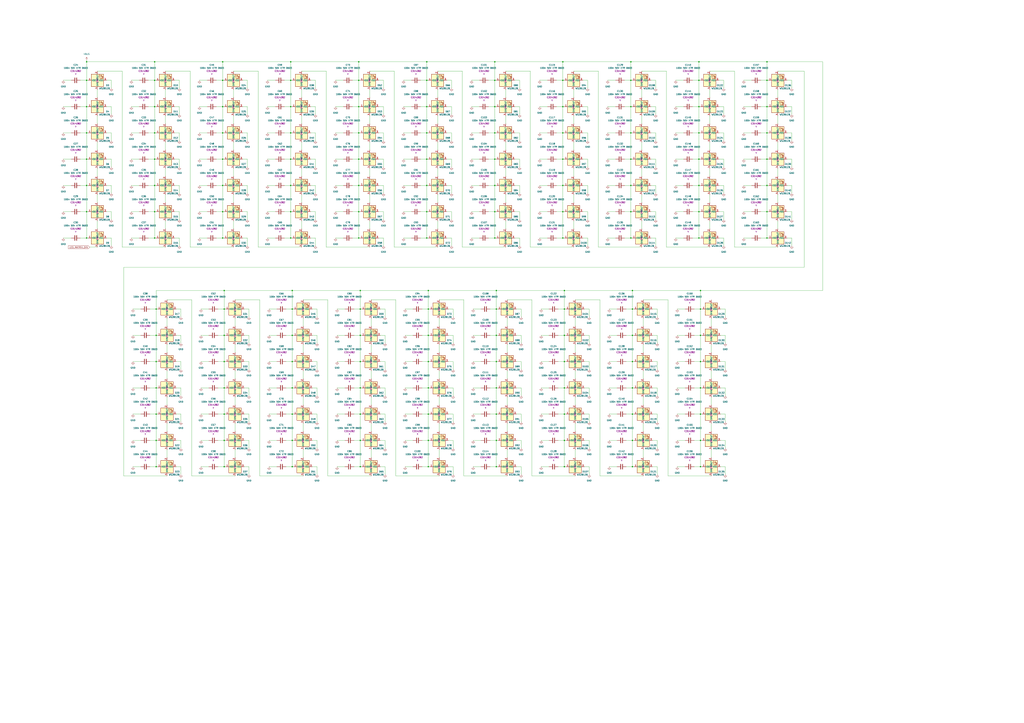
<source format=kicad_sch>
(kicad_sch (version 20250114) (generator "eeschema") (generator_version "9.0")
  (paper "A1")
  (junction (at 519.43 254))
  (junction (at 71.12 87.63))
  (junction (at 127 173.99))
  (junction (at 295.91 383.54))
  (junction (at 407.67 238.76))
  (junction (at 574.04 109.22))
  (junction (at 294.64 195.58))
  (junction (at 182.88 195.58))
  (junction (at 184.15 297.18))
  (junction (at 406.4 66.04))
  (junction (at 519.43 297.18))
  (junction (at 462.28 195.58))
  (junction (at 351.79 383.54))
  (junction (at 238.76 109.22))
  (junction (at 629.92 66.04))
  (junction (at 463.55 275.59))
  (junction (at 182.88 173.99))
  (junction (at 463.55 238.76))
  (junction (at 629.92 130.81))
  (junction (at 351.79 318.77))
  (junction (at 351.79 254))
  (junction (at 294.64 109.22))
  (junction (at 128.27 361.95))
  (junction (at 629.92 152.4))
  (junction (at 406.4 50.8))
  (junction (at 71.12 130.81))
  (junction (at 182.88 152.4))
  (junction (at 518.16 152.4))
  (junction (at 519.43 383.54))
  (junction (at 71.12 152.4))
  (junction (at 238.76 195.58))
  (junction (at 184.15 238.76))
  (junction (at 575.31 275.59))
  (junction (at 350.52 109.22))
  (junction (at 295.91 275.59))
  (junction (at 406.4 130.81))
  (junction (at 575.31 361.95))
  (junction (at 182.88 50.8))
  (junction (at 184.15 361.95))
  (junction (at 463.55 340.36))
  (junction (at 128.27 340.36))
  (junction (at 463.55 361.95))
  (junction (at 629.92 87.63))
  (junction (at 128.27 318.77))
  (junction (at 127 109.22))
  (junction (at 184.15 275.59))
  (junction (at 127 195.58))
  (junction (at 407.67 254))
  (junction (at 184.15 318.77))
  (junction (at 295.91 297.18))
  (junction (at 240.03 340.36))
  (junction (at 575.31 254))
  (junction (at 350.52 50.8))
  (junction (at 629.92 109.22))
  (junction (at 128.27 383.54))
  (junction (at 295.91 238.76))
  (junction (at 463.55 254))
  (junction (at 407.67 275.59))
  (junction (at 574.04 130.81))
  (junction (at 295.91 254))
  (junction (at 238.76 66.04))
  (junction (at 575.31 297.18))
  (junction (at 240.03 318.77))
  (junction (at 407.67 383.54))
  (junction (at 238.76 152.4))
  (junction (at 128.27 275.59))
  (junction (at 519.43 361.95))
  (junction (at 184.15 254))
  (junction (at 407.67 318.77))
  (junction (at 406.4 195.58))
  (junction (at 518.16 130.81))
  (junction (at 238.76 173.99))
  (junction (at 240.03 254))
  (junction (at 575.31 383.54))
  (junction (at 462.28 50.8))
  (junction (at 574.04 195.58))
  (junction (at 238.76 50.8))
  (junction (at 574.04 50.8))
  (junction (at 463.55 383.54))
  (junction (at 574.04 152.4))
  (junction (at 350.52 130.81))
  (junction (at 127 152.4))
  (junction (at 240.03 361.95))
  (junction (at 462.28 109.22))
  (junction (at 294.64 50.8))
  (junction (at 350.52 173.99))
  (junction (at 71.12 173.99))
  (junction (at 128.27 254))
  (junction (at 519.43 275.59))
  (junction (at 351.79 238.76))
  (junction (at 574.04 66.04))
  (junction (at 350.52 195.58))
  (junction (at 629.92 195.58))
  (junction (at 71.12 195.58))
  (junction (at 518.16 66.04))
  (junction (at 406.4 152.4))
  (junction (at 127 66.04))
  (junction (at 462.28 87.63))
  (junction (at 294.64 173.99))
  (junction (at 518.16 87.63))
  (junction (at 238.76 130.81))
  (junction (at 182.88 66.04))
  (junction (at 406.4 109.22))
  (junction (at 575.31 340.36))
  (junction (at 71.12 66.04))
  (junction (at 295.91 318.77))
  (junction (at 294.64 87.63))
  (junction (at 351.79 297.18))
  (junction (at 295.91 340.36))
  (junction (at 184.15 340.36))
  (junction (at 240.03 383.54))
  (junction (at 574.04 173.99))
  (junction (at 462.28 152.4))
  (junction (at 350.52 66.04))
  (junction (at 238.76 87.63))
  (junction (at 350.52 152.4))
  (junction (at 295.91 361.95))
  (junction (at 463.55 318.77))
  (junction (at 519.43 340.36))
  (junction (at 575.31 318.77))
  (junction (at 71.12 109.22))
  (junction (at 407.67 340.36))
  (junction (at 462.28 130.81))
  (junction (at 128.27 297.18))
  (junction (at 240.03 297.18))
  (junction (at 407.67 361.95))
  (junction (at 184.15 383.54))
  (junction (at 294.64 152.4))
  (junction (at 518.16 50.8))
  (junction (at 519.43 318.77))
  (junction (at 629.92 173.99))
  (junction (at 518.16 109.22))
  (junction (at 462.28 66.04))
  (junction (at 518.16 195.58))
  (junction (at 294.64 66.04))
  (junction (at 350.52 87.63))
  (junction (at 71.12 50.8))
  (junction (at 351.79 340.36))
  (junction (at 294.64 130.81))
  (junction (at 240.03 238.76))
  (junction (at 406.4 87.63))
  (junction (at 518.16 173.99))
  (junction (at 406.4 173.99))
  (junction (at 629.92 50.8))
  (junction (at 182.88 87.63))
  (junction (at 463.55 297.18))
  (junction (at 407.67 297.18))
  (junction (at 182.88 109.22))
  (junction (at 182.88 130.81))
  (junction (at 574.04 87.63))
  (junction (at 351.79 361.95))
  (junction (at 519.43 238.76))
  (junction (at 351.79 275.59))
  (junction (at 240.03 275.59))
  (junction (at 462.28 173.99))
  (junction (at 127 87.63))
  (junction (at 575.31 238.76))
  (junction (at 127 130.81))
  (junction (at 127 50.8))
  (wire (pts (xy 379.73 203.2) (xy 415.29 203.2)))
  (wire (pts (xy 568.96 66.04) (xy 574.04 66.04)))
  (wire (pts (xy 595.63 383.54) (xy 591.82 383.54)))
  (wire (pts (xy 80.01 95.25) (xy 80.01 101.6)))
  (wire (pts (xy 123.19 254) (xy 128.27 254)))
  (wire (pts (xy 295.91 238.76) (xy 295.91 254)))
  (wire (pts (xy 275.59 195.58) (xy 281.94 195.58)))
  (wire (pts (xy 538.48 66.04) (xy 534.67 66.04)))
  (wire (pts (xy 276.86 275.59) (xy 283.21 275.59)))
  (wire (pts (xy 519.43 238.76) (xy 575.31 238.76)))
  (wire (pts (xy 538.48 109.22) (xy 534.67 109.22)))
  (wire (pts (xy 351.79 254) (xy 351.79 275.59)))
  (wire (pts (xy 179.07 340.36) (xy 184.15 340.36)))
  (wire (pts (xy 499.11 130.81) (xy 505.46 130.81)))
  (wire (pts (xy 233.68 130.81) (xy 238.76 130.81)))
  (wire (pts (xy 472.44 326.39) (xy 472.44 332.74)))
  (wire (pts (xy 458.47 340.36) (xy 463.55 340.36)))
  (wire (pts (xy 575.31 275.59) (xy 575.31 297.18)))
  (wire (pts (xy 350.52 152.4) (xy 350.52 173.99)))
  (wire (pts (xy 294.64 130.81) (xy 294.64 152.4)))
  (wire (pts (xy 538.48 180.34) (xy 538.48 173.99)))
  (wire (pts (xy 345.44 130.81) (xy 350.52 130.81)))
  (wire (pts (xy 575.31 275.59) (xy 576.58 275.59)))
  (wire (pts (xy 407.67 297.18) (xy 408.94 297.18)))
  (wire (pts (xy 548.64 391.16) (xy 584.2 391.16)))
  (wire (pts (xy 527.05 58.42) (xy 547.37 58.42)))
  (wire (pts (xy 407.67 275.59) (xy 407.67 297.18)))
  (wire (pts (xy 294.64 173.99) (xy 294.64 195.58)))
  (wire (pts (xy 220.98 254) (xy 227.33 254)))
  (wire (pts (xy 518.16 195.58) (xy 519.43 195.58)))
  (wire (pts (xy 538.48 137.16) (xy 538.48 130.81)))
  (wire (pts (xy 260.35 361.95) (xy 256.54 361.95)))
  (wire (pts (xy 416.56 369.57) (xy 416.56 375.92)))
  (wire (pts (xy 304.8 369.57) (xy 304.8 375.92)))
  (wire (pts (xy 483.87 318.77) (xy 480.06 318.77)))
  (wire (pts (xy 109.22 383.54) (xy 115.57 383.54)))
  (wire (pts (xy 387.35 109.22) (xy 393.7 109.22)))
  (wire (pts (xy 238.76 87.63) (xy 238.76 109.22)))
  (wire (pts (xy 303.53 160.02) (xy 303.53 166.37)))
  (wire (pts (xy 483.87 254) (xy 480.06 254)))
  (wire (pts (xy 219.71 173.99) (xy 226.06 173.99)))
  (wire (pts (xy 443.23 66.04) (xy 449.58 66.04)))
  (wire (pts (xy 568.96 109.22) (xy 574.04 109.22)))
  (wire (pts (xy 458.47 297.18) (xy 463.55 297.18)))
  (wire (pts (xy 148.59 383.54) (xy 144.78 383.54)))
  (wire (pts (xy 147.32 130.81) (xy 143.51 130.81)))
  (wire (pts (xy 539.75 383.54) (xy 535.94 383.54)))
  (wire (pts (xy 123.19 340.36) (xy 128.27 340.36)))
  (wire (pts (xy 463.55 254) (xy 463.55 275.59)))
  (wire (pts (xy 294.64 50.8) (xy 294.64 66.04)))
  (wire (pts (xy 135.89 181.61) (xy 135.89 187.96)))
  (wire (pts (xy 539.75 254) (xy 535.94 254)))
  (wire (pts (xy 182.88 50.8) (xy 182.88 66.04)))
  (wire (pts (xy 538.48 152.4) (xy 534.67 152.4)))
  (wire (pts (xy 165.1 254) (xy 171.45 254)))
  (wire (pts (xy 518.16 130.81) (xy 519.43 130.81)))
  (wire (pts (xy 359.41 73.66) (xy 359.41 80.01)))
  (wire (pts (xy 514.35 340.36) (xy 519.43 340.36)))
  (wire (pts (xy 528.32 369.57) (xy 528.32 375.92)))
  (wire (pts (xy 415.29 95.25) (xy 415.29 101.6)))
  (wire (pts (xy 482.6 195.58) (xy 478.79 195.58)))
  (wire (pts (xy 568.96 173.99) (xy 574.04 173.99)))
  (wire (pts (xy 427.99 389.89) (xy 427.99 383.54)))
  (wire (pts (xy 269.24 391.16) (xy 304.8 391.16)))
  (wire (pts (xy 191.77 58.42) (xy 212.09 58.42)))
  (wire (pts (xy 267.97 58.42) (xy 267.97 203.2)))
  (wire (pts (xy 527.05 181.61) (xy 527.05 187.96)))
  (wire (pts (xy 554.99 173.99) (xy 561.34 173.99)))
  (wire (pts (xy 472.44 261.62) (xy 472.44 267.97)))
  (wire (pts (xy 574.04 130.81) (xy 575.31 130.81)))
  (wire (pts (xy 538.48 115.57) (xy 538.48 109.22)))
  (wire (pts (xy 582.93 138.43) (xy 582.93 144.78)))
  (wire (pts (xy 147.32 109.22) (xy 143.51 109.22)))
  (wire (pts (xy 289.56 130.81) (xy 294.64 130.81)))
  (wire (pts (xy 518.16 173.99) (xy 518.16 195.58)))
  (wire (pts (xy 406.4 173.99) (xy 407.67 173.99)))
  (wire (pts (xy 407.67 238.76) (xy 407.67 254)))
  (wire (pts (xy 388.62 275.59) (xy 394.97 275.59)))
  (wire (pts (xy 259.08 152.4) (xy 255.27 152.4)))
  (wire (pts (xy 538.48 93.98) (xy 538.48 87.63)))
  (wire (pts (xy 402.59 361.95) (xy 407.67 361.95)))
  (wire (pts (xy 575.31 383.54) (xy 576.58 383.54)))
  (wire (pts (xy 203.2 180.34) (xy 203.2 173.99)))
  (wire (pts (xy 80.01 58.42) (xy 100.33 58.42)))
  (wire (pts (xy 359.41 138.43) (xy 359.41 144.78)))
  (wire (pts (xy 294.64 66.04) (xy 295.91 66.04)))
  (wire (pts (xy 332.74 297.18) (xy 339.09 297.18)))
  (wire (pts (xy 234.95 254) (xy 240.03 254)))
  (wire (pts (xy 240.03 318.77) (xy 241.3 318.77)))
  (wire (pts (xy 260.35 389.89) (xy 260.35 383.54)))
  (wire (pts (xy 570.23 275.59) (xy 575.31 275.59)))
  (wire (pts (xy 259.08 201.93) (xy 259.08 195.58)))
  (wire (pts (xy 350.52 130.81) (xy 351.79 130.81)))
  (wire (pts (xy 123.19 383.54) (xy 128.27 383.54)))
  (wire (pts (xy 304.8 326.39) (xy 304.8 332.74)))
  (wire (pts (xy 610.87 195.58) (xy 617.22 195.58)))
  (wire (pts (xy 184.15 254) (xy 184.15 275.59)))
  (wire (pts (xy 539.75 325.12) (xy 539.75 318.77)))
  (wire (pts (xy 401.32 130.81) (xy 406.4 130.81)))
  (wire (pts (xy 247.65 181.61) (xy 247.65 187.96)))
  (wire (pts (xy 575.31 254) (xy 575.31 275.59)))
  (wire (pts (xy 482.6 87.63) (xy 478.79 87.63)))
  (wire (pts (xy 204.47 346.71) (xy 204.47 340.36)))
  (wire (pts (xy 595.63 297.18) (xy 591.82 297.18)))
  (wire (pts (xy 514.35 361.95) (xy 519.43 361.95)))
  (wire (pts (xy 471.17 95.25) (xy 471.17 101.6)))
  (wire (pts (xy 325.12 246.38) (xy 325.12 391.16)))
  (wire (pts (xy 80.01 73.66) (xy 80.01 80.01)))
  (wire (pts (xy 472.44 369.57) (xy 472.44 375.92)))
  (wire (pts (xy 629.92 109.22) (xy 631.19 109.22)))
  (wire (pts (xy 574.04 87.63) (xy 574.04 109.22)))
  (wire (pts (xy 331.47 130.81) (xy 337.82 130.81)))
  (wire (pts (xy 275.59 173.99) (xy 281.94 173.99)))
  (wire (pts (xy 491.49 58.42) (xy 491.49 203.2)))
  (wire (pts (xy 388.62 254) (xy 394.97 254)))
  (wire (pts (xy 148.59 303.53) (xy 148.59 297.18)))
  (wire (pts (xy 568.96 152.4) (xy 574.04 152.4)))
  (wire (pts (xy 594.36 66.04) (xy 590.55 66.04)))
  (wire (pts (xy 165.1 383.54) (xy 171.45 383.54)))
  (wire (pts (xy 303.53 95.25) (xy 303.53 101.6)))
  (wire (pts (xy 203.2 66.04) (xy 199.39 66.04)))
  (wire (pts (xy 624.84 173.99) (xy 629.92 173.99)))
  (wire (pts (xy 101.6 219.71) (xy 101.6 391.16)))
  (wire (pts (xy 629.92 109.22) (xy 629.92 130.81)))
  (wire (pts (xy 527.05 95.25) (xy 527.05 101.6)))
  (wire (pts (xy 575.31 238.76) (xy 575.31 254)))
  (wire (pts (xy 177.8 195.58) (xy 182.88 195.58)))
  (wire (pts (xy 444.5 318.77) (xy 450.85 318.77)))
  (wire (pts (xy 426.72 158.75) (xy 426.72 152.4)))
  (wire (pts (xy 177.8 130.81) (xy 182.88 130.81)))
  (wire (pts (xy 240.03 361.95) (xy 240.03 383.54)))
  (wire (pts (xy 182.88 152.4) (xy 184.15 152.4)))
  (wire (pts (xy 128.27 297.18) (xy 129.54 297.18)))
  (wire (pts (xy 426.72 87.63) (xy 422.91 87.63)))
  (wire (pts (xy 238.76 152.4) (xy 240.03 152.4)))
  (wire (pts (xy 127 50.8) (xy 182.88 50.8)))
  (wire (pts (xy 372.11 297.18) (xy 368.3 297.18)))
  (wire (pts (xy 638.81 58.42) (xy 660.4 58.42)))
  (wire (pts (xy 323.85 203.2) (xy 359.41 203.2)))
  (wire (pts (xy 332.74 318.77) (xy 339.09 318.77)))
  (wire (pts (xy 519.43 340.36) (xy 519.43 361.95)))
  (wire (pts (xy 203.2 137.16) (xy 203.2 130.81)))
  (wire (pts (xy 148.59 368.3) (xy 148.59 361.95)))
  (wire (pts (xy 482.6 201.93) (xy 482.6 195.58)))
  (wire (pts (xy 204.47 260.35) (xy 204.47 254)))
  (wire (pts (xy 316.23 318.77) (xy 312.42 318.77)))
  (wire (pts (xy 71.12 173.99) (xy 72.39 173.99)))
  (wire (pts (xy 629.92 87.63) (xy 629.92 109.22)))
  (wire (pts (xy 407.67 340.36) (xy 407.67 361.95)))
  (wire (pts (xy 518.16 109.22) (xy 518.16 130.81)))
  (wire (pts (xy 350.52 66.04) (xy 351.79 66.04)))
  (wire (pts (xy 240.03 238.76) (xy 240.03 254)))
  (wire (pts (xy 650.24 66.04) (xy 646.43 66.04)))
  (wire (pts (xy 289.56 66.04) (xy 294.64 66.04)))
  (wire (pts (xy 91.44 66.04) (xy 87.63 66.04)))
  (wire (pts (xy 568.96 87.63) (xy 574.04 87.63)))
  (wire (pts (xy 584.2 369.57) (xy 584.2 375.92)))
  (wire (pts (xy 370.84 180.34) (xy 370.84 173.99)))
  (wire (pts (xy 462.28 109.22) (xy 462.28 130.81)))
  (wire (pts (xy 556.26 383.54) (xy 562.61 383.54)))
  (wire (pts (xy 193.04 304.8) (xy 193.04 311.15)))
  (wire (pts (xy 574.04 195.58) (xy 575.31 195.58)))
  (wire (pts (xy 240.03 275.59) (xy 241.3 275.59)))
  (wire (pts (xy 351.79 297.18) (xy 353.06 297.18)))
  (wire (pts (xy 582.93 73.66) (xy 582.93 80.01)))
  (wire (pts (xy 594.36 109.22) (xy 590.55 109.22)))
  (wire (pts (xy 240.03 297.18) (xy 241.3 297.18)))
  (wire (pts (xy 295.91 238.76) (xy 351.79 238.76)))
  (wire (pts (xy 220.98 318.77) (xy 227.33 318.77)))
  (wire (pts (xy 289.56 152.4) (xy 294.64 152.4)))
  (wire (pts (xy 594.36 152.4) (xy 590.55 152.4)))
  (wire (pts (xy 350.52 173.99) (xy 350.52 195.58)))
  (wire (pts (xy 345.44 109.22) (xy 350.52 109.22)))
  (wire (pts (xy 538.48 130.81) (xy 534.67 130.81)))
  (wire (pts (xy 179.07 254) (xy 184.15 254)))
  (wire (pts (xy 137.16 246.38) (xy 157.48 246.38)))
  (wire (pts (xy 240.03 318.77) (xy 240.03 340.36)))
  (wire (pts (xy 471.17 160.02) (xy 471.17 166.37)))
  (wire (pts (xy 372.11 281.94) (xy 372.11 275.59)))
  (wire (pts (xy 184.15 297.18) (xy 184.15 318.77)))
  (wire (pts (xy 582.93 58.42) (xy 603.25 58.42)))
  (wire (pts (xy 289.56 87.63) (xy 294.64 87.63)))
  (wire (pts (xy 483.87 297.18) (xy 480.06 297.18)))
  (wire (pts (xy 135.89 95.25) (xy 135.89 101.6)))
  (wire (pts (xy 350.52 130.81) (xy 350.52 152.4)))
  (wire (pts (xy 594.36 201.93) (xy 594.36 195.58)))
  (wire (pts (xy 463.55 238.76) (xy 463.55 254)))
  (wire (pts (xy 426.72 109.22) (xy 422.91 109.22)))
  (wire (pts (xy 603.25 203.2) (xy 638.81 203.2)))
  (wire (pts (xy 492.76 391.16) (xy 528.32 391.16)))
  (wire (pts (xy 127 66.04) (xy 128.27 66.04)))
  (wire (pts (xy 415.29 181.61) (xy 415.29 187.96)))
  (wire (pts (xy 314.96 109.22) (xy 311.15 109.22)))
  (wire (pts (xy 127 152.4) (xy 128.27 152.4)))
  (wire (pts (xy 163.83 130.81) (xy 170.18 130.81)))
  (wire (pts (xy 240.03 275.59) (xy 240.03 297.18)))
  (wire (pts (xy 260.35 340.36) (xy 256.54 340.36)))
  (wire (pts (xy 101.6 391.16) (xy 137.16 391.16)))
  (wire (pts (xy 91.44 180.34) (xy 91.44 173.99)))
  (wire (pts (xy 276.86 340.36) (xy 283.21 340.36)))
  (wire (pts (xy 513.08 66.04) (xy 518.16 66.04)))
  (wire (pts (xy 595.63 346.71) (xy 595.63 340.36)))
  (wire (pts (xy 267.97 203.2) (xy 303.53 203.2)))
  (wire (pts (xy 148.59 318.77) (xy 144.78 318.77)))
  (wire (pts (xy 184.15 361.95) (xy 184.15 383.54)))
  (wire (pts (xy 660.4 219.71) (xy 101.6 219.71)))
  (wire (pts (xy 574.04 173.99) (xy 574.04 195.58)))
  (wire (pts (xy 351.79 318.77) (xy 351.79 340.36)))
  (wire (pts (xy 519.43 297.18) (xy 519.43 318.77)))
  (wire (pts (xy 444.5 361.95) (xy 450.85 361.95)))
  (wire (pts (xy 316.23 303.53) (xy 316.23 297.18)))
  (wire (pts (xy 163.83 195.58) (xy 170.18 195.58)))
  (wire (pts (xy 147.32 137.16) (xy 147.32 130.81)))
  (wire (pts (xy 295.91 318.77) (xy 295.91 340.36)))
  (wire (pts (xy 629.92 173.99) (xy 629.92 195.58)))
  (wire (pts (xy 182.88 87.63) (xy 184.15 87.63)))
  (wire (pts (xy 248.92 369.57) (xy 248.92 375.92)))
  (wire (pts (xy 650.24 152.4) (xy 646.43 152.4)))
  (wire (pts (xy 575.31 318.77) (xy 576.58 318.77)))
  (wire (pts (xy 163.83 109.22) (xy 170.18 109.22)))
  (wire (pts (xy 184.15 318.77) (xy 185.42 318.77)))
  (wire (pts (xy 406.4 50.8) (xy 462.28 50.8)))
  (wire (pts (xy 275.59 87.63) (xy 281.94 87.63)))
  (wire (pts (xy 233.68 195.58) (xy 238.76 195.58)))
  (wire (pts (xy 137.16 347.98) (xy 137.16 354.33)))
  (wire (pts (xy 483.87 340.36) (xy 480.06 340.36)))
  (wire (pts (xy 71.12 66.04) (xy 72.39 66.04)))
  (wire (pts (xy 528.32 246.38) (xy 548.64 246.38)))
  (wire (pts (xy 248.92 304.8) (xy 248.92 311.15)))
  (wire (pts (xy 240.03 254) (xy 241.3 254)))
  (wire (pts (xy 372.11 260.35) (xy 372.11 254)))
  (wire (pts (xy 594.36 180.34) (xy 594.36 173.99)))
  (wire (pts (xy 416.56 261.62) (xy 416.56 267.97)))
  (wire (pts (xy 204.47 297.18) (xy 200.66 297.18)))
  (wire (pts (xy 109.22 340.36) (xy 115.57 340.36)))
  (wire (pts (xy 148.59 361.95) (xy 144.78 361.95)))
  (wire (pts (xy 416.56 283.21) (xy 416.56 289.56)))
  (wire (pts (xy 471.17 181.61) (xy 471.17 187.96)))
  (wire (pts (xy 482.6 152.4) (xy 478.79 152.4)))
  (wire (pts (xy 345.44 173.99) (xy 350.52 173.99)))
  (wire (pts (xy 514.35 383.54) (xy 519.43 383.54)))
  (wire (pts (xy 289.56 109.22) (xy 294.64 109.22)))
  (wire (pts (xy 177.8 66.04) (xy 182.88 66.04)))
  (wire (pts (xy 463.55 361.95) (xy 463.55 383.54)))
  (wire (pts (xy 240.03 383.54) (xy 241.3 383.54)))
  (wire (pts (xy 624.84 109.22) (xy 629.92 109.22)))
  (wire (pts (xy 427.99 361.95) (xy 424.18 361.95)))
  (wire (pts (xy 499.11 152.4) (xy 505.46 152.4)))
  (wire (pts (xy 184.15 361.95) (xy 185.42 361.95)))
  (wire (pts (xy 304.8 304.8) (xy 304.8 311.15)))
  (wire (pts (xy 350.52 87.63) (xy 350.52 109.22)))
  (wire (pts (xy 575.31 361.95) (xy 575.31 383.54)))
  (wire (pts (xy 584.2 347.98) (xy 584.2 354.33)))
  (wire (pts (xy 387.35 87.63) (xy 393.7 87.63)))
  (wire (pts (xy 220.98 383.54) (xy 227.33 383.54)))
  (wire (pts (xy 203.2 130.81) (xy 199.39 130.81)))
  (wire (pts (xy 575.31 361.95) (xy 576.58 361.95)))
  (wire (pts (xy 427.99 368.3) (xy 427.99 361.95)))
  (wire (pts (xy 303.53 181.61) (xy 303.53 187.96)))
  (wire (pts (xy 406.4 130.81) (xy 406.4 152.4)))
  (wire (pts (xy 128.27 318.77) (xy 128.27 340.36)))
  (wire (pts (xy 416.56 347.98) (xy 416.56 354.33)))
  (wire (pts (xy 204.47 361.95) (xy 200.66 361.95)))
  (wire (pts (xy 528.32 347.98) (xy 528.32 354.33)))
  (wire (pts (xy 212.09 203.2) (xy 247.65 203.2)))
  (wire (pts (xy 359.41 181.61) (xy 359.41 187.96)))
  (wire (pts (xy 260.35 346.71) (xy 260.35 340.36)))
  (wire (pts (xy 259.08 158.75) (xy 259.08 152.4)))
  (wire (pts (xy 165.1 340.36) (xy 171.45 340.36)))
  (wire (pts (xy 406.4 109.22) (xy 407.67 109.22)))
  (wire (pts (xy 370.84 195.58) (xy 367.03 195.58)))
  (wire (pts (xy 444.5 297.18) (xy 450.85 297.18)))
  (wire (pts (xy 582.93 181.61) (xy 582.93 187.96)))
  (wire (pts (xy 370.84 87.63) (xy 367.03 87.63)))
  (wire (pts (xy 128.27 318.77) (xy 129.54 318.77)))
  (wire (pts (xy 177.8 87.63) (xy 182.88 87.63)))
  (wire (pts (xy 127 66.04) (xy 127 87.63)))
  (wire (pts (xy 387.35 130.81) (xy 393.7 130.81)))
  (wire (pts (xy 290.83 318.77) (xy 295.91 318.77)))
  (wire (pts (xy 514.35 297.18) (xy 519.43 297.18)))
  (wire (pts (xy 519.43 254) (xy 519.43 275.59)))
  (wire (pts (xy 482.6 137.16) (xy 482.6 130.81)))
  (wire (pts (xy 128.27 254) (xy 129.54 254)))
  (wire (pts (xy 316.23 281.94) (xy 316.23 275.59)))
  (wire (pts (xy 290.83 361.95) (xy 295.91 361.95)))
  (wire (pts (xy 52.07 109.22) (xy 58.42 109.22)))
  (wire (pts (xy 401.32 66.04) (xy 406.4 66.04)))
  (wire (pts (xy 316.23 389.89) (xy 316.23 383.54)))
  (wire (pts (xy 500.38 275.59) (xy 506.73 275.59)))
  (wire (pts (xy 519.43 275.59) (xy 520.7 275.59)))
  (wire (pts (xy 539.75 297.18) (xy 535.94 297.18)))
  (wire (pts (xy 303.53 116.84) (xy 303.53 123.19)))
  (wire (pts (xy 259.08 109.22) (xy 255.27 109.22)))
  (wire (pts (xy 259.08 195.58) (xy 255.27 195.58)))
  (wire (pts (xy 121.92 66.04) (xy 127 66.04)))
  (wire (pts (xy 582.93 95.25) (xy 582.93 101.6)))
  (wire (pts (xy 436.88 391.16) (xy 472.44 391.16)))
  (wire (pts (xy 204.47 368.3) (xy 204.47 361.95)))
  (wire (pts (xy 638.81 116.84) (xy 638.81 123.19)))
  (wire (pts (xy 238.76 50.8) (xy 294.64 50.8)))
  (wire (pts (xy 556.26 361.95) (xy 562.61 361.95)))
  (wire (pts (xy 426.72 180.34) (xy 426.72 173.99)))
  (wire (pts (xy 107.95 109.22) (xy 114.3 109.22)))
  (wire (pts (xy 135.89 58.42) (xy 156.21 58.42)))
  (wire (pts (xy 204.47 389.89) (xy 204.47 383.54)))
  (wire (pts (xy 323.85 58.42) (xy 323.85 203.2)))
  (wire (pts (xy 294.64 152.4) (xy 294.64 173.99)))
  (wire (pts (xy 294.64 109.22) (xy 295.91 109.22)))
  (wire (pts (xy 109.22 318.77) (xy 115.57 318.77)))
  (wire (pts (xy 248.92 347.98) (xy 248.92 354.33)))
  (wire (pts (xy 109.22 297.18) (xy 115.57 297.18)))
  (wire (pts (xy 316.23 275.59) (xy 312.42 275.59)))
  (wire (pts (xy 513.08 130.81) (xy 518.16 130.81)))
  (wire (pts (xy 435.61 203.2) (xy 471.17 203.2)))
  (wire (pts (xy 443.23 87.63) (xy 449.58 87.63)))
  (wire (pts (xy 462.28 66.04) (xy 462.28 87.63)))
  (wire (pts (xy 388.62 297.18) (xy 394.97 297.18)))
  (wire (pts (xy 574.04 87.63) (xy 575.31 87.63)))
  (wire (pts (xy 193.04 283.21) (xy 193.04 289.56)))
  (wire (pts (xy 233.68 109.22) (xy 238.76 109.22)))
  (wire (pts (xy 462.28 152.4) (xy 463.55 152.4)))
  (wire (pts (xy 148.59 389.89) (xy 148.59 383.54)))
  (wire (pts (xy 147.32 158.75) (xy 147.32 152.4)))
  (wire (pts (xy 370.84 152.4) (xy 367.03 152.4)))
  (wire (pts (xy 148.59 254) (xy 144.78 254)))
  (wire (pts (xy 314.96 152.4) (xy 311.15 152.4)))
  (wire (pts (xy 554.99 130.81) (xy 561.34 130.81)))
  (wire (pts (xy 275.59 130.81) (xy 281.94 130.81)))
  (wire (pts (xy 584.2 283.21) (xy 584.2 289.56)))
  (wire (pts (xy 427.99 303.53) (xy 427.99 297.18)))
  (wire (pts (xy 240.03 238.76) (xy 295.91 238.76)))
  (wire (pts (xy 518.16 50.8) (xy 518.16 66.04)))
  (wire (pts (xy 539.75 260.35) (xy 539.75 254)))
  (wire (pts (xy 128.27 275.59) (xy 128.27 297.18)))
  (wire (pts (xy 444.5 340.36) (xy 450.85 340.36)))
  (wire (pts (xy 350.52 109.22) (xy 351.79 109.22)))
  (wire (pts (xy 331.47 152.4) (xy 337.82 152.4)))
  (wire (pts (xy 556.26 254) (xy 562.61 254)))
  (wire (pts (xy 457.2 66.04) (xy 462.28 66.04)))
  (wire (pts (xy 406.4 152.4) (xy 407.67 152.4)))
  (wire (pts (xy 462.28 130.81) (xy 462.28 152.4)))
  (wire (pts (xy 304.8 246.38) (xy 325.12 246.38)))
  (wire (pts (xy 219.71 87.63) (xy 226.06 87.63)))
  (wire (pts (xy 575.31 340.36) (xy 575.31 361.95)))
  (wire (pts (xy 379.73 58.42) (xy 379.73 203.2)))
  (wire (pts (xy 538.48 87.63) (xy 534.67 87.63)))
  (wire (pts (xy 463.55 297.18) (xy 463.55 318.77)))
  (wire (pts (xy 462.28 87.63) (xy 463.55 87.63)))
  (wire (pts (xy 499.11 66.04) (xy 505.46 66.04)))
  (wire (pts (xy 91.44 201.93) (xy 91.44 195.58)))
  (wire (pts (xy 594.36 87.63) (xy 590.55 87.63)))
  (wire (pts (xy 388.62 318.77) (xy 394.97 318.77)))
  (wire (pts (xy 107.95 66.04) (xy 114.3 66.04)))
  (wire (pts (xy 121.92 173.99) (xy 127 173.99)))
  (wire (pts (xy 184.15 340.36) (xy 184.15 361.95)))
  (wire (pts (xy 179.07 275.59) (xy 184.15 275.59)))
  (wire (pts (xy 650.24 115.57) (xy 650.24 109.22)))
  (wire (pts (xy 135.89 138.43) (xy 135.89 144.78)))
  (wire (pts (xy 519.43 238.76) (xy 519.43 254)))
  (wire (pts (xy 290.83 383.54) (xy 295.91 383.54)))
  (wire (pts (xy 71.12 130.81) (xy 72.39 130.81)))
  (wire (pts (xy 574.04 66.04) (xy 574.04 87.63)))
  (wire (pts (xy 594.36 158.75) (xy 594.36 152.4)))
  (wire (pts (xy 407.67 254) (xy 408.94 254)))
  (wire (pts (xy 247.65 58.42) (xy 267.97 58.42)))
  (wire (pts (xy 539.75 340.36) (xy 535.94 340.36)))
  (wire (pts (xy 388.62 340.36) (xy 394.97 340.36)))
  (wire (pts (xy 482.6 180.34) (xy 482.6 173.99)))
  (wire (pts (xy 295.91 297.18) (xy 295.91 318.77)))
  (wire (pts (xy 360.68 283.21) (xy 360.68 289.56)))
  (wire (pts (xy 462.28 130.81) (xy 463.55 130.81)))
  (wire (pts (xy 66.04 195.58) (xy 71.12 195.58)))
  (wire (pts (xy 165.1 275.59) (xy 171.45 275.59)))
  (wire (pts (xy 575.31 297.18) (xy 576.58 297.18)))
  (wire (pts (xy 570.23 361.95) (xy 575.31 361.95)))
  (wire (pts (xy 443.23 195.58) (xy 449.58 195.58)))
  (wire (pts (xy 109.22 361.95) (xy 115.57 361.95)))
  (wire (pts (xy 595.63 260.35) (xy 595.63 254)))
  (wire (pts (xy 407.67 254) (xy 407.67 275.59)))
  (wire (pts (xy 483.87 303.53) (xy 483.87 297.18)))
  (wire (pts (xy 584.2 261.62) (xy 584.2 267.97)))
  (wire (pts (xy 426.72 72.39) (xy 426.72 66.04)))
  (wire (pts (xy 213.36 391.16) (xy 248.92 391.16)))
  (wire (pts (xy 624.84 195.58) (xy 629.92 195.58)))
  (wire (pts (xy 204.47 254) (xy 200.66 254)))
  (wire (pts (xy 314.96 115.57) (xy 314.96 109.22)))
  (wire (pts (xy 128.27 340.36) (xy 128.27 361.95)))
  (wire (pts (xy 240.03 340.36) (xy 241.3 340.36)))
  (wire (pts (xy 203.2 93.98) (xy 203.2 87.63)))
  (wire (pts (xy 91.44 195.58) (xy 87.63 195.58)))
  (wire (pts (xy 426.72 152.4) (xy 422.91 152.4)))
  (wire (pts (xy 574.04 130.81) (xy 574.04 152.4)))
  (wire (pts (xy 624.84 130.81) (xy 629.92 130.81)))
  (wire (pts (xy 332.74 254) (xy 339.09 254)))
  (wire (pts (xy 294.64 50.8) (xy 350.52 50.8)))
  (wire (pts (xy 71.12 50.8) (xy 127 50.8)))
  (wire (pts (xy 212.09 58.42) (xy 212.09 203.2)))
  (wire (pts (xy 359.41 95.25) (xy 359.41 101.6)))
  (wire (pts (xy 204.47 281.94) (xy 204.47 275.59)))
  (wire (pts (xy 107.95 195.58) (xy 114.3 195.58)))
  (wire (pts (xy 359.41 116.84) (xy 359.41 123.19)))
  (wire (pts (xy 346.71 297.18) (xy 351.79 297.18)))
  (wire (pts (xy 295.91 318.77) (xy 297.18 318.77)))
  (wire (pts (xy 582.93 116.84) (xy 582.93 123.19)))
  (wire (pts (xy 332.74 383.54) (xy 339.09 383.54)))
  (wire (pts (xy 482.6 66.04) (xy 478.79 66.04)))
  (wire (pts (xy 402.59 254) (xy 407.67 254)))
  (wire (pts (xy 426.72 115.57) (xy 426.72 109.22)))
  (wire (pts (xy 351.79 275.59) (xy 351.79 297.18)))
  (wire (pts (xy 462.28 50.8) (xy 518.16 50.8)))
  (wire (pts (xy 100.33 58.42) (xy 100.33 203.2)))
  (wire (pts (xy 406.4 109.22) (xy 406.4 130.81)))
  (wire (pts (xy 443.23 130.81) (xy 449.58 130.81)))
  (wire (pts (xy 458.47 275.59) (xy 463.55 275.59)))
  (wire (pts (xy 121.92 152.4) (xy 127 152.4)))
  (wire (pts (xy 548.64 246.38) (xy 548.64 391.16)))
  (wire (pts (xy 463.55 318.77) (xy 463.55 340.36)))
  (wire (pts (xy 650.24 72.39) (xy 650.24 66.04)))
  (wire (pts (xy 289.56 195.58) (xy 294.64 195.58)))
  (wire (pts (xy 538.48 158.75) (xy 538.48 152.4)))
  (wire (pts (xy 513.08 173.99) (xy 518.16 173.99)))
  (wire (pts (xy 294.64 152.4) (xy 295.91 152.4)))
  (wire (pts (xy 370.84 201.93) (xy 370.84 195.58)))
  (wire (pts (xy 184.15 318.77) (xy 184.15 340.36)))
  (wire (pts (xy 527.05 73.66) (xy 527.05 80.01)))
  (wire (pts (xy 351.79 254) (xy 353.06 254)))
  (wire (pts (xy 406.4 130.81) (xy 407.67 130.81)))
  (wire (pts (xy 406.4 66.04) (xy 406.4 87.63)))
  (wire (pts (xy 275.59 66.04) (xy 281.94 66.04)))
  (wire (pts (xy 233.68 173.99) (xy 238.76 173.99)))
  (wire (pts (xy 556.26 340.36) (xy 562.61 340.36)))
  (wire (pts (xy 462.28 152.4) (xy 462.28 173.99)))
  (wire (pts (xy 457.2 152.4) (xy 462.28 152.4)))
  (wire (pts (xy 360.68 246.38) (xy 381 246.38)))
  (wire (pts (xy 372.11 303.53) (xy 372.11 297.18)))
  (wire (pts (xy 370.84 115.57) (xy 370.84 109.22)))
  (wire (pts (xy 463.55 297.18) (xy 464.82 297.18)))
  (wire (pts (xy 275.59 109.22) (xy 281.94 109.22)))
  (wire (pts (xy 238.76 50.8) (xy 238.76 66.04)))
  (wire (pts (xy 518.16 87.63) (xy 519.43 87.63)))
  (wire (pts (xy 316.23 346.71) (xy 316.23 340.36)))
  (wire (pts (xy 427.99 281.94) (xy 427.99 275.59)))
  (wire (pts (xy 482.6 173.99) (xy 478.79 173.99)))
  (wire (pts (xy 629.92 130.81) (xy 631.19 130.81)))
  (wire (pts (xy 457.2 173.99) (xy 462.28 173.99)))
  (wire (pts (xy 163.83 173.99) (xy 170.18 173.99)))
  (wire (pts (xy 204.47 383.54) (xy 200.66 383.54)))
  (wire (pts (xy 294.64 173.99) (xy 295.91 173.99)))
  (wire (pts (xy 528.32 283.21) (xy 528.32 289.56)))
  (wire (pts (xy 260.35 275.59) (xy 256.54 275.59)))
  (wire (pts (xy 360.68 369.57) (xy 360.68 375.92)))
  (wire (pts (xy 165.1 318.77) (xy 171.45 318.77)))
  (wire (pts (xy 123.19 275.59) (xy 128.27 275.59)))
  (wire (pts (xy 482.6 72.39) (xy 482.6 66.04)))
  (wire (pts (xy 203.2 115.57) (xy 203.2 109.22)))
  (wire (pts (xy 407.67 318.77) (xy 407.67 340.36)))
  (wire (pts (xy 73.66 203.2) (xy 80.01 203.2)))
  (wire (pts (xy 595.63 361.95) (xy 591.82 361.95)))
  (wire (pts (xy 182.88 130.81) (xy 182.88 152.4)))
  (wire (pts (xy 518.16 50.8) (xy 574.04 50.8)))
  (wire (pts (xy 193.04 369.57) (xy 193.04 375.92)))
  (wire (pts (xy 483.87 383.54) (xy 480.06 383.54)))
  (wire (pts (xy 500.38 383.54) (xy 506.73 383.54)))
  (wire (pts (xy 492.76 246.38) (xy 492.76 391.16)))
  (wire (pts (xy 191.77 160.02) (xy 191.77 166.37)))
  (wire (pts (xy 402.59 275.59) (xy 407.67 275.59)))
  (wire (pts (xy 457.2 130.81) (xy 462.28 130.81)))
  (wire (pts (xy 203.2 109.22) (xy 199.39 109.22)))
  (wire (pts (xy 610.87 173.99) (xy 617.22 173.99)))
  (wire (pts (xy 556.26 297.18) (xy 562.61 297.18)))
  (wire (pts (xy 372.11 325.12) (xy 372.11 318.77)))
  (wire (pts (xy 135.89 73.66) (xy 135.89 80.01)))
  (wire (pts (xy 539.75 361.95) (xy 535.94 361.95)))
  (wire (pts (xy 519.43 318.77) (xy 520.7 318.77)))
  (wire (pts (xy 204.47 318.77) (xy 200.66 318.77)))
  (wire (pts (xy 234.95 318.77) (xy 240.03 318.77)))
  (wire (pts (xy 123.19 318.77) (xy 128.27 318.77)))
  (wire (pts (xy 259.08 180.34) (xy 259.08 173.99)))
  (wire (pts (xy 638.81 95.25) (xy 638.81 101.6)))
  (wire (pts (xy 127 152.4) (xy 127 173.99)))
  (wire (pts (xy 554.99 66.04) (xy 561.34 66.04)))
  (wire (pts (xy 518.16 66.04) (xy 519.43 66.04)))
  (wire (pts (xy 147.32 180.34) (xy 147.32 173.99)))
  (wire (pts (xy 463.55 318.77) (xy 464.82 318.77)))
  (wire (pts (xy 148.59 325.12) (xy 148.59 318.77)))
  (wire (pts (xy 182.88 130.81) (xy 184.15 130.81)))
  (wire (pts (xy 191.77 116.84) (xy 191.77 123.19)))
  (wire (pts (xy 539.75 389.89) (xy 539.75 383.54)))
  (wire (pts (xy 554.99 109.22) (xy 561.34 109.22)))
  (wire (pts (xy 219.71 152.4) (xy 226.06 152.4)))
  (wire (pts (xy 482.6 115.57) (xy 482.6 109.22)))
  (wire (pts (xy 238.76 152.4) (xy 238.76 173.99)))
  (wire (pts (xy 156.21 58.42) (xy 156.21 203.2)))
  (wire (pts (xy 91.44 115.57) (xy 91.44 109.22)))
  (wire (pts (xy 123.19 361.95) (xy 128.27 361.95)))
  (wire (pts (xy 629.92 152.4) (xy 631.19 152.4)))
  (wire (pts (xy 52.07 195.58) (xy 58.42 195.58)))
  (wire (pts (xy 650.24 173.99) (xy 646.43 173.99)))
  (wire (pts (xy 290.83 275.59) (xy 295.91 275.59)))
  (wire (pts (xy 260.35 368.3) (xy 260.35 361.95)))
  (wire (pts (xy 193.04 326.39) (xy 193.04 332.74)))
  (wire (pts (xy 482.6 109.22) (xy 478.79 109.22)))
  (wire (pts (xy 182.88 66.04) (xy 182.88 87.63)))
  (wire (pts (xy 381 246.38) (xy 381 391.16)))
  (wire (pts (xy 260.35 383.54) (xy 256.54 383.54)))
  (wire (pts (xy 147.32 93.98) (xy 147.32 87.63)))
  (wire (pts (xy 184.15 238.76) (xy 240.03 238.76)))
  (wire (pts (xy 204.47 275.59) (xy 200.66 275.59)))
  (wire (pts (xy 518.16 87.63) (xy 518.16 109.22)))
  (wire (pts (xy 332.74 275.59) (xy 339.09 275.59)))
  (wire (pts (xy 519.43 318.77) (xy 519.43 340.36)))
  (wire (pts (xy 568.96 195.58) (xy 574.04 195.58)))
  (wire (pts (xy 500.38 318.77) (xy 506.73 318.77)))
  (wire (pts (xy 234.95 361.95) (xy 240.03 361.95)))
  (wire (pts (xy 147.32 195.58) (xy 143.51 195.58)))
  (wire (pts (xy 127 130.81) (xy 127 152.4)))
  (wire (pts (xy 260.35 281.94) (xy 260.35 275.59)))
  (wire (pts (xy 574.04 50.8) (xy 574.04 66.04)))
  (wire (pts (xy 52.07 66.04) (xy 58.42 66.04)))
  (wire (pts (xy 463.55 361.95) (xy 464.82 361.95)))
  (wire (pts (xy 350.52 87.63) (xy 351.79 87.63)))
  (wire (pts (xy 204.47 325.12) (xy 204.47 318.77)))
  (wire (pts (xy 427.99 346.71) (xy 427.99 340.36)))
  (wire (pts (xy 570.23 383.54) (xy 575.31 383.54)))
  (wire (pts (xy 513.08 195.58) (xy 518.16 195.58)))
  (wire (pts (xy 594.36 93.98) (xy 594.36 87.63)))
  (wire (pts (xy 458.47 318.77) (xy 463.55 318.77)))
  (wire (pts (xy 482.6 93.98) (xy 482.6 87.63)))
  (wire (pts (xy 416.56 326.39) (xy 416.56 332.74)))
  (wire (pts (xy 594.36 130.81) (xy 590.55 130.81)))
  (wire (pts (xy 314.96 87.63) (xy 311.15 87.63)))
  (wire (pts (xy 483.87 368.3) (xy 483.87 361.95)))
  (wire (pts (xy 407.67 297.18) (xy 407.67 318.77)))
  (wire (pts (xy 401.32 109.22) (xy 406.4 109.22)))
  (wire (pts (xy 406.4 50.8) (xy 406.4 66.04)))
  (wire (pts (xy 240.03 297.18) (xy 240.03 318.77)))
  (wire (pts (xy 165.1 361.95) (xy 171.45 361.95)))
  (wire (pts (xy 147.32 87.63) (xy 143.51 87.63)))
  (wire (pts (xy 276.86 318.77) (xy 283.21 318.77)))
  (wire (pts (xy 325.12 391.16) (xy 360.68 391.16)))
  (wire (pts (xy 71.12 173.99) (xy 71.12 195.58)))
  (wire (pts (xy 527.05 138.43) (xy 527.05 144.78)))
  (wire (pts (xy 568.96 130.81) (xy 574.04 130.81)))
  (wire (pts (xy 107.95 130.81) (xy 114.3 130.81)))
  (wire (pts (xy 71.12 87.63) (xy 72.39 87.63)))
  (wire (pts (xy 547.37 203.2) (xy 582.93 203.2)))
  (wire (pts (xy 135.89 160.02) (xy 135.89 166.37)))
  (wire (pts (xy 402.59 383.54) (xy 407.67 383.54)))
  (wire (pts (xy 290.83 297.18) (xy 295.91 297.18)))
  (wire (pts (xy 513.08 87.63) (xy 518.16 87.63)))
  (wire (pts (xy 316.23 340.36) (xy 312.42 340.36)))
  (wire (pts (xy 128.27 297.18) (xy 128.27 318.77)))
  (wire (pts (xy 482.6 158.75) (xy 482.6 152.4)))
  (wire (pts (xy 157.48 391.16) (xy 193.04 391.16)))
  (wire (pts (xy 179.07 383.54) (xy 184.15 383.54)))
  (wire (pts (xy 332.74 340.36) (xy 339.09 340.36)))
  (wire (pts (xy 518.16 109.22) (xy 519.43 109.22)))
  (wire (pts (xy 407.67 383.54) (xy 408.94 383.54)))
  (wire (pts (xy 483.87 275.59) (xy 480.06 275.59)))
  (wire (pts (xy 406.4 87.63) (xy 406.4 109.22)))
  (wire (pts (xy 574.04 66.04) (xy 575.31 66.04)))
  (wire (pts (xy 575.31 238.76) (xy 675.64 238.76)))
  (wire (pts (xy 610.87 66.04) (xy 617.22 66.04)))
  (wire (pts (xy 248.92 246.38) (xy 269.24 246.38)))
  (wire (pts (xy 483.87 325.12) (xy 483.87 318.77)))
  (wire (pts (xy 500.38 340.36) (xy 506.73 340.36)))
  (wire (pts (xy 372.11 346.71) (xy 372.11 340.36)))
  (wire (pts (xy 407.67 361.95) (xy 407.67 383.54)))
  (wire (pts (xy 427.99 325.12) (xy 427.99 318.77)))
  (wire (pts (xy 165.1 297.18) (xy 171.45 297.18)))
  (wire (pts (xy 182.88 87.63) (xy 182.88 109.22)))
  (wire (pts (xy 513.08 152.4) (xy 518.16 152.4)))
  (wire (pts (xy 427.99 260.35) (xy 427.99 254)))
  (wire (pts (xy 260.35 318.77) (xy 256.54 318.77)))
  (wire (pts (xy 121.92 87.63) (xy 127 87.63)))
  (wire (pts (xy 234.95 383.54) (xy 240.03 383.54)))
  (wire (pts (xy 91.44 72.39) (xy 91.44 66.04)))
  (wire (pts (xy 127 109.22) (xy 128.27 109.22)))
  (wire (pts (xy 184.15 297.18) (xy 185.42 297.18)))
  (wire (pts (xy 463.55 275.59) (xy 463.55 297.18)))
  (wire (pts (xy 471.17 116.84) (xy 471.17 123.19)))
  (wire (pts (xy 624.84 152.4) (xy 629.92 152.4)))
  (wire (pts (xy 570.23 318.77) (xy 575.31 318.77)))
  (wire (pts (xy 556.26 318.77) (xy 562.61 318.77)))
  (wire (pts (xy 259.08 115.57) (xy 259.08 109.22)))
  (wire (pts (xy 574.04 109.22) (xy 575.31 109.22)))
  (wire (pts (xy 538.48 72.39) (xy 538.48 66.04)))
  (wire (pts (xy 203.2 152.4) (xy 199.39 152.4)))
  (wire (pts (xy 518.16 152.4) (xy 519.43 152.4)))
  (wire (pts (xy 351.79 238.76) (xy 351.79 254)))
  (wire (pts (xy 351.79 238.76) (xy 407.67 238.76)))
  (wire (pts (xy 462.28 173.99) (xy 462.28 195.58)))
  (wire (pts (xy 177.8 152.4) (xy 182.88 152.4)))
  (wire (pts (xy 463.55 238.76) (xy 519.43 238.76)))
  (wire (pts (xy 370.84 130.81) (xy 367.03 130.81)))
  (wire (pts (xy 472.44 347.98) (xy 472.44 354.33)))
  (wire (pts (xy 500.38 297.18) (xy 506.73 297.18)))
  (wire (pts (xy 574.04 152.4) (xy 575.31 152.4)))
  (wire (pts (xy 314.96 66.04) (xy 311.15 66.04)))
  (wire (pts (xy 248.92 261.62) (xy 248.92 267.97)))
  (wire (pts (xy 416.56 246.38) (xy 436.88 246.38)))
  (wire (pts (xy 163.83 152.4) (xy 170.18 152.4)))
  (wire (pts (xy 137.16 326.39) (xy 137.16 332.74)))
  (wire (pts (xy 370.84 109.22) (xy 367.03 109.22)))
  (wire (pts (xy 71.12 152.4) (xy 71.12 173.99)))
  (wire (pts (xy 123.19 297.18) (xy 128.27 297.18)))
  (wire (pts (xy 435.61 58.42) (xy 435.61 203.2)))
  (wire (pts (xy 350.52 173.99) (xy 351.79 173.99)))
  (wire (pts (xy 71.12 152.4) (xy 72.39 152.4)))
  (wire (pts (xy 406.4 152.4) (xy 406.4 173.99)))
  (wire (pts (xy 148.59 340.36) (xy 144.78 340.36)))
  (wire (pts (xy 629.92 195.58) (xy 631.19 195.58)))
  (wire (pts (xy 457.2 109.22) (xy 462.28 109.22)))
  (wire (pts (xy 220.98 361.95) (xy 227.33 361.95)))
  (wire (pts (xy 518.16 173.99) (xy 519.43 173.99)))
  (wire (pts (xy 238.76 66.04) (xy 240.03 66.04)))
  (wire (pts (xy 80.01 116.84) (xy 80.01 123.19)))
  (wire (pts (xy 182.88 195.58) (xy 184.15 195.58)))
  (wire (pts (xy 463.55 254) (xy 464.82 254)))
  (wire (pts (xy 539.75 275.59) (xy 535.94 275.59)))
  (wire (pts (xy 276.86 361.95) (xy 283.21 361.95)))
  (wire (pts (xy 351.79 318.77) (xy 353.06 318.77)))
  (wire (pts (xy 472.44 283.21) (xy 472.44 289.56)))
  (wire (pts (xy 259.08 130.81) (xy 255.27 130.81)))
  (wire (pts (xy 184.15 238.76) (xy 184.15 254)))
  (wire (pts (xy 147.32 115.57) (xy 147.32 109.22)))
  (wire (pts (xy 360.68 326.39) (xy 360.68 332.74)))
  (wire (pts (xy 148.59 275.59) (xy 144.78 275.59)))
  (wire (pts (xy 107.95 87.63) (xy 114.3 87.63)))
  (wire (pts (xy 182.88 173.99) (xy 182.88 195.58)))
  (wire (pts (xy 514.35 318.77) (xy 519.43 318.77)))
  (wire (pts (xy 203.2 72.39) (xy 203.2 66.04)))
  (wire (pts (xy 675.64 50.8) (xy 675.64 238.76)))
  (wire (pts (xy 629.92 87.63) (xy 631.19 87.63)))
  (wire (pts (xy 316.23 254) (xy 312.42 254)))
  (wire (pts (xy 539.75 281.94) (xy 539.75 275.59)))
  (wire (pts (xy 650.24 93.98) (xy 650.24 87.63)))
  (wire (pts (xy 527.05 160.02) (xy 527.05 166.37)))
  (wire (pts (xy 331.47 173.99) (xy 337.82 173.99)))
  (wire (pts (xy 316.23 325.12) (xy 316.23 318.77)))
  (wire (pts (xy 91.44 109.22) (xy 87.63 109.22)))
  (wire (pts (xy 415.29 58.42) (xy 435.61 58.42)))
  (wire (pts (xy 177.8 173.99) (xy 182.88 173.99)))
  (wire (pts (xy 66.04 152.4) (xy 71.12 152.4)))
  (wire (pts (xy 191.77 95.25) (xy 191.77 101.6)))
  (wire (pts (xy 427.99 318.77) (xy 424.18 318.77)))
  (wire (pts (xy 372.11 368.3) (xy 372.11 361.95)))
  (wire (pts (xy 458.47 361.95) (xy 463.55 361.95)))
  (wire (pts (xy 314.96 173.99) (xy 311.15 173.99)))
  (wire (pts (xy 407.67 275.59) (xy 408.94 275.59)))
  (wire (pts (xy 650.24 130.81) (xy 646.43 130.81)))
  (wire (pts (xy 372.11 340.36) (xy 368.3 340.36)))
  (wire (pts (xy 538.48 201.93) (xy 538.48 195.58)))
  (wire (pts (xy 137.16 283.21) (xy 137.16 289.56)))
  (wire (pts (xy 584.2 304.8) (xy 584.2 311.15)))
  (wire (pts (xy 370.84 173.99) (xy 367.03 173.99)))
  (wire (pts (xy 91.44 158.75) (xy 91.44 152.4)))
  (wire (pts (xy 71.12 50.8) (xy 71.12 66.04)))
  (wire (pts (xy 372.11 275.59) (xy 368.3 275.59)))
  (wire (pts (xy 483.87 389.89) (xy 483.87 383.54)))
  (wire (pts (xy 650.24 109.22) (xy 646.43 109.22)))
  (wire (pts (xy 650.24 180.34) (xy 650.24 173.99)))
  (wire (pts (xy 346.71 340.36) (xy 351.79 340.36)))
  (wire (pts (xy 463.55 340.36) (xy 464.82 340.36)))
  (wire (pts (xy 415.29 138.43) (xy 415.29 144.78)))
  (wire (pts (xy 219.71 195.58) (xy 226.06 195.58)))
  (wire (pts (xy 426.72 66.04) (xy 422.91 66.04)))
  (wire (pts (xy 331.47 109.22) (xy 337.82 109.22)))
  (wire (pts (xy 128.27 361.95) (xy 128.27 383.54)))
  (wire (pts (xy 519.43 361.95) (xy 519.43 383.54)))
  (wire (pts (xy 482.6 130.81) (xy 478.79 130.81)))
  (wire (pts (xy 148.59 297.18) (xy 144.78 297.18)))
  (wire (pts (xy 289.56 173.99) (xy 294.64 173.99)))
  (wire (pts (xy 290.83 340.36) (xy 295.91 340.36)))
  (wire (pts (xy 193.04 246.38) (xy 213.36 246.38)))
  (wire (pts (xy 483.87 260.35) (xy 483.87 254)))
  (wire (pts (xy 500.38 254) (xy 506.73 254)))
  (wire (pts (xy 401.32 152.4) (xy 406.4 152.4)))
  (wire (pts (xy 402.59 318.77) (xy 407.67 318.77)))
  (wire (pts (xy 351.79 275.59) (xy 353.06 275.59)))
  (wire (pts (xy 294.64 87.63) (xy 294.64 109.22)))
  (wire (pts (xy 528.32 304.8) (xy 528.32 311.15)))
  (wire (pts (xy 624.84 66.04) (xy 629.92 66.04)))
  (wire (pts (xy 458.47 383.54) (xy 463.55 383.54)))
  (wire (pts (xy 71.12 49.53) (xy 71.12 50.8)))
  (wire (pts (xy 638.81 138.43) (xy 638.81 144.78)))
  (wire (pts (xy 539.75 346.71) (xy 539.75 340.36)))
  (wire (pts (xy 351.79 361.95) (xy 351.79 383.54)))
  (wire (pts (xy 238.76 87.63) (xy 240.03 87.63)))
  (wire (pts (xy 499.11 87.63) (xy 505.46 87.63)))
  (wire (pts (xy 570.23 297.18) (xy 575.31 297.18)))
  (wire (pts (xy 220.98 297.18) (xy 227.33 297.18)))
  (wire (pts (xy 203.2 87.63) (xy 199.39 87.63)))
  (wire (pts (xy 137.16 261.62) (xy 137.16 267.97)))
  (wire (pts (xy 514.35 254) (xy 519.43 254)))
  (wire (pts (xy 66.04 173.99) (xy 71.12 173.99)))
  (wire (pts (xy 182.88 66.04) (xy 184.15 66.04)))
  (wire (pts (xy 248.92 326.39) (xy 248.92 332.74)))
  (wire (pts (xy 314.96 195.58) (xy 311.15 195.58)))
  (wire (pts (xy 295.91 254) (xy 295.91 275.59)))
  (wire (pts (xy 148.59 260.35) (xy 148.59 254)))
  (wire (pts (xy 240.03 340.36) (xy 240.03 361.95)))
  (wire (pts (xy 538.48 195.58) (xy 534.67 195.58)))
  (wire (pts (xy 483.87 281.94) (xy 483.87 275.59)))
  (wire (pts (xy 595.63 281.94) (xy 595.63 275.59)))
  (wire (pts (xy 471.17 73.66) (xy 471.17 80.01)))
  (wire (pts (xy 121.92 130.81) (xy 127 130.81)))
  (wire (pts (xy 406.4 87.63) (xy 407.67 87.63)))
  (wire (pts (xy 462.28 50.8) (xy 462.28 66.04)))
  (wire (pts (xy 107.95 173.99) (xy 114.3 173.99)))
  (wire (pts (xy 416.56 304.8) (xy 416.56 311.15)))
  (wire (pts (xy 52.07 130.81) (xy 58.42 130.81)))
  (wire (pts (xy 388.62 383.54) (xy 394.97 383.54)))
  (wire (pts (xy 610.87 109.22) (xy 617.22 109.22)))
  (wire (pts (xy 359.41 160.02) (xy 359.41 166.37)))
  (wire (pts (xy 219.71 130.81) (xy 226.06 130.81)))
  (wire (pts (xy 238.76 173.99) (xy 238.76 195.58)))
  (wire (pts (xy 137.16 304.8) (xy 137.16 311.15)))
  (wire (pts (xy 127 173.99) (xy 127 195.58)))
  (wire (pts (xy 184.15 254) (xy 185.42 254)))
  (wire (pts (xy 294.64 66.04) (xy 294.64 87.63)))
  (wire (pts (xy 650.24 195.58) (xy 646.43 195.58)))
  (wire (pts (xy 407.67 361.95) (xy 408.94 361.95)))
  (wire (pts (xy 91.44 87.63) (xy 87.63 87.63)))
  (wire (pts (xy 660.4 58.42) (xy 660.4 219.71)))
  (wire (pts (xy 407.67 318.77) (xy 408.94 318.77)))
  (wire (pts (xy 332.74 361.95) (xy 339.09 361.95)))
  (wire (pts (xy 148.59 346.71) (xy 148.59 340.36)))
  (wire (pts (xy 426.72 201.93) (xy 426.72 195.58)))
  (wire (pts (xy 295.91 361.95) (xy 297.18 361.95)))
  (wire (pts (xy 513.08 109.22) (xy 518.16 109.22)))
  (wire (pts (xy 595.63 318.77) (xy 591.82 318.77)))
  (wire (pts (xy 80.01 160.02) (xy 80.01 166.37)))
  (wire (pts (xy 294.64 195.58) (xy 295.91 195.58)))
  (wire (pts (xy 247.65 160.02) (xy 247.65 166.37)))
  (wire (pts (xy 463.55 383.54) (xy 464.82 383.54)))
  (wire (pts (xy 71.12 66.04) (xy 71.12 87.63)))
  (wire (pts (xy 303.53 73.66) (xy 303.53 80.01)))
  (wire (pts (xy 259.08 72.39) (xy 259.08 66.04)))
  (wire (pts (xy 443.23 173.99) (xy 449.58 173.99)))
  (wire (pts (xy 462.28 66.04) (xy 463.55 66.04)))
  (wire (pts (xy 148.59 281.94) (xy 148.59 275.59)))
  (wire (pts (xy 182.88 109.22) (xy 184.15 109.22)))
  (wire (pts (xy 260.35 303.53) (xy 260.35 297.18)))
  (wire (pts (xy 127 50.8) (xy 127 66.04)))
  (wire (pts (xy 407.67 238.76) (xy 463.55 238.76)))
  (wire (pts (xy 220.98 275.59) (xy 227.33 275.59)))
  (wire (pts (xy 595.63 368.3) (xy 595.63 361.95)))
  (wire (pts (xy 204.47 340.36) (xy 200.66 340.36)))
  (wire (pts (xy 527.05 116.84) (xy 527.05 123.19)))
  (wire (pts (xy 539.75 318.77) (xy 535.94 318.77)))
  (wire (pts (xy 594.36 137.16) (xy 594.36 130.81)))
  (wire (pts (xy 350.52 50.8) (xy 350.52 66.04)))
  (wire (pts (xy 360.68 304.8) (xy 360.68 311.15)))
  (wire (pts (xy 638.81 181.61) (xy 638.81 187.96)))
  (wire (pts (xy 483.87 346.71) (xy 483.87 340.36)))
  (wire (pts (xy 295.91 254) (xy 297.18 254)))
  (wire (pts (xy 519.43 275.59) (xy 519.43 297.18)))
  (wire (pts (xy 295.91 383.54) (xy 297.18 383.54)))
  (wire (pts (xy 269.24 246.38) (xy 269.24 391.16)))
  (wire (pts (xy 629.92 130.81) (xy 629.92 152.4)))
  (wire (pts (xy 351.79 361.95) (xy 353.06 361.95)))
  (wire (pts (xy 121.92 195.58) (xy 127 195.58)))
  (wire (pts (xy 415.29 116.84) (xy 415.29 123.19)))
  (wire (pts (xy 595.63 275.59) (xy 591.82 275.59)))
  (wire (pts (xy 127 173.99) (xy 128.27 173.99)))
  (wire (pts (xy 182.88 50.8) (xy 238.76 50.8)))
  (wire (pts (xy 238.76 195.58) (xy 240.03 195.58)))
  (wire (pts (xy 234.95 275.59) (xy 240.03 275.59)))
  (wire (pts (xy 314.96 201.93) (xy 314.96 195.58)))
  (wire (pts (xy 462.28 87.63) (xy 462.28 109.22)))
  (wire (pts (xy 574.04 109.22) (xy 574.04 130.81)))
  (wire (pts (xy 518.16 66.04) (xy 518.16 87.63)))
  (wire (pts (xy 575.31 297.18) (xy 575.31 318.77)))
  (wire (pts (xy 314.96 137.16) (xy 314.96 130.81)))
  (wire (pts (xy 370.84 66.04) (xy 367.03 66.04)))
  (wire (pts (xy 345.44 152.4) (xy 350.52 152.4)))
  (wire (pts (xy 556.26 275.59) (xy 562.61 275.59)))
  (wire (pts (xy 314.96 72.39) (xy 314.96 66.04)))
  (wire (pts (xy 203.2 195.58) (xy 199.39 195.58)))
  (wire (pts (xy 457.2 87.63) (xy 462.28 87.63)))
  (wire (pts (xy 213.36 246.38) (xy 213.36 391.16)))
  (wire (pts (xy 570.23 254) (xy 575.31 254)))
  (wire (pts (xy 471.17 58.42) (xy 491.49 58.42)))
  (wire (pts (xy 147.32 72.39) (xy 147.32 66.04)))
  (wire (pts (xy 359.41 58.42) (xy 379.73 58.42)))
  (wire (pts (xy 314.96 180.34) (xy 314.96 173.99)))
  (wire (pts (xy 554.99 152.4) (xy 561.34 152.4)))
  (wire (pts (xy 372.11 318.77) (xy 368.3 318.77)))
  (wire (pts (xy 370.84 137.16) (xy 370.84 130.81)))
  (wire (pts (xy 547.37 58.42) (xy 547.37 203.2)))
  (wire (pts (xy 316.23 368.3) (xy 316.23 361.95)))
  (wire (pts (xy 638.81 73.66) (xy 638.81 80.01)))
  (wire (pts (xy 594.36 195.58) (xy 590.55 195.58)))
  (wire (pts (xy 372.11 254) (xy 368.3 254)))
  (wire (pts (xy 519.43 340.36) (xy 520.7 340.36)))
  (wire (pts (xy 463.55 275.59) (xy 464.82 275.59)))
  (wire (pts (xy 233.68 152.4) (xy 238.76 152.4)))
  (wire (pts (xy 238.76 109.22) (xy 238.76 130.81)))
  (wire (pts (xy 303.53 138.43) (xy 303.53 144.78)))
  (wire (pts (xy 594.36 115.57) (xy 594.36 109.22)))
  (wire (pts (xy 314.96 130.81) (xy 311.15 130.81)))
  (wire (pts (xy 610.87 130.81) (xy 617.22 130.81)))
  (wire (pts (xy 304.8 283.21) (xy 304.8 289.56)))
  (wire (pts (xy 350.52 66.04) (xy 350.52 87.63)))
  (wire (pts (xy 458.47 254) (xy 463.55 254)))
  (wire (pts (xy 415.29 160.02) (xy 415.29 166.37)))
  (wire (pts (xy 316.23 383.54) (xy 312.42 383.54)))
  (wire (pts (xy 66.04 87.63) (xy 71.12 87.63)))
  (wire (pts (xy 294.64 87.63) (xy 295.91 87.63)))
  (wire (pts (xy 401.32 87.63) (xy 406.4 87.63)))
  (wire (pts (xy 331.47 195.58) (xy 337.82 195.58)))
  (wire (pts (xy 316.23 260.35) (xy 316.23 254)))
  (wire (pts (xy 406.4 195.58) (xy 407.67 195.58)))
  (wire (pts (xy 387.35 152.4) (xy 393.7 152.4)))
  (wire (pts (xy 346.71 318.77) (xy 351.79 318.77)))
  (wire (pts (xy 624.84 87.63) (xy 629.92 87.63)))
  (wire (pts (xy 595.63 254) (xy 591.82 254)))
  (wire (pts (xy 518.16 152.4) (xy 518.16 173.99)))
  (wire (pts (xy 182.88 109.22) (xy 182.88 130.81)))
  (wire (pts (xy 80.01 138.43) (xy 80.01 144.78)))
  (wire (pts (xy 387.35 195.58) (xy 393.7 195.58)))
  (wire (pts (xy 91.44 93.98) (xy 91.44 87.63)))
  (wire (pts (xy 91.44 130.81) (xy 87.63 130.81)))
  (wire (pts (xy 443.23 109.22) (xy 449.58 109.22)))
  (wire (pts (xy 147.32 66.04) (xy 143.51 66.04)))
  (wire (pts (xy 638.81 160.02) (xy 638.81 166.37)))
  (wire (pts (xy 575.31 340.36) (xy 576.58 340.36)))
  (wire (pts (xy 184.15 340.36) (xy 185.42 340.36)))
  (wire (pts (xy 462.28 109.22) (xy 463.55 109.22)))
  (wire (pts (xy 554.99 87.63) (xy 561.34 87.63)))
  (wire (pts (xy 388.62 361.95) (xy 394.97 361.95)))
  (wire (pts (xy 350.52 109.22) (xy 350.52 130.81)))
  (wire (pts (xy 238.76 173.99) (xy 240.03 173.99)))
  (wire (pts (xy 203.2 173.99) (xy 199.39 173.99)))
  (wire (pts (xy 234.95 340.36) (xy 240.03 340.36)))
  (wire (pts (xy 295.91 297.18) (xy 297.18 297.18)))
  (wire (pts (xy 109.22 254) (xy 115.57 254)))
  (wire (pts (xy 351.79 297.18) (xy 351.79 318.77)))
  (wire (pts (xy 276.86 383.54) (xy 283.21 383.54)))
  (wire (pts (xy 52.07 152.4) (xy 58.42 152.4)))
  (wire (pts (xy 650.24 201.93) (xy 650.24 195.58)))
  (wire (pts (xy 331.47 66.04) (xy 337.82 66.04)))
  (wire (pts (xy 294.64 130.81) (xy 295.91 130.81)))
  (wire (pts (xy 331.47 87.63) (xy 337.82 87.63)))
  (wire (pts (xy 304.8 347.98) (xy 304.8 354.33)))
  (wire (pts (xy 345.44 195.58) (xy 350.52 195.58)))
  (wire (pts (xy 372.11 389.89) (xy 372.11 383.54)))
  (wire (pts (xy 346.71 361.95) (xy 351.79 361.95)))
  (wire (pts (xy 346.71 275.59) (xy 351.79 275.59)))
  (wire (pts (xy 234.95 297.18) (xy 240.03 297.18)))
  (wire (pts (xy 127 109.22) (xy 127 130.81)))
  (wire (pts (xy 463.55 340.36) (xy 463.55 361.95)))
  (wire (pts (xy 457.2 195.58) (xy 462.28 195.58)))
  (wire (pts (xy 163.83 87.63) (xy 170.18 87.63)))
  (wire (pts (xy 135.89 116.84) (xy 135.89 123.19)))
  (wire (pts (xy 247.65 73.66) (xy 247.65 80.01)))
  (wire (pts (xy 294.64 109.22) (xy 294.64 130.81)))
  (wire (pts (xy 240.03 254) (xy 240.03 275.59)))
  (wire (pts (xy 66.04 66.04) (xy 71.12 66.04)))
  (wire (pts (xy 491.49 203.2) (xy 527.05 203.2)))
  (wire (pts (xy 427.99 340.36) (xy 424.18 340.36)))
  (wire (pts (xy 554.99 195.58) (xy 561.34 195.58)))
  (wire (pts (xy 402.59 340.36) (xy 407.67 340.36)))
  (wire (pts (xy 295.91 340.36) (xy 295.91 361.95)))
  (wire (pts (xy 128.27 254) (xy 128.27 275.59)))
  (wire (pts (xy 204.47 303.53) (xy 204.47 297.18)))
  (wire (pts (xy 426.72 93.98) (xy 426.72 87.63)))
  (wire (pts (xy 603.25 58.42) (xy 603.25 203.2)))
  (wire (pts (xy 575.31 254) (xy 576.58 254)))
  (wire (pts (xy 436.88 246.38) (xy 436.88 391.16)))
  (wire (pts (xy 163.83 66.04) (xy 170.18 66.04)))
  (wire (pts (xy 519.43 254) (xy 520.7 254)))
  (wire (pts (xy 260.35 260.35) (xy 260.35 254)))
  (wire (pts (xy 316.23 297.18) (xy 312.42 297.18)))
  (wire (pts (xy 472.44 304.8) (xy 472.44 311.15)))
  (wire (pts (xy 219.71 66.04) (xy 226.06 66.04)))
  (wire (pts (xy 295.91 340.36) (xy 297.18 340.36)))
  (wire (pts (xy 220.98 340.36) (xy 227.33 340.36)))
  (wire (pts (xy 71.12 109.22) (xy 71.12 130.81)))
  (wire (pts (xy 127 195.58) (xy 128.27 195.58)))
  (wire (pts (xy 91.44 173.99) (xy 87.63 173.99)))
  (wire (pts (xy 406.4 66.04) (xy 407.67 66.04)))
  (wire (pts (xy 514.35 275.59) (xy 519.43 275.59)))
  (wire (pts (xy 128.27 340.36) (xy 129.54 340.36)))
  (wire (pts (xy 426.72 137.16) (xy 426.72 130.81)))
  (wire (pts (xy 177.8 109.22) (xy 182.88 109.22)))
  (wire (pts (xy 406.4 173.99) (xy 406.4 195.58)))
  (wire (pts (xy 259.08 66.04) (xy 255.27 66.04)))
  (wire (pts (xy 191.77 181.61) (xy 191.77 187.96)))
  (wire (pts (xy 629.92 66.04) (xy 631.19 66.04)))
  (wire (pts (xy 519.43 297.18) (xy 520.7 297.18)))
  (wire (pts (xy 370.84 93.98) (xy 370.84 87.63)))
  (wire (pts (xy 66.04 109.22) (xy 71.12 109.22)))
  (wire (pts (xy 80.01 181.61) (xy 80.01 187.96)))
  (wire (pts (xy 610.87 152.4) (xy 617.22 152.4)))
  (wire (pts (xy 427.99 383.54) (xy 424.18 383.54)))
  (wire (pts (xy 128.27 238.76) (xy 184.15 238.76)))
  (wire (pts (xy 345.44 66.04) (xy 350.52 66.04)))
  (wire (pts (xy 128.27 361.95) (xy 129.54 361.95)))
  (wire (pts (xy 259.08 93.98) (xy 259.08 87.63)))
  (wire (pts (xy 427.99 275.59) (xy 424.18 275.59)))
  (wire (pts (xy 314.96 93.98) (xy 314.96 87.63)))
  (wire (pts (xy 483.87 361.95) (xy 480.06 361.95)))
  (wire (pts (xy 582.93 160.02) (xy 582.93 166.37)))
  (wire (pts (xy 295.91 361.95) (xy 295.91 383.54)))
  (wire (pts (xy 372.11 361.95) (xy 368.3 361.95)))
  (wire (pts (xy 179.07 297.18) (xy 184.15 297.18)))
  (wire (pts (xy 538.48 173.99) (xy 534.67 173.99)))
  (wire (pts (xy 52.07 173.99) (xy 58.42 173.99)))
  (wire (pts (xy 259.08 87.63) (xy 255.27 87.63)))
  (wire (pts (xy 629.92 152.4) (xy 629.92 173.99)))
  (wire (pts (xy 275.59 152.4) (xy 281.94 152.4)))
  (wire (pts (xy 415.29 73.66) (xy 415.29 80.01)))
  (wire (pts (xy 260.35 325.12) (xy 260.35 318.77)))
  (wire (pts (xy 147.32 152.4) (xy 143.51 152.4)))
  (wire (pts (xy 426.72 173.99) (xy 422.91 173.99)))
  (wire (pts (xy 219.71 109.22) (xy 226.06 109.22)))
  (wire (pts (xy 360.68 347.98) (xy 360.68 354.33)))
  (wire (pts (xy 350.52 152.4) (xy 351.79 152.4)))
  (wire (pts (xy 650.24 137.16) (xy 650.24 130.81)))
  (wire (pts (xy 574.04 50.8) (xy 629.92 50.8)))
  (wire (pts (xy 444.5 275.59) (xy 450.85 275.59)))
  (wire (pts (xy 276.86 297.18) (xy 283.21 297.18)))
  (wire (pts (xy 193.04 347.98) (xy 193.04 354.33)))
  (wire (pts (xy 443.23 152.4) (xy 449.58 152.4)))
  (wire (pts (xy 499.11 173.99) (xy 505.46 173.99)))
  (wire (pts (xy 314.96 158.75) (xy 314.96 152.4)))
  (wire (pts (xy 182.88 173.99) (xy 184.15 173.99)))
  (wire (pts (xy 387.35 66.04) (xy 393.7 66.04)))
  (wire (pts (xy 247.65 116.84) (xy 247.65 123.19)))
  (wire (pts (xy 519.43 361.95) (xy 520.7 361.95)))
  (wire (pts (xy 351.79 383.54) (xy 353.06 383.54)))
  (wire (pts (xy 650.24 87.63) (xy 646.43 87.63)))
  (wire (pts (xy 66.04 130.81) (xy 71.12 130.81)))
  (wire (pts (xy 121.92 109.22) (xy 127 109.22)))
  (wire (pts (xy 303.53 58.42) (xy 323.85 58.42)))
  (wire (pts (xy 528.32 326.39) (xy 528.32 332.74)))
  (wire (pts (xy 500.38 361.95) (xy 506.73 361.95)))
  (wire (pts (xy 462.28 173.99) (xy 463.55 173.99)))
  (wire (pts (xy 127 87.63) (xy 128.27 87.63)))
  (wire (pts (xy 191.77 138.43) (xy 191.77 144.78)))
  (wire (pts (xy 539.75 303.53) (xy 539.75 297.18)))
  (wire (pts (xy 316.23 361.95) (xy 312.42 361.95)))
  (wire (pts (xy 179.07 318.77) (xy 184.15 318.77)))
  (wire (pts (xy 259.08 137.16) (xy 259.08 130.81)))
  (wire (pts (xy 402.59 297.18) (xy 407.67 297.18)))
  (wire (pts (xy 240.03 361.95) (xy 241.3 361.95)))
  (wire (pts (xy 91.44 137.16) (xy 91.44 130.81)))
  (wire (pts (xy 350.52 50.8) (xy 406.4 50.8)))
  (wire (pts (xy 290.83 254) (xy 295.91 254)))
  (wire (pts (xy 462.28 195.58) (xy 463.55 195.58)))
  (wire (pts (xy 71.12 130.81) (xy 71.12 152.4)))
  (wire (pts (xy 109.22 275.59) (xy 115.57 275.59)))
  (wire (pts (xy 346.71 383.54) (xy 351.79 383.54)))
  (wire (pts (xy 595.63 325.12) (xy 595.63 318.77)))
  (wire (pts (xy 471.17 138.43) (xy 471.17 144.78)))
  (wire (pts (xy 233.68 66.04) (xy 238.76 66.04)))
  (wire (pts (xy 191.77 73.66) (xy 191.77 80.01)))
  (wire (pts (xy 370.84 72.39) (xy 370.84 66.04)))
  (wire (pts (xy 259.08 173.99) (xy 255.27 173.99)))
  (wire (pts (xy 575.31 318.77) (xy 575.31 340.36)))
  (wire (pts (xy 193.04 261.62) (xy 193.04 267.97)))
  (wire (pts (xy 574.04 152.4) (xy 574.04 173.99)))
  (wire (pts (xy 539.75 368.3) (xy 539.75 361.95)))
  (wire (pts (xy 238.76 130.81) (xy 240.03 130.81)))
  (wire (pts (xy 137.16 369.57) (xy 137.16 375.92)))
  (wire (pts (xy 107.95 152.4) (xy 114.3 152.4)))
  (wire (pts (xy 71.12 109.22) (xy 72.39 109.22)))
  (wire (pts (xy 350.52 195.58) (xy 351.79 195.58)))
  (wire (pts (xy 179.07 361.95) (xy 184.15 361.95)))
  (wire (pts (xy 401.32 173.99) (xy 406.4 173.99)))
  (wire (pts (xy 203.2 201.93) (xy 203.2 195.58)))
  (wire (pts (xy 247.65 138.43) (xy 247.65 144.78)))
  (wire (pts (xy 147.32 201.93) (xy 147.32 195.58)))
  (wire (pts (xy 650.24 158.75) (xy 650.24 152.4)))
  (wire (pts (xy 52.07 87.63) (xy 58.42 87.63)))
  (wire (pts (xy 372.11 383.54) (xy 368.3 383.54)))
  (wire (pts (xy 128.27 275.59) (xy 129.54 275.59)))
  (wire (pts (xy 71.12 195.58) (xy 72.39 195.58)))
  (wire (pts (xy 518.16 130.81) (xy 518.16 152.4)))
  (wire (pts (xy 91.44 152.4) (xy 87.63 152.4)))
  (wire (pts (xy 595.63 340.36) (xy 591.82 340.36)))
  (wire (pts (xy 427.99 297.18) (xy 424.18 297.18)))
  (wire (pts (xy 295.91 275.59) (xy 297.18 275.59)))
  (wire (pts (xy 519.43 383.54) (xy 520.7 383.54)))
  (wire (pts (xy 147.32 173.99) (xy 143.51 173.99)))
  (wire (pts (xy 351.79 340.36) (xy 353.06 340.36)))
  (wire (pts (xy 351.79 340.36) (xy 351.79 361.95)))
  (wire (pts (xy 182.88 152.4) (xy 182.88 173.99)))
  (wire (pts (xy 248.92 283.21) (xy 248.92 289.56)))
  (wire (pts (xy 100.33 203.2) (xy 135.89 203.2)))
  (wire (pts (xy 247.65 95.25) (xy 247.65 101.6)))
  (wire (pts (xy 426.72 195.58) (xy 422.91 195.58)))
  (wire (pts (xy 499.11 195.58) (xy 505.46 195.58)))
  (wire (pts (xy 345.44 87.63) (xy 350.52 87.63)))
  (wire (pts (xy 594.36 72.39) (xy 594.36 66.04)))
  (wire (pts (xy 127 87.63) (xy 127 109.22)))
  (wire (pts (xy 260.35 254) (xy 256.54 254)))
  (wire (pts (xy 401.32 195.58) (xy 406.4 195.58)))
  (wire (pts (xy 444.5 383.54) (xy 450.85 383.54)))
  (wire (pts (xy 629.92 66.04) (xy 629.92 87.63)))
  (wire (pts (xy 629.92 50.8) (xy 629.92 66.04)))
  (wire (pts (xy 528.32 261.62) (xy 528.32 267.97)))
  (wire (pts (xy 407.67 340.36) (xy 408.94 340.36)))
  (wire (pts (xy 570.23 340.36) (xy 575.31 340.36)))
  (wire (pts (xy 127 130.81) (xy 128.27 130.81)))
  (wire (pts (xy 472.44 246.38) (xy 492.76 246.38)))
  (wire (pts (xy 128.27 383.54) (xy 129.54 383.54)))
  (wire (pts (xy 184.15 383.54) (xy 185.42 383.54)))
  (wire (pts (xy 444.5 254) (xy 450.85 254)))
  (wire (pts (xy 184.15 275.59) (xy 184.15 297.18)))
  (wire (pts (xy 128.27 238.76) (xy 128.27 254)))
  (wire (pts (xy 276.86 254) (xy 283.21 254)))
  (wire (pts (xy 71.12 87.63) (xy 71.12 109.22)))
  (wire (pts (xy 629.92 173.99) (xy 631.19 173.99)))
  (wire (pts (xy 233.68 87.63) (xy 238.76 87.63)))
  (wire (pts (xy 574.04 173.99) (xy 575.31 173.99)))
  (wire (pts (xy 260.35 297.18) (xy 256.54 297.18)))
  (wire (pts (xy 594.36 173.99) (xy 590.55 173.99)))
  (wire (pts (xy 426.72 130.81) (xy 422.91 130.81)))
  (wire (pts (xy 499.11 109.22) (xy 505.46 109.22)))
  (wire (pts (xy 203.2 158.75) (xy 203.2 152.4)))
  (wire (pts (xy 157.48 246.38) (xy 157.48 391.16)))
  (wire (pts (xy 584.2 326.39) (xy 584.2 332.74)))
  (wire (pts (xy 629.92 50.8) (xy 675.64 50.8)))
  (wire (pts (xy 595.63 389.89) (xy 595.63 383.54)))
  (wire (pts (xy 610.87 87.63) (xy 617.22 87.63)))
  (wire (pts (xy 184.15 275.59) (xy 185.42 275.59)))
  (wire (pts (xy 238.76 130.81) (xy 238.76 152.4)))
  (wire (pts (xy 370.84 158.75) (xy 370.84 152.4)))
  (wire (pts (xy 427.99 254) (xy 424.18 254)))
  (wire (pts (xy 238.76 109.22) (xy 240.03 109.22)))
  (wire (pts (xy 387.35 173.99) (xy 393.7 173.99)))
  (wire (pts (xy 295.91 275.59) (xy 295.91 297.18)))
  (wire (pts (xy 238.76 66.04) (xy 238.76 87.63)))
  (wire (pts (xy 381 391.16) (xy 416.56 391.16)))
  (wire (pts (xy 304.8 261.62) (xy 304.8 267.97)))
  (wire (pts (xy 156.21 203.2) (xy 191.77 203.2)))
  (wire (pts (xy 360.68 261.62) (xy 360.68 267.97)))
  (wire (pts (xy 595.63 303.53) (xy 595.63 297.18)))
  (wire (pts (xy 346.71 254) (xy 351.79 254)))
  (global_label "LED_MATRIX_DIN" (shape input) (at 73.66 203.2 180) (property "Intersheetrefs" "${INTERSHEET_REFS}" (effects (hide yes))))
  (symbol (lib_id "power:GND") (at 203.2 201.93 0) (unit 1)
    (property "Reference" "#PWR0105" (effects (hide yes)))
    (property "Value" "GND" (at 203.2 207.01 0))
    (property "Description" "Power symbol creates a global label with name \"GND\" , ground" (effects (hide yes)))
  )
  (symbol (lib_id "LED:WS2812B") (at 303.53 152.4 90) (unit 1)
    (property "Reference" "D56" (at 311.912 156.464 90))
    (property "Value" "WS2812B" (at 309.372 159.004 90))
    (property "Footprint" "weatherthing-footprints:LED_WS2812B_PLCC4_5.0x5.0mm_P3.2mm" (effects (hide yes)))
    (property "Datasheet" "https://cdn-shop.adafruit.com/datasheets/WS2812B.pdf" (effects (hide yes)))
    (property "Description" "RGB LED with integrated controller" (effects (hide yes)))
    (property "LCSC" "C22461793" (effects (hide yes)))
    (property "Stock" "297" (at 303.53 152.4 0))
  )
  (symbol (lib_id "LED:WS2812B") (at 472.44 340.36 90) (unit 1)
    (property "Reference" "D105" (at 480.822 344.424 90))
    (property "Value" "WS2812B" (at 478.282 346.964 90))
    (property "Footprint" "weatherthing-footprints:LED_WS2812B_PLCC4_5.0x5.0mm_P3.2mm" (effects (hide yes)))
    (property "Datasheet" "https://cdn-shop.adafruit.com/datasheets/WS2812B.pdf" (effects (hide yes)))
    (property "Description" "RGB LED with integrated controller" (effects (hide yes)))
    (property "LCSC" "C22461793" (effects (hide yes)))
    (property "Stock" "297" (at 472.44 340.36 0))
  )
  (symbol (lib_id "power:GND") (at 219.71 66.04 0) (unit 1)
    (property "Reference" "#PWR0113" (effects (hide yes)))
    (property "Value" "GND" (at 219.71 71.12 0))
    (property "Description" "Power symbol creates a global label with name \"GND\" , ground" (effects (hide yes)))
  )
  (symbol (lib_id "power:GND") (at 443.23 152.4 0) (unit 1)
    (property "Reference" "#PWR0229" (effects (hide yes)))
    (property "Value" "GND" (at 443.23 157.48 0))
    (property "Description" "Power symbol creates a global label with name \"GND\" , ground" (effects (hide yes)))
  )
  (symbol (lib_id "power:GND") (at 482.6 158.75 0) (unit 1)
    (property "Reference" "#PWR0243" (effects (hide yes)))
    (property "Value" "GND" (at 482.6 163.83 0))
    (property "Description" "Power symbol creates a global label with name \"GND\" , ground" (effects (hide yes)))
  )
  (symbol (lib_id "Skrubis:100n 50V X7R 0603") (at 173.99 87.63 90) (mirror x) (unit 1)
    (property "Reference" "C46" (at 173.99 74.93 90))
    (property "Value" "100n 50V X7R 0603" (at 173.99 77.47 90))
    (property "Footprint" "Capacitor_SMD:C_0603_1608Metric" (effects (hide yes)))
    (property "LCSC" "C314282" (at 173.99 80.01 90))
    (property "Stock" "Y" (at 173.99 82.55 90))
  )
  (symbol (lib_id "power:GND") (at 147.32 72.39 0) (unit 1)
    (property "Reference" "#PWR071" (effects (hide yes)))
    (property "Value" "GND" (at 147.32 77.47 0))
    (property "Description" "Power symbol creates a global label with name \"GND\" , ground" (effects (hide yes)))
  )
  (symbol (lib_id "power:GND") (at 332.74 254 0) (unit 1)
    (property "Reference" "#PWR0176" (effects (hide yes)))
    (property "Value" "GND" (at 332.74 259.08 0))
    (property "Description" "Power symbol creates a global label with name \"GND\" , ground" (effects (hide yes)))
  )
  (symbol (lib_id "power:GND") (at 331.47 152.4 0) (unit 1)
    (property "Reference" "#PWR0173" (effects (hide yes)))
    (property "Value" "GND" (at 331.47 157.48 0))
    (property "Description" "Power symbol creates a global label with name \"GND\" , ground" (effects (hide yes)))
  )
  (symbol (lib_id "Skrubis:100n 50V X7R 0603") (at 175.26 361.95 90) (mirror x) (unit 1)
    (property "Reference" "C57" (at 175.26 349.25 90))
    (property "Value" "100n 50V X7R 0603" (at 175.26 351.79 90))
    (property "Footprint" "Capacitor_SMD:C_0603_1608Metric" (effects (hide yes)))
    (property "LCSC" "C314282" (at 175.26 354.33 90))
    (property "Stock" "Y" (at 175.26 356.87 90))
  )
  (symbol (lib_id "LED:WS2812B") (at 248.92 318.77 90) (unit 1)
    (property "Reference" "D48" (at 257.302 322.834 90))
    (property "Value" "WS2812B" (at 254.762 325.374 90))
    (property "Footprint" "weatherthing-footprints:LED_WS2812B_PLCC4_5.0x5.0mm_P3.2mm" (effects (hide yes)))
    (property "Datasheet" "https://cdn-shop.adafruit.com/datasheets/WS2812B.pdf" (effects (hide yes)))
    (property "Description" "RGB LED with integrated controller" (effects (hide yes)))
    (property "LCSC" "C22461793" (effects (hide yes)))
    (property "Stock" "297" (at 248.92 318.77 0))
  )
  (symbol (lib_id "power:GND") (at 332.74 275.59 0) (unit 1)
    (property "Reference" "#PWR0177" (effects (hide yes)))
    (property "Value" "GND" (at 332.74 280.67 0))
    (property "Description" "Power symbol creates a global label with name \"GND\" , ground" (effects (hide yes)))
  )
  (symbol (lib_id "LED:WS2812B") (at 472.44 254 90) (unit 1)
    (property "Reference" "D101" (at 480.822 258.064 90))
    (property "Value" "WS2812B" (at 478.282 260.604 90))
    (property "Footprint" "weatherthing-footprints:LED_WS2812B_PLCC4_5.0x5.0mm_P3.2mm" (effects (hide yes)))
    (property "Datasheet" "https://cdn-shop.adafruit.com/datasheets/WS2812B.pdf" (effects (hide yes)))
    (property "Description" "RGB LED with integrated controller" (effects (hide yes)))
    (property "LCSC" "C22461793" (effects (hide yes)))
    (property "Stock" "297" (at 472.44 254 0))
  )
  (symbol (lib_id "LED:WS2812B") (at 247.65 173.99 90) (unit 1)
    (property "Reference" "D43" (at 256.032 178.054 90))
    (property "Value" "WS2812B" (at 253.492 180.594 90))
    (property "Footprint" "weatherthing-footprints:LED_WS2812B_PLCC4_5.0x5.0mm_P3.2mm" (effects (hide yes)))
    (property "Datasheet" "https://cdn-shop.adafruit.com/datasheets/WS2812B.pdf" (effects (hide yes)))
    (property "Description" "RGB LED with integrated controller" (effects (hide yes)))
    (property "LCSC" "C22461793" (effects (hide yes)))
    (property "Stock" "297" (at 247.65 173.99 0))
  )
  (symbol (lib_id "power:GND") (at 500.38 340.36 0) (unit 1)
    (property "Reference" "#PWR0264" (effects (hide yes)))
    (property "Value" "GND" (at 500.38 345.44 0))
    (property "Description" "Power symbol creates a global label with name \"GND\" , ground" (effects (hide yes)))
  )
  (symbol (lib_id "LED:WS2812B") (at 528.32 318.77 90) (unit 1)
    (property "Reference" "D118" (at 536.702 322.834 90))
    (property "Value" "WS2812B" (at 534.162 325.374 90))
    (property "Footprint" "weatherthing-footprints:LED_WS2812B_PLCC4_5.0x5.0mm_P3.2mm" (effects (hide yes)))
    (property "Datasheet" "https://cdn-shop.adafruit.com/datasheets/WS2812B.pdf" (effects (hide yes)))
    (property "Description" "RGB LED with integrated controller" (effects (hide yes)))
    (property "LCSC" "C22461793" (effects (hide yes)))
    (property "Stock" "297" (at 528.32 318.77 0))
  )
  (symbol (lib_id "power:GND") (at 444.5 297.18 0) (unit 1)
    (property "Reference" "#PWR0234" (effects (hide yes)))
    (property "Value" "GND" (at 444.5 302.26 0))
    (property "Description" "Power symbol creates a global label with name \"GND\" , ground" (effects (hide yes)))
  )
  (symbol (lib_id "LED:WS2812B") (at 191.77 130.81 90) (unit 1)
    (property "Reference" "D27" (at 200.152 134.874 90))
    (property "Value" "WS2812B" (at 197.612 137.414 90))
    (property "Footprint" "weatherthing-footprints:LED_WS2812B_PLCC4_5.0x5.0mm_P3.2mm" (effects (hide yes)))
    (property "Datasheet" "https://cdn-shop.adafruit.com/datasheets/WS2812B.pdf" (effects (hide yes)))
    (property "Description" "RGB LED with integrated controller" (effects (hide yes)))
    (property "LCSC" "C22461793" (effects (hide yes)))
    (property "Stock" "297" (at 191.77 130.81 0))
  )
  (symbol (lib_id "LED:WS2812B") (at 416.56 254 90) (unit 1)
    (property "Reference" "D87" (at 424.942 258.064 90))
    (property "Value" "WS2812B" (at 422.402 260.604 90))
    (property "Footprint" "weatherthing-footprints:LED_WS2812B_PLCC4_5.0x5.0mm_P3.2mm" (effects (hide yes)))
    (property "Datasheet" "https://cdn-shop.adafruit.com/datasheets/WS2812B.pdf" (effects (hide yes)))
    (property "Description" "RGB LED with integrated controller" (effects (hide yes)))
    (property "LCSC" "C22461793" (effects (hide yes)))
    (property "Stock" "297" (at 416.56 254 0))
  )
  (symbol (lib_id "power:GND") (at 276.86 383.54 0) (unit 1)
    (property "Reference" "#PWR0154" (effects (hide yes)))
    (property "Value" "GND" (at 276.86 388.62 0))
    (property "Description" "Power symbol creates a global label with name \"GND\" , ground" (effects (hide yes)))
  )
  (symbol (lib_id "power:GND") (at 220.98 340.36 0) (unit 1)
    (property "Reference" "#PWR0124" (effects (hide yes)))
    (property "Value" "GND" (at 220.98 345.44 0))
    (property "Description" "Power symbol creates a global label with name \"GND\" , ground" (effects (hide yes)))
  )
  (symbol (lib_id "Skrubis:100n 50V X7R 0603") (at 287.02 275.59 90) (mirror x) (unit 1)
    (property "Reference" "C81" (at 287.02 262.89 90))
    (property "Value" "100n 50V X7R 0603" (at 287.02 265.43 90))
    (property "Footprint" "Capacitor_SMD:C_0603_1608Metric" (effects (hide yes)))
    (property "LCSC" "C314282" (at 287.02 267.97 90))
    (property "Stock" "Y" (at 287.02 270.51 90))
  )
  (symbol (lib_id "power:GND") (at 316.23 325.12 0) (unit 1)
    (property "Reference" "#PWR0165" (effects (hide yes)))
    (property "Value" "GND" (at 316.23 330.2 0))
    (property "Description" "Power symbol creates a global label with name \"GND\" , ground" (effects (hide yes)))
  )
  (symbol (lib_id "power:GND") (at 91.44 137.16 0) (unit 1)
    (property "Reference" "#PWR053" (effects (hide yes)))
    (property "Value" "GND" (at 91.44 142.24 0))
    (property "Description" "Power symbol creates a global label with name \"GND\" , ground" (effects (hide yes)))
  )
  (symbol (lib_id "LED:WS2812B") (at 415.29 109.22 90) (unit 1)
    (property "Reference" "D82" (at 423.672 113.284 90))
    (property "Value" "WS2812B" (at 421.132 115.824 90))
    (property "Footprint" "weatherthing-footprints:LED_WS2812B_PLCC4_5.0x5.0mm_P3.2mm" (effects (hide yes)))
    (property "Datasheet" "https://cdn-shop.adafruit.com/datasheets/WS2812B.pdf" (effects (hide yes)))
    (property "Description" "RGB LED with integrated controller" (effects (hide yes)))
    (property "LCSC" "C22461793" (effects (hide yes)))
    (property "Stock" "297" (at 415.29 109.22 0))
  )
  (symbol (lib_id "Skrubis:100n 50V X7R 0603") (at 119.38 275.59 90) (mirror x) (unit 1)
    (property "Reference" "C39" (at 119.38 262.89 90))
    (property "Value" "100n 50V X7R 0603" (at 119.38 265.43 90))
    (property "Footprint" "Capacitor_SMD:C_0603_1608Metric" (effects (hide yes)))
    (property "LCSC" "C314282" (at 119.38 267.97 90))
    (property "Stock" "Y" (at 119.38 270.51 90))
  )
  (symbol (lib_id "power:GND") (at 276.86 340.36 0) (unit 1)
    (property "Reference" "#PWR0152" (effects (hide yes)))
    (property "Value" "GND" (at 276.86 345.44 0))
    (property "Description" "Power symbol creates a global label with name \"GND\" , ground" (effects (hide yes)))
  )
  (symbol (lib_id "power:GND") (at 203.2 158.75 0) (unit 1)
    (property "Reference" "#PWR0103" (effects (hide yes)))
    (property "Value" "GND" (at 203.2 163.83 0))
    (property "Description" "Power symbol creates a global label with name \"GND\" , ground" (effects (hide yes)))
  )
  (symbol (lib_id "LED:WS2812B") (at 193.04 361.95 90) (unit 1)
    (property "Reference" "D36" (at 201.422 366.014 90))
    (property "Value" "WS2812B" (at 198.882 368.554 90))
    (property "Footprint" "weatherthing-footprints:LED_WS2812B_PLCC4_5.0x5.0mm_P3.2mm" (effects (hide yes)))
    (property "Datasheet" "https://cdn-shop.adafruit.com/datasheets/WS2812B.pdf" (effects (hide yes)))
    (property "Description" "RGB LED with integrated controller" (effects (hide yes)))
    (property "LCSC" "C22461793" (effects (hide yes)))
    (property "Stock" "297" (at 193.04 361.95 0))
  )
  (symbol (lib_id "Skrubis:100n 50V X7R 0603") (at 175.26 297.18 90) (mirror x) (unit 1)
    (property "Reference" "C54" (at 175.26 284.48 90))
    (property "Value" "100n 50V X7R 0603" (at 175.26 287.02 90))
    (property "Footprint" "Capacitor_SMD:C_0603_1608Metric" (effects (hide yes)))
    (property "LCSC" "C314282" (at 175.26 289.56 90))
    (property "Stock" "Y" (at 175.26 292.1 90))
  )
  (symbol (lib_id "Skrubis:100n 50V X7R 0603") (at 398.78 254 90) (mirror x) (unit 1)
    (property "Reference" "C108" (at 398.78 241.3 90))
    (property "Value" "100n 50V X7R 0603" (at 398.78 243.84 90))
    (property "Footprint" "Capacitor_SMD:C_0603_1608Metric" (effects (hide yes)))
    (property "LCSC" "C314282" (at 398.78 246.38 90))
    (property "Stock" "Y" (at 398.78 248.92 90))
  )
  (symbol (lib_id "power:GND") (at 610.87 87.63 0) (unit 1)
    (property "Reference" "#PWR0310" (effects (hide yes)))
    (property "Value" "GND" (at 610.87 92.71 0))
    (property "Description" "Power symbol creates a global label with name \"GND\" , ground" (effects (hide yes)))
  )
  (symbol (lib_id "Skrubis:100n 50V X7R 0603") (at 509.27 109.22 90) (mirror x) (unit 1)
    (property "Reference" "C131" (at 509.27 96.52 90))
    (property "Value" "100n 50V X7R 0603" (at 509.27 99.06 90))
    (property "Footprint" "Capacitor_SMD:C_0603_1608Metric" (effects (hide yes)))
    (property "LCSC" "C314282" (at 509.27 101.6 90))
    (property "Stock" "Y" (at 509.27 104.14 90))
  )
  (symbol (lib_id "LED:WS2812B") (at 360.68 254 90) (unit 1)
    (property "Reference" "D73" (at 369.062 258.064 90))
    (property "Value" "WS2812B" (at 366.522 260.604 90))
    (property "Footprint" "weatherthing-footprints:LED_WS2812B_PLCC4_5.0x5.0mm_P3.2mm" (effects (hide yes)))
    (property "Datasheet" "https://cdn-shop.adafruit.com/datasheets/WS2812B.pdf" (effects (hide yes)))
    (property "Description" "RGB LED with integrated controller" (effects (hide yes)))
    (property "LCSC" "C22461793" (effects (hide yes)))
    (property "Stock" "297" (at 360.68 254 0))
  )
  (symbol (lib_id "power:GND") (at 426.72 93.98 0) (unit 1)
    (property "Reference" "#PWR0212" (effects (hide yes)))
    (property "Value" "GND" (at 426.72 99.06 0))
    (property "Description" "Power symbol creates a global label with name \"GND\" , ground" (effects (hide yes)))
  )
  (symbol (lib_id "power:GND") (at 165.1 383.54 0) (unit 1)
    (property "Reference" "#PWR098" (effects (hide yes)))
    (property "Value" "GND" (at 165.1 388.62 0))
    (property "Description" "Power symbol creates a global label with name \"GND\" , ground" (effects (hide yes)))
  )
  (symbol (lib_id "Skrubis:100n 50V X7R 0603") (at 62.23 109.22 90) (mirror x) (unit 1)
    (property "Reference" "C26" (at 62.23 96.52 90))
    (property "Value" "100n 50V X7R 0603" (at 62.23 99.06 90))
    (property "Footprint" "Capacitor_SMD:C_0603_1608Metric" (effects (hide yes)))
    (property "LCSC" "C314282" (at 62.23 101.6 90))
    (property "Stock" "Y" (at 62.23 104.14 90))
  )
  (symbol (lib_id "power:GND") (at 259.08 137.16 0) (unit 1)
    (property "Reference" "#PWR0130" (effects (hide yes)))
    (property "Value" "GND" (at 259.08 142.24 0))
    (property "Description" "Power symbol creates a global label with name \"GND\" , ground" (effects (hide yes)))
  )
  (symbol (lib_id "Skrubis:100n 50V X7R 0603") (at 453.39 66.04 90) (mirror x) (unit 1)
    (property "Reference" "C115" (at 453.39 53.34 90))
    (property "Value" "100n 50V X7R 0603" (at 453.39 55.88 90))
    (property "Footprint" "Capacitor_SMD:C_0603_1608Metric" (effects (hide yes)))
    (property "LCSC" "C314282" (at 453.39 58.42 90))
    (property "Stock" "Y" (at 453.39 60.96 90))
  )
  (symbol (lib_id "Skrubis:100n 50V X7R 0603") (at 231.14 297.18 90) (mirror x) (unit 1)
    (property "Reference" "C68" (at 231.14 284.48 90))
    (property "Value" "100n 50V X7R 0603" (at 231.14 287.02 90))
    (property "Footprint" "Capacitor_SMD:C_0603_1608Metric" (effects (hide yes)))
    (property "LCSC" "C314282" (at 231.14 289.56 90))
    (property "Stock" "Y" (at 231.14 292.1 90))
  )
  (symbol (lib_id "power:GND") (at 165.1 297.18 0) (unit 1)
    (property "Reference" "#PWR094" (effects (hide yes)))
    (property "Value" "GND" (at 165.1 302.26 0))
    (property "Description" "Power symbol creates a global label with name \"GND\" , ground" (effects (hide yes)))
  )
  (symbol (lib_id "power:GND") (at 443.23 87.63 0) (unit 1)
    (property "Reference" "#PWR0226" (effects (hide yes)))
    (property "Value" "GND" (at 443.23 92.71 0))
    (property "Description" "Power symbol creates a global label with name \"GND\" , ground" (effects (hide yes)))
  )
  (symbol (lib_id "power:GND") (at 165.1 361.95 0) (unit 1)
    (property "Reference" "#PWR097" (effects (hide yes)))
    (property "Value" "GND" (at 165.1 367.03 0))
    (property "Description" "Power symbol creates a global label with name \"GND\" , ground" (effects (hide yes)))
  )
  (symbol (lib_id "power:GND") (at 388.62 318.77 0) (unit 1)
    (property "Reference" "#PWR0207" (effects (hide yes)))
    (property "Value" "GND" (at 388.62 323.85 0))
    (property "Description" "Power symbol creates a global label with name \"GND\" , ground" (effects (hide yes)))
  )
  (symbol (lib_id "power:GND") (at 148.59 260.35 0) (unit 1)
    (property "Reference" "#PWR078" (effects (hide yes)))
    (property "Value" "GND" (at 148.59 265.43 0))
    (property "Description" "Power symbol creates a global label with name \"GND\" , ground" (effects (hide yes)))
  )
  (symbol (lib_id "LED:WS2812B") (at 247.65 152.4 90) (unit 1)
    (property "Reference" "D42" (at 256.032 156.464 90))
    (property "Value" "WS2812B" (at 253.492 159.004 90))
    (property "Footprint" "weatherthing-footprints:LED_WS2812B_PLCC4_5.0x5.0mm_P3.2mm" (effects (hide yes)))
    (property "Datasheet" "https://cdn-shop.adafruit.com/datasheets/WS2812B.pdf" (effects (hide yes)))
    (property "Description" "RGB LED with integrated controller" (effects (hide yes)))
    (property "LCSC" "C22461793" (effects (hide yes)))
    (property "Stock" "297" (at 247.65 152.4 0))
  )
  (symbol (lib_id "power:GND") (at 219.71 195.58 0) (unit 1)
    (property "Reference" "#PWR0119" (effects (hide yes)))
    (property "Value" "GND" (at 219.71 200.66 0))
    (property "Description" "Power symbol creates a global label with name \"GND\" , ground" (effects (hide yes)))
  )
  (symbol (lib_id "power:GND") (at 539.75 260.35 0) (unit 1)
    (property "Reference" "#PWR0274" (effects (hide yes)))
    (property "Value" "GND" (at 539.75 265.43 0))
    (property "Description" "Power symbol creates a global label with name \"GND\" , ground" (effects (hide yes)))
  )
  (symbol (lib_id "Skrubis:100n 50V X7R 0603") (at 342.9 383.54 90) (mirror x) (unit 1)
    (property "Reference" "C100" (at 342.9 370.84 90))
    (property "Value" "100n 50V X7R 0603" (at 342.9 373.38 90))
    (property "Footprint" "Capacitor_SMD:C_0603_1608Metric" (effects (hide yes)))
    (property "LCSC" "C314282" (at 342.9 375.92 90))
    (property "Stock" "Y" (at 342.9 378.46 90))
  )
  (symbol (lib_id "Skrubis:100n 50V X7R 0603") (at 566.42 254 90) (mirror x) (unit 1)
    (property "Reference" "C150" (at 566.42 241.3 90))
    (property "Value" "100n 50V X7R 0603" (at 566.42 243.84 90))
    (property "Footprint" "Capacitor_SMD:C_0603_1608Metric" (effects (hide yes)))
    (property "LCSC" "C314282" (at 566.42 246.38 90))
    (property "Stock" "Y" (at 566.42 248.92 90))
  )
  (symbol (lib_id "Skrubis:100n 50V X7R 0603") (at 287.02 340.36 90) (mirror x) (unit 1)
    (property "Reference" "C84" (at 287.02 327.66 90))
    (property "Value" "100n 50V X7R 0603" (at 287.02 330.2 90))
    (property "Footprint" "Capacitor_SMD:C_0603_1608Metric" (effects (hide yes)))
    (property "LCSC" "C314282" (at 287.02 332.74 90))
    (property "Stock" "Y" (at 287.02 335.28 90))
  )
  (symbol (lib_id "power:GND") (at 109.22 340.36 0) (unit 1)
    (property "Reference" "#PWR068" (effects (hide yes)))
    (property "Value" "GND" (at 109.22 345.44 0))
    (property "Description" "Power symbol creates a global label with name \"GND\" , ground" (effects (hide yes)))
  )
  (symbol (lib_id "Skrubis:100n 50V X7R 0603") (at 565.15 109.22 90) (mirror x) (unit 1)
    (property "Reference" "C145" (at 565.15 96.52 90))
    (property "Value" "100n 50V X7R 0603" (at 565.15 99.06 90))
    (property "Footprint" "Capacitor_SMD:C_0603_1608Metric" (effects (hide yes)))
    (property "LCSC" "C314282" (at 565.15 101.6 90))
    (property "Stock" "Y" (at 565.15 104.14 90))
  )
  (symbol (lib_id "LED:WS2812B") (at 528.32 275.59 90) (unit 1)
    (property "Reference" "D116" (at 536.702 279.654 90))
    (property "Value" "WS2812B" (at 534.162 282.194 90))
    (property "Footprint" "weatherthing-footprints:LED_WS2812B_PLCC4_5.0x5.0mm_P3.2mm" (effects (hide yes)))
    (property "Datasheet" "https://cdn-shop.adafruit.com/datasheets/WS2812B.pdf" (effects (hide yes)))
    (property "Description" "RGB LED with integrated controller" (effects (hide yes)))
    (property "LCSC" "C22461793" (effects (hide yes)))
    (property "Stock" "297" (at 528.32 275.59 0))
  )
  (symbol (lib_id "power:GND") (at 539.75 303.53 0) (unit 1)
    (property "Reference" "#PWR0276" (effects (hide yes)))
    (property "Value" "GND" (at 539.75 308.61 0))
    (property "Description" "Power symbol creates a global label with name \"GND\" , ground" (effects (hide yes)))
  )
  (symbol (lib_id "power:GND") (at 276.86 275.59 0) (unit 1)
    (property "Reference" "#PWR0149" (effects (hide yes)))
    (property "Value" "GND" (at 276.86 280.67 0))
    (property "Description" "Power symbol creates a global label with name \"GND\" , ground" (effects (hide yes)))
  )
  (symbol (lib_id "Skrubis:100n 50V X7R 0603") (at 231.14 275.59 90) (mirror x) (unit 1)
    (property "Reference" "C67" (at 231.14 262.89 90))
    (property "Value" "100n 50V X7R 0603" (at 231.14 265.43 90))
    (property "Footprint" "Capacitor_SMD:C_0603_1608Metric" (effects (hide yes)))
    (property "LCSC" "C314282" (at 231.14 267.97 90))
    (property "Stock" "Y" (at 231.14 270.51 90))
  )
  (symbol (lib_id "LED:WS2812B") (at 527.05 109.22 90) (unit 1)
    (property "Reference" "D110" (at 535.432 113.284 90))
    (property "Value" "WS2812B" (at 532.892 115.824 90))
    (property "Footprint" "weatherthing-footprints:LED_WS2812B_PLCC4_5.0x5.0mm_P3.2mm" (effects (hide yes)))
    (property "Datasheet" "https://cdn-shop.adafruit.com/datasheets/WS2812B.pdf" (effects (hide yes)))
    (property "Description" "RGB LED with integrated controller" (effects (hide yes)))
    (property "LCSC" "C22461793" (effects (hide yes)))
    (property "Stock" "297" (at 527.05 109.22 0))
  )
  (symbol (lib_id "power:GND") (at 554.99 66.04 0) (unit 1)
    (property "Reference" "#PWR0281" (effects (hide yes)))
    (property "Value" "GND" (at 554.99 71.12 0))
    (property "Description" "Power symbol creates a global label with name \"GND\" , ground" (effects (hide yes)))
  )
  (symbol (lib_id "LED:WS2812B") (at 137.16 297.18 90) (unit 1)
    (property "Reference" "D19" (at 145.542 301.244 90))
    (property "Value" "WS2812B" (at 143.002 303.784 90))
    (property "Footprint" "weatherthing-footprints:LED_WS2812B_PLCC4_5.0x5.0mm_P3.2mm" (effects (hide yes)))
    (property "Datasheet" "https://cdn-shop.adafruit.com/datasheets/WS2812B.pdf" (effects (hide yes)))
    (property "Description" "RGB LED with integrated controller" (effects (hide yes)))
    (property "LCSC" "C22461793" (effects (hide yes)))
    (property "Stock" "297" (at 137.16 297.18 0))
  )
  (symbol (lib_id "LED:WS2812B") (at 416.56 318.77 90) (unit 1)
    (property "Reference" "D90" (at 424.942 322.834 90))
    (property "Value" "WS2812B" (at 422.402 325.374 90))
    (property "Footprint" "weatherthing-footprints:LED_WS2812B_PLCC4_5.0x5.0mm_P3.2mm" (effects (hide yes)))
    (property "Datasheet" "https://cdn-shop.adafruit.com/datasheets/WS2812B.pdf" (effects (hide yes)))
    (property "Description" "RGB LED with integrated controller" (effects (hide yes)))
    (property "LCSC" "C22461793" (effects (hide yes)))
    (property "Stock" "297" (at 416.56 318.77 0))
  )
  (symbol (lib_id "power:GND") (at 610.87 66.04 0) (unit 1)
    (property "Reference" "#PWR0309" (effects (hide yes)))
    (property "Value" "GND" (at 610.87 71.12 0))
    (property "Description" "Power symbol creates a global label with name \"GND\" , ground" (effects (hide yes)))
  )
  (symbol (lib_id "power:GND") (at 91.44 115.57 0) (unit 1)
    (property "Reference" "#PWR052" (effects (hide yes)))
    (property "Value" "GND" (at 91.44 120.65 0))
    (property "Description" "Power symbol creates a global label with name \"GND\" , ground" (effects (hide yes)))
  )
  (symbol (lib_id "LED:WS2812B") (at 304.8 297.18 90) (unit 1)
    (property "Reference" "D61" (at 313.182 301.244 90))
    (property "Value" "WS2812B" (at 310.642 303.784 90))
    (property "Footprint" "weatherthing-footprints:LED_WS2812B_PLCC4_5.0x5.0mm_P3.2mm" (effects (hide yes)))
    (property "Datasheet" "https://cdn-shop.adafruit.com/datasheets/WS2812B.pdf" (effects (hide yes)))
    (property "Description" "RGB LED with integrated controller" (effects (hide yes)))
    (property "LCSC" "C22461793" (effects (hide yes)))
    (property "Stock" "297" (at 304.8 297.18 0))
  )
  (symbol (lib_id "Skrubis:100n 50V X7R 0603") (at 229.87 152.4 90) (mirror x) (unit 1)
    (property "Reference" "C63" (at 229.87 139.7 90))
    (property "Value" "100n 50V X7R 0603" (at 229.87 142.24 90))
    (property "Footprint" "Capacitor_SMD:C_0603_1608Metric" (effects (hide yes)))
    (property "LCSC" "C314282" (at 229.87 144.78 90))
    (property "Stock" "Y" (at 229.87 147.32 90))
  )
  (symbol (lib_id "LED:WS2812B") (at 135.89 87.63 90) (unit 1)
    (property "Reference" "D11" (at 144.272 91.694 90))
    (property "Value" "WS2812B" (at 141.732 94.234 90))
    (property "Footprint" "weatherthing-footprints:LED_WS2812B_PLCC4_5.0x5.0mm_P3.2mm" (effects (hide yes)))
    (property "Datasheet" "https://cdn-shop.adafruit.com/datasheets/WS2812B.pdf" (effects (hide yes)))
    (property "Description" "RGB LED with integrated controller" (effects (hide yes)))
    (property "LCSC" "C22461793" (effects (hide yes)))
    (property "Stock" "297" (at 135.89 87.63 0))
  )
  (symbol (lib_id "power:GND") (at 556.26 254 0) (unit 1)
    (property "Reference" "#PWR0288" (effects (hide yes)))
    (property "Value" "GND" (at 556.26 259.08 0))
    (property "Description" "Power symbol creates a global label with name \"GND\" , ground" (effects (hide yes)))
  )
  (symbol (lib_id "power:GND") (at 387.35 195.58 0) (unit 1)
    (property "Reference" "#PWR0203" (effects (hide yes)))
    (property "Value" "GND" (at 387.35 200.66 0))
    (property "Description" "Power symbol creates a global label with name \"GND\" , ground" (effects (hide yes)))
  )
  (symbol (lib_id "LED:WS2812B") (at 193.04 340.36 90) (unit 1)
    (property "Reference" "D35" (at 201.422 344.424 90))
    (property "Value" "WS2812B" (at 198.882 346.964 90))
    (property "Footprint" "weatherthing-footprints:LED_WS2812B_PLCC4_5.0x5.0mm_P3.2mm" (effects (hide yes)))
    (property "Datasheet" "https://cdn-shop.adafruit.com/datasheets/WS2812B.pdf" (effects (hide yes)))
    (property "Description" "RGB LED with integrated controller" (effects (hide yes)))
    (property "LCSC" "C22461793" (effects (hide yes)))
    (property "Stock" "297" (at 193.04 340.36 0))
  )
  (symbol (lib_id "Skrubis:100n 50V X7R 0603") (at 510.54 297.18 90) (mirror x) (unit 1)
    (property "Reference" "C138" (at 510.54 284.48 90))
    (property "Value" "100n 50V X7R 0603" (at 510.54 287.02 90))
    (property "Footprint" "Capacitor_SMD:C_0603_1608Metric" (effects (hide yes)))
    (property "LCSC" "C314282" (at 510.54 289.56 90))
    (property "Stock" "Y" (at 510.54 292.1 90))
  )
  (symbol (lib_id "power:GND") (at 203.2 72.39 0) (unit 1)
    (property "Reference" "#PWR099" (effects (hide yes)))
    (property "Value" "GND" (at 203.2 77.47 0))
    (property "Description" "Power symbol creates a global label with name \"GND\" , ground" (effects (hide yes)))
  )
  (symbol (lib_id "Skrubis:100n 50V X7R 0603") (at 566.42 340.36 90) (mirror x) (unit 1)
    (property "Reference" "C154" (at 566.42 327.66 90))
    (property "Value" "100n 50V X7R 0603" (at 566.42 330.2 90))
    (property "Footprint" "Capacitor_SMD:C_0603_1608Metric" (effects (hide yes)))
    (property "LCSC" "C314282" (at 566.42 332.74 90))
    (property "Stock" "Y" (at 566.42 335.28 90))
  )
  (symbol (lib_id "Skrubis:100n 50V X7R 0603") (at 621.03 152.4 90) (mirror x) (unit 1)
    (property "Reference" "C161" (at 621.03 139.7 90))
    (property "Value" "100n 50V X7R 0603" (at 621.03 142.24 90))
    (property "Footprint" "Capacitor_SMD:C_0603_1608Metric" (effects (hide yes)))
    (property "LCSC" "C314282" (at 621.03 144.78 90))
    (property "Stock" "Y" (at 621.03 147.32 90))
  )
  (symbol (lib_id "power:GND") (at 107.95 87.63 0) (unit 1)
    (property "Reference" "#PWR058" (effects (hide yes)))
    (property "Value" "GND" (at 107.95 92.71 0))
    (property "Description" "Power symbol creates a global label with name \"GND\" , ground" (effects (hide yes)))
  )
  (symbol (lib_id "LED:WS2812B") (at 360.68 275.59 90) (unit 1)
    (property "Reference" "D74" (at 369.062 279.654 90))
    (property "Value" "WS2812B" (at 366.522 282.194 90))
    (property "Footprint" "weatherthing-footprints:LED_WS2812B_PLCC4_5.0x5.0mm_P3.2mm" (effects (hide yes)))
    (property "Datasheet" "https://cdn-shop.adafruit.com/datasheets/WS2812B.pdf" (effects (hide yes)))
    (property "Description" "RGB LED with integrated controller" (effects (hide yes)))
    (property "LCSC" "C22461793" (effects (hide yes)))
    (property "Stock" "297" (at 360.68 275.59 0))
  )
  (symbol (lib_id "power:GND") (at 594.36 115.57 0) (unit 1)
    (property "Reference" "#PWR0297" (effects (hide yes)))
    (property "Value" "GND" (at 594.36 120.65 0))
    (property "Description" "Power symbol creates a global label with name \"GND\" , ground" (effects (hide yes)))
  )
  (symbol (lib_id "power:GND") (at 219.71 87.63 0) (unit 1)
    (property "Reference" "#PWR0114" (effects (hide yes)))
    (property "Value" "GND" (at 219.71 92.71 0))
    (property "Description" "Power symbol creates a global label with name \"GND\" , ground" (effects (hide yes)))
  )
  (symbol (lib_id "LED:WS2812B") (at 137.16 383.54 90) (unit 1)
    (property "Reference" "D23" (at 145.542 387.604 90))
    (property "Value" "WS2812B" (at 143.002 390.144 90))
    (property "Footprint" "weatherthing-footprints:LED_WS2812B_PLCC4_5.0x5.0mm_P3.2mm" (effects (hide yes)))
    (property "Datasheet" "https://cdn-shop.adafruit.com/datasheets/WS2812B.pdf" (effects (hide yes)))
    (property "Description" "RGB LED with integrated controller" (effects (hide yes)))
    (property "LCSC" "C22461793" (effects (hide yes)))
    (property "Stock" "297" (at 137.16 383.54 0))
  )
  (symbol (lib_id "LED:WS2812B") (at 193.04 318.77 90) (unit 1)
    (property "Reference" "D34" (at 201.422 322.834 90))
    (property "Value" "WS2812B" (at 198.882 325.374 90))
    (property "Footprint" "weatherthing-footprints:LED_WS2812B_PLCC4_5.0x5.0mm_P3.2mm" (effects (hide yes)))
    (property "Datasheet" "https://cdn-shop.adafruit.com/datasheets/WS2812B.pdf" (effects (hide yes)))
    (property "Description" "RGB LED with integrated controller" (effects (hide yes)))
    (property "LCSC" "C22461793" (effects (hide yes)))
    (property "Stock" "297" (at 193.04 318.77 0))
  )
  (symbol (lib_id "power:GND") (at 165.1 318.77 0) (unit 1)
    (property "Reference" "#PWR095" (effects (hide yes)))
    (property "Value" "GND" (at 165.1 323.85 0))
    (property "Description" "Power symbol creates a global label with name \"GND\" , ground" (effects (hide yes)))
  )
  (symbol (lib_id "power:GND") (at 483.87 303.53 0) (unit 1)
    (property "Reference" "#PWR0248" (effects (hide yes)))
    (property "Value" "GND" (at 483.87 308.61 0))
    (property "Description" "Power symbol creates a global label with name \"GND\" , ground" (effects (hide yes)))
  )
  (symbol (lib_id "LED:WS2812B") (at 416.56 383.54 90) (unit 1)
    (property "Reference" "D93" (at 424.942 387.604 90))
    (property "Value" "WS2812B" (at 422.402 390.144 90))
    (property "Footprint" "weatherthing-footprints:LED_WS2812B_PLCC4_5.0x5.0mm_P3.2mm" (effects (hide yes)))
    (property "Datasheet" "https://cdn-shop.adafruit.com/datasheets/WS2812B.pdf" (effects (hide yes)))
    (property "Description" "RGB LED with integrated controller" (effects (hide yes)))
    (property "LCSC" "C22461793" (effects (hide yes)))
    (property "Stock" "297" (at 416.56 383.54 0))
  )
  (symbol (lib_id "Skrubis:100n 50V X7R 0603") (at 453.39 173.99 90) (mirror x) (unit 1)
    (property "Reference" "C120" (at 453.39 161.29 90))
    (property "Value" "100n 50V X7R 0603" (at 453.39 163.83 90))
    (property "Footprint" "Capacitor_SMD:C_0603_1608Metric" (effects (hide yes)))
    (property "LCSC" "C314282" (at 453.39 166.37 90))
    (property "Stock" "Y" (at 453.39 168.91 90))
  )
  (symbol (lib_id "power:GND") (at 332.74 318.77 0) (unit 1)
    (property "Reference" "#PWR0179" (effects (hide yes)))
    (property "Value" "GND" (at 332.74 323.85 0))
    (property "Description" "Power symbol creates a global label with name \"GND\" , ground" (effects (hide yes)))
  )
  (symbol (lib_id "power:GND") (at 52.07 173.99 0) (unit 1)
    (property "Reference" "#PWR047" (effects (hide yes)))
    (property "Value" "GND" (at 52.07 179.07 0))
    (property "Description" "Power symbol creates a global label with name \"GND\" , ground" (effects (hide yes)))
  )
  (symbol (lib_id "LED:WS2812B") (at 80.01 173.99 90) (unit 1)
    (property "Reference" "D8" (at 88.392 178.054 90))
    (property "Value" "WS2812B" (at 85.852 180.594 90))
    (property "Footprint" "weatherthing-footprints:LED_WS2812B_PLCC4_5.0x5.0mm_P3.2mm" (effects (hide yes)))
    (property "Datasheet" "https://cdn-shop.adafruit.com/datasheets/WS2812B.pdf" (effects (hide yes)))
    (property "Description" "RGB LED with integrated controller" (effects (hide yes)))
    (property "LCSC" "C22461793" (effects (hide yes)))
    (property "Stock" "297" (at 80.01 173.99 0))
  )
  (symbol (lib_id "Skrubis:100n 50V X7R 0603") (at 397.51 195.58 90) (mirror x) (unit 1)
    (property "Reference" "C107" (at 397.51 182.88 90))
    (property "Value" "100n 50V X7R 0603" (at 397.51 185.42 90))
    (property "Footprint" "Capacitor_SMD:C_0603_1608Metric" (effects (hide yes)))
    (property "LCSC" "C314282" (at 397.51 187.96 90))
    (property "Stock" "Y" (at 397.51 190.5 90))
  )
  (symbol (lib_id "LED:WS2812B") (at 527.05 130.81 90) (unit 1)
    (property "Reference" "D111" (at 535.432 134.874 90))
    (property "Value" "WS2812B" (at 532.892 137.414 90))
    (property "Footprint" "weatherthing-footprints:LED_WS2812B_PLCC4_5.0x5.0mm_P3.2mm" (effects (hide yes)))
    (property "Datasheet" "https://cdn-shop.adafruit.com/datasheets/WS2812B.pdf" (effects (hide yes)))
    (property "Description" "RGB LED with integrated controller" (effects (hide yes)))
    (property "LCSC" "C22461793" (effects (hide yes)))
    (property "Stock" "297" (at 527.05 130.81 0))
  )
  (symbol (lib_id "power:GND") (at 594.36 72.39 0) (unit 1)
    (property "Reference" "#PWR0295" (effects (hide yes)))
    (property "Value" "GND" (at 594.36 77.47 0))
    (property "Description" "Power symbol creates a global label with name \"GND\" , ground" (effects (hide yes)))
  )
  (symbol (lib_id "LED:WS2812B") (at 248.92 275.59 90) (unit 1)
    (property "Reference" "D46" (at 257.302 279.654 90))
    (property "Value" "WS2812B" (at 254.762 282.194 90))
    (property "Footprint" "weatherthing-footprints:LED_WS2812B_PLCC4_5.0x5.0mm_P3.2mm" (effects (hide yes)))
    (property "Datasheet" "https://cdn-shop.adafruit.com/datasheets/WS2812B.pdf" (effects (hide yes)))
    (property "Description" "RGB LED with integrated controller" (effects (hide yes)))
    (property "LCSC" "C22461793" (effects (hide yes)))
    (property "Stock" "297" (at 248.92 275.59 0))
  )
  (symbol (lib_id "power:GND") (at 148.59 281.94 0) (unit 1)
    (property "Reference" "#PWR079" (effects (hide yes)))
    (property "Value" "GND" (at 148.59 287.02 0))
    (property "Description" "Power symbol creates a global label with name \"GND\" , ground" (effects (hide yes)))
  )
  (symbol (lib_id "Skrubis:100n 50V X7R 0603") (at 287.02 254 90) (mirror x) (unit 1)
    (property "Reference" "C80" (at 287.02 241.3 90))
    (property "Value" "100n 50V X7R 0603" (at 287.02 243.84 90))
    (property "Footprint" "Capacitor_SMD:C_0603_1608Metric" (effects (hide yes)))
    (property "LCSC" "C314282" (at 287.02 246.38 90))
    (property "Stock" "Y" (at 287.02 248.92 90))
  )
  (symbol (lib_id "LED:WS2812B") (at 472.44 318.77 90) (unit 1)
    (property "Reference" "D104" (at 480.822 322.834 90))
    (property "Value" "WS2812B" (at 478.282 325.374 90))
    (property "Footprint" "weatherthing-footprints:LED_WS2812B_PLCC4_5.0x5.0mm_P3.2mm" (effects (hide yes)))
    (property "Datasheet" "https://cdn-shop.adafruit.com/datasheets/WS2812B.pdf" (effects (hide yes)))
    (property "Description" "RGB LED with integrated controller" (effects (hide yes)))
    (property "LCSC" "C22461793" (effects (hide yes)))
    (property "Stock" "297" (at 472.44 318.77 0))
  )
  (symbol (lib_id "LED:WS2812B") (at 359.41 173.99 90) (unit 1)
    (property "Reference" "D71" (at 367.792 178.054 90))
    (property "Value" "WS2812B" (at 365.252 180.594 90))
    (property "Footprint" "weatherthing-footprints:LED_WS2812B_PLCC4_5.0x5.0mm_P3.2mm" (effects (hide yes)))
    (property "Datasheet" "https://cdn-shop.adafruit.com/datasheets/WS2812B.pdf" (effects (hide yes)))
    (property "Description" "RGB LED with integrated controller" (effects (hide yes)))
    (property "LCSC" "C22461793" (effects (hide yes)))
    (property "Stock" "297" (at 359.41 173.99 0))
  )
  (symbol (lib_id "power:GND") (at 107.95 195.58 0) (unit 1)
    (property "Reference" "#PWR063" (effects (hide yes)))
    (property "Value" "GND" (at 107.95 200.66 0))
    (property "Description" "Power symbol creates a global label with name \"GND\" , ground" (effects (hide yes)))
  )
  (symbol (lib_id "Skrubis:100n 50V X7R 0603") (at 341.63 109.22 90) (mirror x) (unit 1)
    (property "Reference" "C89" (at 341.63 96.52 90))
    (property "Value" "100n 50V X7R 0603" (at 341.63 99.06 90))
    (property "Footprint" "Capacitor_SMD:C_0603_1608Metric" (effects (hide yes)))
    (property "LCSC" "C314282" (at 341.63 101.6 90))
    (property "Stock" "Y" (at 341.63 104.14 90))
  )
  (symbol (lib_id "Skrubis:100n 50V X7R 0603") (at 510.54 318.77 90) (mirror x) (unit 1)
    (property "Reference" "C139" (at 510.54 306.07 90))
    (property "Value" "100n 50V X7R 0603" (at 510.54 308.61 90))
    (property "Footprint" "Capacitor_SMD:C_0603_1608Metric" (effects (hide yes)))
    (property "LCSC" "C314282" (at 510.54 311.15 90))
    (property "Stock" "Y" (at 510.54 313.69 90))
  )
  (symbol (lib_id "Skrubis:100n 50V X7R 0603") (at 287.02 318.77 90) (mirror x) (unit 1)
    (property "Reference" "C83" (at 287.02 306.07 90))
    (property "Value" "100n 50V X7R 0603" (at 287.02 308.61 90))
    (property "Footprint" "Capacitor_SMD:C_0603_1608Metric" (effects (hide yes)))
    (property "LCSC" "C314282" (at 287.02 311.15 90))
    (property "Stock" "Y" (at 287.02 313.69 90))
  )
  (symbol (lib_id "LED:WS2812B") (at 582.93 66.04 90) (unit 1)
    (property "Reference" "D122" (at 591.312 70.104 90))
    (property "Value" "WS2812B" (at 588.772 72.644 90))
    (property "Footprint" "weatherthing-footprints:LED_WS2812B_PLCC4_5.0x5.0mm_P3.2mm" (effects (hide yes)))
    (property "Datasheet" "https://cdn-shop.adafruit.com/datasheets/WS2812B.pdf" (effects (hide yes)))
    (property "Description" "RGB LED with integrated controller" (effects (hide yes)))
    (property "LCSC" "C22461793" (effects (hide yes)))
    (property "Stock" "297" (at 582.93 66.04 0))
  )
  (symbol (lib_id "LED:WS2812B") (at 582.93 195.58 90) (unit 1)
    (property "Reference" "D128" (at 591.312 199.644 90))
    (property "Value" "WS2812B" (at 588.772 202.184 90))
    (property "Footprint" "weatherthing-footprints:LED_WS2812B_PLCC4_5.0x5.0mm_P3.2mm" (effects (hide yes)))
    (property "Datasheet" "https://cdn-shop.adafruit.com/datasheets/WS2812B.pdf" (effects (hide yes)))
    (property "Description" "RGB LED with integrated controller" (effects (hide yes)))
    (property "LCSC" "C22461793" (effects (hide yes)))
    (property "Stock" "297" (at 582.93 195.58 0))
  )
  (symbol (lib_id "LED:WS2812B") (at 582.93 109.22 90) (unit 1)
    (property "Reference" "D124" (at 591.312 113.284 90))
    (property "Value" "WS2812B" (at 588.772 115.824 90))
    (property "Footprint" "weatherthing-footprints:LED_WS2812B_PLCC4_5.0x5.0mm_P3.2mm" (effects (hide yes)))
    (property "Datasheet" "https://cdn-shop.adafruit.com/datasheets/WS2812B.pdf" (effects (hide yes)))
    (property "Description" "RGB LED with integrated controller" (effects (hide yes)))
    (property "LCSC" "C22461793" (effects (hide yes)))
    (property "Stock" "297" (at 582.93 109.22 0))
  )
  (symbol (lib_id "Skrubis:100n 50V X7R 0603") (at 231.14 361.95 90) (mirror x) (unit 1)
    (property "Reference" "C71" (at 231.14 349.25 90))
    (property "Value" "100n 50V X7R 0603" (at 231.14 351.79 90))
    (property "Footprint" "Capacitor_SMD:C_0603_1608Metric" (effects (hide yes)))
    (property "LCSC" "C314282" (at 231.14 354.33 90))
    (property "Stock" "Y" (at 231.14 356.87 90))
  )
  (symbol (lib_id "power:VBUS") (at 71.12 49.53 0) (unit 1)
    (property "Reference" "#PWR049" (effects (hide yes)))
    (property "Value" "VBUS" (at 71.12 44.45 0))
    (property "Description" "Power symbol creates a global label with name \"VBUS\"" (effects (hide yes)))
  )
  (symbol (lib_id "Skrubis:100n 50V X7R 0603") (at 397.51 109.22 90) (mirror x) (unit 1)
    (property "Reference" "C103" (at 397.51 96.52 90))
    (property "Value" "100n 50V X7R 0603" (at 397.51 99.06 90))
    (property "Footprint" "Capacitor_SMD:C_0603_1608Metric" (effects (hide yes)))
    (property "LCSC" "C314282" (at 397.51 101.6 90))
    (property "Stock" "Y" (at 397.51 104.14 90))
  )
  (symbol (lib_id "power:GND") (at 556.26 297.18 0) (unit 1)
    (property "Reference" "#PWR0290" (effects (hide yes)))
    (property "Value" "GND" (at 556.26 302.26 0))
    (property "Description" "Power symbol creates a global label with name \"GND\" , ground" (effects (hide yes)))
  )
  (symbol (lib_id "LED:WS2812B") (at 472.44 275.59 90) (unit 1)
    (property "Reference" "D102" (at 480.822 279.654 90))
    (property "Value" "WS2812B" (at 478.282 282.194 90))
    (property "Footprint" "weatherthing-footprints:LED_WS2812B_PLCC4_5.0x5.0mm_P3.2mm" (effects (hide yes)))
    (property "Datasheet" "https://cdn-shop.adafruit.com/datasheets/WS2812B.pdf" (effects (hide yes)))
    (property "Description" "RGB LED with integrated controller" (effects (hide yes)))
    (property "LCSC" "C22461793" (effects (hide yes)))
    (property "Stock" "297" (at 472.44 275.59 0))
  )
  (symbol (lib_id "Skrubis:100n 50V X7R 0603") (at 454.66 340.36 90) (mirror x) (unit 1)
    (property "Reference" "C126" (at 454.66 327.66 90))
    (property "Value" "100n 50V X7R 0603" (at 454.66 330.2 90))
    (property "Footprint" "Capacitor_SMD:C_0603_1608Metric" (effects (hide yes)))
    (property "LCSC" "C314282" (at 454.66 332.74 90))
    (property "Stock" "Y" (at 454.66 335.28 90))
  )
  (symbol (lib_id "Skrubis:100n 50V X7R 0603") (at 119.38 361.95 90) (mirror x) (unit 1)
    (property "Reference" "C43" (at 119.38 349.25 90))
    (property "Value" "100n 50V X7R 0603" (at 119.38 351.79 90))
    (property "Footprint" "Capacitor_SMD:C_0603_1608Metric" (effects (hide yes)))
    (property "LCSC" "C314282" (at 119.38 354.33 90))
    (property "Stock" "Y" (at 119.38 356.87 90))
  )
  (symbol (lib_id "Skrubis:100n 50V X7R 0603") (at 229.87 109.22 90) (mirror x) (unit 1)
    (property "Reference" "C61" (at 229.87 96.52 90))
    (property "Value" "100n 50V X7R 0603" (at 229.87 99.06 90))
    (property "Footprint" "Capacitor_SMD:C_0603_1608Metric" (effects (hide yes)))
    (property "LCSC" "C314282" (at 229.87 101.6 90))
    (property "Stock" "Y" (at 229.87 104.14 90))
  )
  (symbol (lib_id "Skrubis:100n 50V X7R 0603") (at 398.78 275.59 90) (mirror x) (unit 1)
    (property "Reference" "C109" (at 398.78 262.89 90))
    (property "Value" "100n 50V X7R 0603" (at 398.78 265.43 90))
    (property "Footprint" "Capacitor_SMD:C_0603_1608Metric" (effects (hide yes)))
    (property "LCSC" "C314282" (at 398.78 267.97 90))
    (property "Stock" "Y" (at 398.78 270.51 90))
  )
  (symbol (lib_id "LED:WS2812B") (at 135.89 66.04 90) (unit 1)
    (property "Reference" "D10" (at 144.272 70.104 90))
    (property "Value" "WS2812B" (at 141.732 72.644 90))
    (property "Footprint" "weatherthing-footprints:LED_WS2812B_PLCC4_5.0x5.0mm_P3.2mm" (effects (hide yes)))
    (property "Datasheet" "https://cdn-shop.adafruit.com/datasheets/WS2812B.pdf" (effects (hide yes)))
    (property "Description" "RGB LED with integrated controller" (effects (hide yes)))
    (property "LCSC" "C22461793" (effects (hide yes)))
    (property "Stock" "297" (at 135.89 66.04 0))
  )
  (symbol (lib_id "power:GND") (at 650.24 72.39 0) (unit 1)
    (property "Reference" "#PWR0323" (effects (hide yes)))
    (property "Value" "GND" (at 650.24 77.47 0))
    (property "Description" "Power symbol creates a global label with name \"GND\" , ground" (effects (hide yes)))
  )
  (symbol (lib_id "LED:WS2812B") (at 135.89 195.58 90) (unit 1)
    (property "Reference" "D16" (at 144.272 199.644 90))
    (property "Value" "WS2812B" (at 141.732 202.184 90))
    (property "Footprint" "weatherthing-footprints:LED_WS2812B_PLCC4_5.0x5.0mm_P3.2mm" (effects (hide yes)))
    (property "Datasheet" "https://cdn-shop.adafruit.com/datasheets/WS2812B.pdf" (effects (hide yes)))
    (property "Description" "RGB LED with integrated controller" (effects (hide yes)))
    (property "LCSC" "C22461793" (effects (hide yes)))
    (property "Stock" "297" (at 135.89 195.58 0))
  )
  (symbol (lib_id "power:GND") (at 500.38 318.77 0) (unit 1)
    (property "Reference" "#PWR0263" (effects (hide yes)))
    (property "Value" "GND" (at 500.38 323.85 0))
    (property "Description" "Power symbol creates a global label with name \"GND\" , ground" (effects (hide yes)))
  )
  (symbol (lib_id "power:GND") (at 500.38 361.95 0) (unit 1)
    (property "Reference" "#PWR0265" (effects (hide yes)))
    (property "Value" "GND" (at 500.38 367.03 0))
    (property "Description" "Power symbol creates a global label with name \"GND\" , ground" (effects (hide yes)))
  )
  (symbol (lib_id "power:GND") (at 91.44 201.93 0) (unit 1)
    (property "Reference" "#PWR056" (effects (hide yes)))
    (property "Value" "GND" (at 91.44 207.01 0))
    (property "Description" "Power symbol creates a global label with name \"GND\" , ground" (effects (hide yes)))
  )
  (symbol (lib_id "Skrubis:100n 50V X7R 0603") (at 565.15 173.99 90) (mirror x) (unit 1)
    (property "Reference" "C148" (at 565.15 161.29 90))
    (property "Value" "100n 50V X7R 0603" (at 565.15 163.83 90))
    (property "Footprint" "Capacitor_SMD:C_0603_1608Metric" (effects (hide yes)))
    (property "LCSC" "C314282" (at 565.15 166.37 90))
    (property "Stock" "Y" (at 565.15 168.91 90))
  )
  (symbol (lib_id "LED:WS2812B") (at 360.68 318.77 90) (unit 1)
    (property "Reference" "D76" (at 369.062 322.834 90))
    (property "Value" "WS2812B" (at 366.522 325.374 90))
    (property "Footprint" "weatherthing-footprints:LED_WS2812B_PLCC4_5.0x5.0mm_P3.2mm" (effects (hide yes)))
    (property "Datasheet" "https://cdn-shop.adafruit.com/datasheets/WS2812B.pdf" (effects (hide yes)))
    (property "Description" "RGB LED with integrated controller" (effects (hide yes)))
    (property "LCSC" "C22461793" (effects (hide yes)))
    (property "Stock" "297" (at 360.68 318.77 0))
  )
  (symbol (lib_id "power:GND") (at 556.26 383.54 0) (unit 1)
    (property "Reference" "#PWR0294" (effects (hide yes)))
    (property "Value" "GND" (at 556.26 388.62 0))
    (property "Description" "Power symbol creates a global label with name \"GND\" , ground" (effects (hide yes)))
  )
  (symbol (lib_id "power:GND") (at 387.35 173.99 0) (unit 1)
    (property "Reference" "#PWR0202" (effects (hide yes)))
    (property "Value" "GND" (at 387.35 179.07 0))
    (property "Description" "Power symbol creates a global label with name \"GND\" , ground" (effects (hide yes)))
  )
  (symbol (lib_id "LED:WS2812B") (at 135.89 152.4 90) (unit 1)
    (property "Reference" "D14" (at 144.272 156.464 90))
    (property "Value" "WS2812B" (at 141.732 159.004 90))
    (property "Footprint" "weatherthing-footprints:LED_WS2812B_PLCC4_5.0x5.0mm_P3.2mm" (effects (hide yes)))
    (property "Datasheet" "https://cdn-shop.adafruit.com/datasheets/WS2812B.pdf" (effects (hide yes)))
    (property "Description" "RGB LED with integrated controller" (effects (hide yes)))
    (property "LCSC" "C22461793" (effects (hide yes)))
    (property "Stock" "297" (at 135.89 152.4 0))
  )
  (symbol (lib_id "power:GND") (at 147.32 201.93 0) (unit 1)
    (property "Reference" "#PWR077" (effects (hide yes)))
    (property "Value" "GND" (at 147.32 207.01 0))
    (property "Description" "Power symbol creates a global label with name \"GND\" , ground" (effects (hide yes)))
  )
  (symbol (lib_id "power:GND") (at 427.99 368.3 0) (unit 1)
    (property "Reference" "#PWR0223" (effects (hide yes)))
    (property "Value" "GND" (at 427.99 373.38 0))
    (property "Description" "Power symbol creates a global label with name \"GND\" , ground" (effects (hide yes)))
  )
  (symbol (lib_id "power:GND") (at 426.72 137.16 0) (unit 1)
    (property "Reference" "#PWR0214" (effects (hide yes)))
    (property "Value" "GND" (at 426.72 142.24 0))
    (property "Description" "Power symbol creates a global label with name \"GND\" , ground" (effects (hide yes)))
  )
  (symbol (lib_id "LED:WS2812B") (at 528.32 297.18 90) (unit 1)
    (property "Reference" "D117" (at 536.702 301.244 90))
    (property "Value" "WS2812B" (at 534.162 303.784 90))
    (property "Footprint" "weatherthing-footprints:LED_WS2812B_PLCC4_5.0x5.0mm_P3.2mm" (effects (hide yes)))
    (property "Datasheet" "https://cdn-shop.adafruit.com/datasheets/WS2812B.pdf" (effects (hide yes)))
    (property "Description" "RGB LED with integrated controller" (effects (hide yes)))
    (property "LCSC" "C22461793" (effects (hide yes)))
    (property "Stock" "297" (at 528.32 297.18 0))
  )
  (symbol (lib_id "power:GND") (at 316.23 281.94 0) (unit 1)
    (property "Reference" "#PWR0163" (effects (hide yes)))
    (property "Value" "GND" (at 316.23 287.02 0))
    (property "Description" "Power symbol creates a global label with name \"GND\" , ground" (effects (hide yes)))
  )
  (symbol (lib_id "power:GND") (at 482.6 115.57 0) (unit 1)
    (property "Reference" "#PWR0241" (effects (hide yes)))
    (property "Value" "GND" (at 482.6 120.65 0))
    (property "Description" "Power symbol creates a global label with name \"GND\" , ground" (effects (hide yes)))
  )
  (symbol (lib_id "power:GND") (at 163.83 195.58 0) (unit 1)
    (property "Reference" "#PWR091" (effects (hide yes)))
    (property "Value" "GND" (at 163.83 200.66 0))
    (property "Description" "Power symbol creates a global label with name \"GND\" , ground" (effects (hide yes)))
  )
  (symbol (lib_id "power:GND") (at 107.95 130.81 0) (unit 1)
    (property "Reference" "#PWR060" (effects (hide yes)))
    (property "Value" "GND" (at 107.95 135.89 0))
    (property "Description" "Power symbol creates a global label with name \"GND\" , ground" (effects (hide yes)))
  )
  (symbol (lib_id "power:GND") (at 538.48 72.39 0) (unit 1)
    (property "Reference" "#PWR0267" (effects (hide yes)))
    (property "Value" "GND" (at 538.48 77.47 0))
    (property "Description" "Power symbol creates a global label with name \"GND\" , ground" (effects (hide yes)))
  )
  (symbol (lib_id "power:GND") (at 370.84 158.75 0) (unit 1)
    (property "Reference" "#PWR0187" (effects (hide yes)))
    (property "Value" "GND" (at 370.84 163.83 0))
    (property "Description" "Power symbol creates a global label with name \"GND\" , ground" (effects (hide yes)))
  )
  (symbol (lib_id "LED:WS2812B") (at 584.2 254 90) (unit 1)
    (property "Reference" "D129" (at 592.582 258.064 90))
    (property "Value" "WS2812B" (at 590.042 260.604 90))
    (property "Footprint" "weatherthing-footprints:LED_WS2812B_PLCC4_5.0x5.0mm_P3.2mm" (effects (hide yes)))
    (property "Datasheet" "https://cdn-shop.adafruit.com/datasheets/WS2812B.pdf" (effects (hide yes)))
    (property "Description" "RGB LED with integrated controller" (effects (hide yes)))
    (property "LCSC" "C22461793" (effects (hide yes)))
    (property "Stock" "297" (at 584.2 254 0))
  )
  (symbol (lib_id "Skrubis:100n 50V X7R 0603") (at 566.42 383.54 90) (mirror x) (unit 1)
    (property "Reference" "C156" (at 566.42 370.84 90))
    (property "Value" "100n 50V X7R 0603" (at 566.42 373.38 90))
    (property "Footprint" "Capacitor_SMD:C_0603_1608Metric" (effects (hide yes)))
    (property "LCSC" "C314282" (at 566.42 375.92 90))
    (property "Stock" "Y" (at 566.42 378.46 90))
  )
  (symbol (lib_id "Skrubis:100n 50V X7R 0603") (at 454.66 254 90) (mirror x) (unit 1)
    (property "Reference" "C122" (at 454.66 241.3 90))
    (property "Value" "100n 50V X7R 0603" (at 454.66 243.84 90))
    (property "Footprint" "Capacitor_SMD:C_0603_1608Metric" (effects (hide yes)))
    (property "LCSC" "C314282" (at 454.66 246.38 90))
    (property "Stock" "Y" (at 454.66 248.92 90))
  )
  (symbol (lib_id "Skrubis:100n 50V X7R 0603") (at 509.27 173.99 90) (mirror x) (unit 1)
    (property "Reference" "C134" (at 509.27 161.29 90))
    (property "Value" "100n 50V X7R 0603" (at 509.27 163.83 90))
    (property "Footprint" "Capacitor_SMD:C_0603_1608Metric" (effects (hide yes)))
    (property "LCSC" "C314282" (at 509.27 166.37 90))
    (property "Stock" "Y" (at 509.27 168.91 90))
  )
  (symbol (lib_id "power:GND") (at 444.5 383.54 0) (unit 1)
    (property "Reference" "#PWR0238" (effects (hide yes)))
    (property "Value" "GND" (at 444.5 388.62 0))
    (property "Description" "Power symbol creates a global label with name \"GND\" , ground" (effects (hide yes)))
  )
  (symbol (lib_id "power:GND") (at 331.47 173.99 0) (unit 1)
    (property "Reference" "#PWR0174" (effects (hide yes)))
    (property "Value" "GND" (at 331.47 179.07 0))
    (property "Description" "Power symbol creates a global label with name \"GND\" , ground" (effects (hide yes)))
  )
  (symbol (lib_id "power:GND") (at 163.83 152.4 0) (unit 1)
    (property "Reference" "#PWR089" (effects (hide yes)))
    (property "Value" "GND" (at 163.83 157.48 0))
    (property "Description" "Power symbol creates a global label with name \"GND\" , ground" (effects (hide yes)))
  )
  (symbol (lib_id "power:GND") (at 388.62 361.95 0) (unit 1)
    (property "Reference" "#PWR0209" (effects (hide yes)))
    (property "Value" "GND" (at 388.62 367.03 0))
    (property "Description" "Power symbol creates a global label with name \"GND\" , ground" (effects (hide yes)))
  )
  (symbol (lib_id "LED:WS2812B") (at 359.41 109.22 90) (unit 1)
    (property "Reference" "D68" (at 367.792 113.284 90))
    (property "Value" "WS2812B" (at 365.252 115.824 90))
    (property "Footprint" "weatherthing-footprints:LED_WS2812B_PLCC4_5.0x5.0mm_P3.2mm" (effects (hide yes)))
    (property "Datasheet" "https://cdn-shop.adafruit.com/datasheets/WS2812B.pdf" (effects (hide yes)))
    (property "Description" "RGB LED with integrated controller" (effects (hide yes)))
    (property "LCSC" "C22461793" (effects (hide yes)))
    (property "Stock" "297" (at 359.41 109.22 0))
  )
  (symbol (lib_id "Skrubis:100n 50V X7R 0603") (at 173.99 109.22 90) (mirror x) (unit 1)
    (property "Reference" "C47" (at 173.99 96.52 90))
    (property "Value" "100n 50V X7R 0603" (at 173.99 99.06 90))
    (property "Footprint" "Capacitor_SMD:C_0603_1608Metric" (effects (hide yes)))
    (property "LCSC" "C314282" (at 173.99 101.6 90))
    (property "Stock" "Y" (at 173.99 104.14 90))
  )
  (symbol (lib_id "power:GND") (at 332.74 383.54 0) (unit 1)
    (property "Reference" "#PWR0182" (effects (hide yes)))
    (property "Value" "GND" (at 332.74 388.62 0))
    (property "Description" "Power symbol creates a global label with name \"GND\" , ground" (effects (hide yes)))
  )
  (symbol (lib_id "power:GND") (at 443.23 130.81 0) (unit 1)
    (property "Reference" "#PWR0228" (effects (hide yes)))
    (property "Value" "GND" (at 443.23 135.89 0))
    (property "Description" "Power symbol creates a global label with name \"GND\" , ground" (effects (hide yes)))
  )
  (symbol (lib_id "power:GND") (at 276.86 361.95 0) (unit 1)
    (property "Reference" "#PWR0153" (effects (hide yes)))
    (property "Value" "GND" (at 276.86 367.03 0))
    (property "Description" "Power symbol creates a global label with name \"GND\" , ground" (effects (hide yes)))
  )
  (symbol (lib_id "Skrubis:100n 50V X7R 0603") (at 173.99 195.58 90) (mirror x) (unit 1)
    (property "Reference" "C51" (at 173.99 182.88 90))
    (property "Value" "100n 50V X7R 0603" (at 173.99 185.42 90))
    (property "Footprint" "Capacitor_SMD:C_0603_1608Metric" (effects (hide yes)))
    (property "LCSC" "C314282" (at 173.99 187.96 90))
    (property "Stock" "Y" (at 173.99 190.5 90))
  )
  (symbol (lib_id "Skrubis:100n 50V X7R 0603") (at 565.15 152.4 90) (mirror x) (unit 1)
    (property "Reference" "C147" (at 565.15 139.7 90))
    (property "Value" "100n 50V X7R 0603" (at 565.15 142.24 90))
    (property "Footprint" "Capacitor_SMD:C_0603_1608Metric" (effects (hide yes)))
    (property "LCSC" "C314282" (at 565.15 144.78 90))
    (property "Stock" "Y" (at 565.15 147.32 90))
  )
  (symbol (lib_id "power:GND") (at 314.96 72.39 0) (unit 1)
    (property "Reference" "#PWR0155" (effects (hide yes)))
    (property "Value" "GND" (at 314.96 77.47 0))
    (property "Description" "Power symbol creates a global label with name \"GND\" , ground" (effects (hide yes)))
  )
  (symbol (lib_id "power:GND") (at 499.11 195.58 0) (unit 1)
    (property "Reference" "#PWR0259" (effects (hide yes)))
    (property "Value" "GND" (at 499.11 200.66 0))
    (property "Description" "Power symbol creates a global label with name \"GND\" , ground" (effects (hide yes)))
  )
  (symbol (lib_id "power:GND") (at 499.11 87.63 0) (unit 1)
    (property "Reference" "#PWR0254" (effects (hide yes)))
    (property "Value" "GND" (at 499.11 92.71 0))
    (property "Description" "Power symbol creates a global label with name \"GND\" , ground" (effects (hide yes)))
  )
  (symbol (lib_id "LED:WS2812B") (at 135.89 130.81 90) (unit 1)
    (property "Reference" "D13" (at 144.272 134.874 90))
    (property "Value" "WS2812B" (at 141.732 137.414 90))
    (property "Footprint" "weatherthing-footprints:LED_WS2812B_PLCC4_5.0x5.0mm_P3.2mm" (effects (hide yes)))
    (property "Datasheet" "https://cdn-shop.adafruit.com/datasheets/WS2812B.pdf" (effects (hide yes)))
    (property "Description" "RGB LED with integrated controller" (effects (hide yes)))
    (property "LCSC" "C22461793" (effects (hide yes)))
    (property "Stock" "297" (at 135.89 130.81 0))
  )
  (symbol (lib_id "power:GND") (at 107.95 66.04 0) (unit 1)
    (property "Reference" "#PWR057" (effects (hide yes)))
    (property "Value" "GND" (at 107.95 71.12 0))
    (property "Description" "Power symbol creates a global label with name \"GND\" , ground" (effects (hide yes)))
  )
  (symbol (lib_id "Skrubis:100n 50V X7R 0603") (at 453.39 130.81 90) (mirror x) (unit 1)
    (property "Reference" "C118" (at 453.39 118.11 90))
    (property "Value" "100n 50V X7R 0603" (at 453.39 120.65 90))
    (property "Footprint" "Capacitor_SMD:C_0603_1608Metric" (effects (hide yes)))
    (property "LCSC" "C314282" (at 453.39 123.19 90))
    (property "Stock" "Y" (at 453.39 125.73 90))
  )
  (symbol (lib_id "Skrubis:100n 50V X7R 0603") (at 341.63 152.4 90) (mirror x) (unit 1)
    (property "Reference" "C91" (at 341.63 139.7 90))
    (property "Value" "100n 50V X7R 0603" (at 341.63 142.24 90))
    (property "Footprint" "Capacitor_SMD:C_0603_1608Metric" (effects (hide yes)))
    (property "LCSC" "C314282" (at 341.63 144.78 90))
    (property "Stock" "Y" (at 341.63 147.32 90))
  )
  (symbol (lib_id "Skrubis:100n 50V X7R 0603") (at 118.11 152.4 90) (mirror x) (unit 1)
    (property "Reference" "C35" (at 118.11 139.7 90))
    (property "Value" "100n 50V X7R 0603" (at 118.11 142.24 90))
    (property "Footprint" "Capacitor_SMD:C_0603_1608Metric" (effects (hide yes)))
    (property "LCSC" "C314282" (at 118.11 144.78 90))
    (property "Stock" "Y" (at 118.11 147.32 90))
  )
  (symbol (lib_id "power:GND") (at 387.35 87.63 0) (unit 1)
    (property "Reference" "#PWR0198" (effects (hide yes)))
    (property "Value" "GND" (at 387.35 92.71 0))
    (property "Description" "Power symbol creates a global label with name \"GND\" , ground" (effects (hide yes)))
  )
  (symbol (lib_id "power:GND") (at 331.47 195.58 0) (unit 1)
    (property "Reference" "#PWR0175" (effects (hide yes)))
    (property "Value" "GND" (at 331.47 200.66 0))
    (property "Description" "Power symbol creates a global label with name \"GND\" , ground" (effects (hide yes)))
  )
  (symbol (lib_id "power:GND") (at 163.83 130.81 0) (unit 1)
    (property "Reference" "#PWR088" (effects (hide yes)))
    (property "Value" "GND" (at 163.83 135.89 0))
    (property "Description" "Power symbol creates a global label with name \"GND\" , ground" (effects (hide yes)))
  )
  (symbol (lib_id "power:GND") (at 370.84 201.93 0) (unit 1)
    (property "Reference" "#PWR0189" (effects (hide yes)))
    (property "Value" "GND" (at 370.84 207.01 0))
    (property "Description" "Power symbol creates a global label with name \"GND\" , ground" (effects (hide yes)))
  )
  (symbol (lib_id "Skrubis:100n 50V X7R 0603") (at 566.42 297.18 90) (mirror x) (unit 1)
    (property "Reference" "C152" (at 566.42 284.48 90))
    (property "Value" "100n 50V X7R 0603" (at 566.42 287.02 90))
    (property "Footprint" "Capacitor_SMD:C_0603_1608Metric" (effects (hide yes)))
    (property "LCSC" "C314282" (at 566.42 289.56 90))
    (property "Stock" "Y" (at 566.42 292.1 90))
  )
  (symbol (lib_id "power:GND") (at 370.84 137.16 0) (unit 1)
    (property "Reference" "#PWR0186" (effects (hide yes)))
    (property "Value" "GND" (at 370.84 142.24 0))
    (property "Description" "Power symbol creates a global label with name \"GND\" , ground" (effects (hide yes)))
  )
  (symbol (lib_id "Skrubis:100n 50V X7R 0603") (at 341.63 173.99 90) (mirror x) (unit 1)
    (property "Reference" "C92" (at 341.63 161.29 90))
    (property "Value" "100n 50V X7R 0603" (at 341.63 163.83 90))
    (property "Footprint" "Capacitor_SMD:C_0603_1608Metric" (effects (hide yes)))
    (property "LCSC" "C314282" (at 341.63 166.37 90))
    (property "Stock" "Y" (at 341.63 168.91 90))
  )
  (symbol (lib_id "power:GND") (at 427.99 325.12 0) (unit 1)
    (property "Reference" "#PWR0221" (effects (hide yes)))
    (property "Value" "GND" (at 427.99 330.2 0))
    (property "Description" "Power symbol creates a global label with name \"GND\" , ground" (effects (hide yes)))
  )
  (symbol (lib_id "power:GND") (at 148.59 325.12 0) (unit 1)
    (property "Reference" "#PWR081" (effects (hide yes)))
    (property "Value" "GND" (at 148.59 330.2 0))
    (property "Description" "Power symbol creates a global label with name \"GND\" , ground" (effects (hide yes)))
  )
  (symbol (lib_id "Skrubis:100n 50V X7R 0603") (at 510.54 254 90) (mirror x) (unit 1)
    (property "Reference" "C136" (at 510.54 241.3 90))
    (property "Value" "100n 50V X7R 0603" (at 510.54 243.84 90))
    (property "Footprint" "Capacitor_SMD:C_0603_1608Metric" (effects (hide yes)))
    (property "LCSC" "C314282" (at 510.54 246.38 90))
    (property "Stock" "Y" (at 510.54 248.92 90))
  )
  (symbol (lib_id "power:GND") (at 595.63 325.12 0) (unit 1)
    (property "Reference" "#PWR0305" (effects (hide yes)))
    (property "Value" "GND" (at 595.63 330.2 0))
    (property "Description" "Power symbol creates a global label with name \"GND\" , ground" (effects (hide yes)))
  )
  (symbol (lib_id "power:GND") (at 444.5 318.77 0) (unit 1)
    (property "Reference" "#PWR0235" (effects (hide yes)))
    (property "Value" "GND" (at 444.5 323.85 0))
    (property "Description" "Power symbol creates a global label with name \"GND\" , ground" (effects (hide yes)))
  )
  (symbol (lib_id "LED:WS2812B") (at 415.29 152.4 90) (unit 1)
    (property "Reference" "D84" (at 423.672 156.464 90))
    (property "Value" "WS2812B" (at 421.132 159.004 90))
    (property "Footprint" "weatherthing-footprints:LED_WS2812B_PLCC4_5.0x5.0mm_P3.2mm" (effects (hide yes)))
    (property "Datasheet" "https://cdn-shop.adafruit.com/datasheets/WS2812B.pdf" (effects (hide yes)))
    (property "Description" "RGB LED with integrated controller" (effects (hide yes)))
    (property "LCSC" "C22461793" (effects (hide yes)))
    (property "Stock" "297" (at 415.29 152.4 0))
  )
  (symbol (lib_id "power:GND") (at 372.11 325.12 0) (unit 1)
    (property "Reference" "#PWR0193" (effects (hide yes)))
    (property "Value" "GND" (at 372.11 330.2 0))
    (property "Description" "Power symbol creates a global label with name \"GND\" , ground" (effects (hide yes)))
  )
  (symbol (lib_id "power:GND") (at 427.99 346.71 0) (unit 1)
    (property "Reference" "#PWR0222" (effects (hide yes)))
    (property "Value" "GND" (at 427.99 351.79 0))
    (property "Description" "Power symbol creates a global label with name \"GND\" , ground" (effects (hide yes)))
  )
  (symbol (lib_id "power:GND") (at 260.35 346.71 0) (unit 1)
    (property "Reference" "#PWR0138" (effects (hide yes)))
    (property "Value" "GND" (at 260.35 351.79 0))
    (property "Description" "Power symbol creates a global label with name \"GND\" , ground" (effects (hide yes)))
  )
  (symbol (lib_id "Skrubis:100n 50V X7R 0603") (at 565.15 66.04 90) (mirror x) (unit 1)
    (property "Reference" "C143" (at 565.15 53.34 90))
    (property "Value" "100n 50V X7R 0603" (at 565.15 55.88 90))
    (property "Footprint" "Capacitor_SMD:C_0603_1608Metric" (effects (hide yes)))
    (property "LCSC" "C314282" (at 565.15 58.42 90))
    (property "Stock" "Y" (at 565.15 60.96 90))
  )
  (symbol (lib_id "Skrubis:100n 50V X7R 0603") (at 454.66 318.77 90) (mirror x) (unit 1)
    (property "Reference" "C125" (at 454.66 306.07 90))
    (property "Value" "100n 50V X7R 0603" (at 454.66 308.61 90))
    (property "Footprint" "Capacitor_SMD:C_0603_1608Metric" (effects (hide yes)))
    (property "LCSC" "C314282" (at 454.66 311.15 90))
    (property "Stock" "Y" (at 454.66 313.69 90))
  )
  (symbol (lib_id "Skrubis:100n 50V X7R 0603") (at 509.27 66.04 90) (mirror x) (unit 1)
    (property "Reference" "C129" (at 509.27 53.34 90))
    (property "Value" "100n 50V X7R 0603" (at 509.27 55.88 90))
    (property "Footprint" "Capacitor_SMD:C_0603_1608Metric" (effects (hide yes)))
    (property "LCSC" "C314282" (at 509.27 58.42 90))
    (property "Stock" "Y" (at 509.27 60.96 90))
  )
  (symbol (lib_id "Skrubis:100n 50V X7R 0603") (at 287.02 361.95 90) (mirror x) (unit 1)
    (property "Reference" "C85" (at 287.02 349.25 90))
    (property "Value" "100n 50V X7R 0603" (at 287.02 351.79 90))
    (property "Footprint" "Capacitor_SMD:C_0603_1608Metric" (effects (hide yes)))
    (property "LCSC" "C314282" (at 287.02 354.33 90))
    (property "Stock" "Y" (at 287.02 356.87 90))
  )
  (symbol (lib_id "power:GND") (at 372.11 260.35 0) (unit 1)
    (property "Reference" "#PWR0190" (effects (hide yes)))
    (property "Value" "GND" (at 372.11 265.43 0))
    (property "Description" "Power symbol creates a global label with name \"GND\" , ground" (effects (hide yes)))
  )
  (symbol (lib_id "power:GND") (at 500.38 297.18 0) (unit 1)
    (property "Reference" "#PWR0262" (effects (hide yes)))
    (property "Value" "GND" (at 500.38 302.26 0))
    (property "Description" "Power symbol creates a global label with name \"GND\" , ground" (effects (hide yes)))
  )
  (symbol (lib_id "power:GND") (at 499.11 109.22 0) (unit 1)
    (property "Reference" "#PWR0255" (effects (hide yes)))
    (property "Value" "GND" (at 499.11 114.3 0))
    (property "Description" "Power symbol creates a global label with name \"GND\" , ground" (effects (hide yes)))
  )
  (symbol (lib_id "LED:WS2812B") (at 471.17 195.58 90) (unit 1)
    (property "Reference" "D100" (at 479.552 199.644 90))
    (property "Value" "WS2812B" (at 477.012 202.184 90))
    (property "Footprint" "weatherthing-footprints:LED_WS2812B_PLCC4_5.0x5.0mm_P3.2mm" (effects (hide yes)))
    (property "Datasheet" "https://cdn-shop.adafruit.com/datasheets/WS2812B.pdf" (effects (hide yes)))
    (property "Description" "RGB LED with integrated controller" (effects (hide yes)))
    (property "LCSC" "C22461793" (effects (hide yes)))
    (property "Stock" "297" (at 471.17 195.58 0))
  )
  (symbol (lib_id "power:GND") (at 314.96 137.16 0) (unit 1)
    (property "Reference" "#PWR0158" (effects (hide yes)))
    (property "Value" "GND" (at 314.96 142.24 0))
    (property "Description" "Power symbol creates a global label with name \"GND\" , ground" (effects (hide yes)))
  )
  (symbol (lib_id "LED:WS2812B") (at 359.41 152.4 90) (unit 1)
    (property "Reference" "D70" (at 367.792 156.464 90))
    (property "Value" "WS2812B" (at 365.252 159.004 90))
    (property "Footprint" "weatherthing-footprints:LED_WS2812B_PLCC4_5.0x5.0mm_P3.2mm" (effects (hide yes)))
    (property "Datasheet" "https://cdn-shop.adafruit.com/datasheets/WS2812B.pdf" (effects (hide yes)))
    (property "Description" "RGB LED with integrated controller" (effects (hide yes)))
    (property "LCSC" "C22461793" (effects (hide yes)))
    (property "Stock" "297" (at 359.41 152.4 0))
  )
  (symbol (lib_id "power:GND") (at 650.24 115.57 0) (unit 1)
    (property "Reference" "#PWR0325" (effects (hide yes)))
    (property "Value" "GND" (at 650.24 120.65 0))
    (property "Description" "Power symbol creates a global label with name \"GND\" , ground" (effects (hide yes)))
  )
  (symbol (lib_id "Skrubis:100n 50V X7R 0603") (at 398.78 340.36 90) (mirror x) (unit 1)
    (property "Reference" "C112" (at 398.78 327.66 90))
    (property "Value" "100n 50V X7R 0603" (at 398.78 330.2 90))
    (property "Footprint" "Capacitor_SMD:C_0603_1608Metric" (effects (hide yes)))
    (property "LCSC" "C314282" (at 398.78 332.74 90))
    (property "Stock" "Y" (at 398.78 335.28 90))
  )
  (symbol (lib_id "power:GND") (at 220.98 318.77 0) (unit 1)
    (property "Reference" "#PWR0123" (effects (hide yes)))
    (property "Value" "GND" (at 220.98 323.85 0))
    (property "Description" "Power symbol creates a global label with name \"GND\" , ground" (effects (hide yes)))
  )
  (symbol (lib_id "LED:WS2812B") (at 471.17 152.4 90) (unit 1)
    (property "Reference" "D98" (at 479.552 156.464 90))
    (property "Value" "WS2812B" (at 477.012 159.004 90))
    (property "Footprint" "weatherthing-footprints:LED_WS2812B_PLCC4_5.0x5.0mm_P3.2mm" (effects (hide yes)))
    (property "Datasheet" "https://cdn-shop.adafruit.com/datasheets/WS2812B.pdf" (effects (hide yes)))
    (property "Description" "RGB LED with integrated controller" (effects (hide yes)))
    (property "LCSC" "C22461793" (effects (hide yes)))
    (property "Stock" "297" (at 471.17 152.4 0))
  )
  (symbol (lib_id "power:GND") (at 259.08 93.98 0) (unit 1)
    (property "Reference" "#PWR0128" (effects (hide yes)))
    (property "Value" "GND" (at 259.08 99.06 0))
    (property "Description" "Power symbol creates a global label with name \"GND\" , ground" (effects (hide yes)))
  )
  (symbol (lib_id "Skrubis:100n 50V X7R 0603") (at 231.14 254 90) (mirror x) (unit 1)
    (property "Reference" "C66" (at 231.14 241.3 90))
    (property "Value" "100n 50V X7R 0603" (at 231.14 243.84 90))
    (property "Footprint" "Capacitor_SMD:C_0603_1608Metric" (effects (hide yes)))
    (property "LCSC" "C314282" (at 231.14 246.38 90))
    (property "Stock" "Y" (at 231.14 248.92 90))
  )
  (symbol (lib_id "Skrubis:100n 50V X7R 0603") (at 453.39 87.63 90) (mirror x) (unit 1)
    (property "Reference" "C116" (at 453.39 74.93 90))
    (property "Value" "100n 50V X7R 0603" (at 453.39 77.47 90))
    (property "Footprint" "Capacitor_SMD:C_0603_1608Metric" (effects (hide yes)))
    (property "LCSC" "C314282" (at 453.39 80.01 90))
    (property "Stock" "Y" (at 453.39 82.55 90))
  )
  (symbol (lib_id "Skrubis:100n 50V X7R 0603") (at 453.39 152.4 90) (mirror x) (unit 1)
    (property "Reference" "C119" (at 453.39 139.7 90))
    (property "Value" "100n 50V X7R 0603" (at 453.39 142.24 90))
    (property "Footprint" "Capacitor_SMD:C_0603_1608Metric" (effects (hide yes)))
    (property "LCSC" "C314282" (at 453.39 144.78 90))
    (property "Stock" "Y" (at 453.39 147.32 90))
  )
  (symbol (lib_id "Skrubis:100n 50V X7R 0603") (at 342.9 254 90) (mirror x) (unit 1)
    (property "Reference" "C94" (at 342.9 241.3 90))
    (property "Value" "100n 50V X7R 0603" (at 342.9 243.84 90))
    (property "Footprint" "Capacitor_SMD:C_0603_1608Metric" (effects (hide yes)))
    (property "LCSC" "C314282" (at 342.9 246.38 90))
    (property "Stock" "Y" (at 342.9 248.92 90))
  )
  (symbol (lib_id "LED:WS2812B") (at 247.65 195.58 90) (unit 1)
    (property "Reference" "D44" (at 256.032 199.644 90))
    (property "Value" "WS2812B" (at 253.492 202.184 90))
    (property "Footprint" "weatherthing-footprints:LED_WS2812B_PLCC4_5.0x5.0mm_P3.2mm" (effects (hide yes)))
    (property "Datasheet" "https://cdn-shop.adafruit.com/datasheets/WS2812B.pdf" (effects (hide yes)))
    (property "Description" "RGB LED with integrated controller" (effects (hide yes)))
    (property "LCSC" "C22461793" (effects (hide yes)))
    (property "Stock" "297" (at 247.65 195.58 0))
  )
  (symbol (lib_id "LED:WS2812B") (at 416.56 340.36 90) (unit 1)
    (property "Reference" "D91" (at 424.942 344.424 90))
    (property "Value" "WS2812B" (at 422.402 346.964 90))
    (property "Footprint" "weatherthing-footprints:LED_WS2812B_PLCC4_5.0x5.0mm_P3.2mm" (effects (hide yes)))
    (property "Datasheet" "https://cdn-shop.adafruit.com/datasheets/WS2812B.pdf" (effects (hide yes)))
    (property "Description" "RGB LED with integrated controller" (effects (hide yes)))
    (property "LCSC" "C22461793" (effects (hide yes)))
    (property "Stock" "297" (at 416.56 340.36 0))
  )
  (symbol (lib_id "power:GND") (at 426.72 158.75 0) (unit 1)
    (property "Reference" "#PWR0215" (effects (hide yes)))
    (property "Value" "GND" (at 426.72 163.83 0))
    (property "Description" "Power symbol creates a global label with name \"GND\" , ground" (effects (hide yes)))
  )
  (symbol (lib_id "LED:WS2812B") (at 303.53 66.04 90) (unit 1)
    (property "Reference" "D52" (at 311.912 70.104 90))
    (property "Value" "WS2812B" (at 309.372 72.644 90))
    (property "Footprint" "weatherthing-footprints:LED_WS2812B_PLCC4_5.0x5.0mm_P3.2mm" (effects (hide yes)))
    (property "Datasheet" "https://cdn-shop.adafruit.com/datasheets/WS2812B.pdf" (effects (hide yes)))
    (property "Description" "RGB LED with integrated controller" (effects (hide yes)))
    (property "LCSC" "C22461793" (effects (hide yes)))
    (property "Stock" "297" (at 303.53 66.04 0))
  )
  (symbol (lib_id "Skrubis:100n 50V X7R 0603") (at 118.11 87.63 90) (mirror x) (unit 1)
    (property "Reference" "C32" (at 118.11 74.93 90))
    (property "Value" "100n 50V X7R 0603" (at 118.11 77.47 90))
    (property "Footprint" "Capacitor_SMD:C_0603_1608Metric" (effects (hide yes)))
    (property "LCSC" "C314282" (at 118.11 80.01 90))
    (property "Stock" "Y" (at 118.11 82.55 90))
  )
  (symbol (lib_id "Skrubis:100n 50V X7R 0603") (at 342.9 318.77 90) (mirror x) (unit 1)
    (property "Reference" "C97" (at 342.9 306.07 90))
    (property "Value" "100n 50V X7R 0603" (at 342.9 308.61 90))
    (property "Footprint" "Capacitor_SMD:C_0603_1608Metric" (effects (hide yes)))
    (property "LCSC" "C314282" (at 342.9 311.15 90))
    (property "Stock" "Y" (at 342.9 313.69 90))
  )
  (symbol (lib_id "power:GND") (at 370.84 93.98 0) (unit 1)
    (property "Reference" "#PWR0184" (effects (hide yes)))
    (property "Value" "GND" (at 370.84 99.06 0))
    (property "Description" "Power symbol creates a global label with name \"GND\" , ground" (effects (hide yes)))
  )
  (symbol (lib_id "Skrubis:100n 50V X7R 0603") (at 398.78 361.95 90) (mirror x) (unit 1)
    (property "Reference" "C113" (at 398.78 349.25 90))
    (property "Value" "100n 50V X7R 0603" (at 398.78 351.79 90))
    (property "Footprint" "Capacitor_SMD:C_0603_1608Metric" (effects (hide yes)))
    (property "LCSC" "C314282" (at 398.78 354.33 90))
    (property "Stock" "Y" (at 398.78 356.87 90))
  )
  (symbol (lib_id "power:GND") (at 219.71 109.22 0) (unit 1)
    (property "Reference" "#PWR0115" (effects (hide yes)))
    (property "Value" "GND" (at 219.71 114.3 0))
    (property "Description" "Power symbol creates a global label with name \"GND\" , ground" (effects (hide yes)))
  )
  (symbol (lib_id "power:GND") (at 554.99 109.22 0) (unit 1)
    (property "Reference" "#PWR0283" (effects (hide yes)))
    (property "Value" "GND" (at 554.99 114.3 0))
    (property "Description" "Power symbol creates a global label with name \"GND\" , ground" (effects (hide yes)))
  )
  (symbol (lib_id "Skrubis:100n 50V X7R 0603") (at 621.03 130.81 90) (mirror x) (unit 1)
    (property "Reference" "C160" (at 621.03 118.11 90))
    (property "Value" "100n 50V X7R 0603" (at 621.03 120.65 90))
    (property "Footprint" "Capacitor_SMD:C_0603_1608Metric" (effects (hide yes)))
    (property "LCSC" "C314282" (at 621.03 123.19 90))
    (property "Stock" "Y" (at 621.03 125.73 90))
  )
  (symbol (lib_id "power:GND") (at 556.26 275.59 0) (unit 1)
    (property "Reference" "#PWR0289" (effects (hide yes)))
    (property "Value" "GND" (at 556.26 280.67 0))
    (property "Description" "Power symbol creates a global label with name \"GND\" , ground" (effects (hide yes)))
  )
  (symbol (lib_id "power:GND") (at 387.35 109.22 0) (unit 1)
    (property "Reference" "#PWR0199" (effects (hide yes)))
    (property "Value" "GND" (at 387.35 114.3 0))
    (property "Description" "Power symbol creates a global label with name \"GND\" , ground" (effects (hide yes)))
  )
  (symbol (lib_id "power:GND") (at 260.35 303.53 0) (unit 1)
    (property "Reference" "#PWR0136" (effects (hide yes)))
    (property "Value" "GND" (at 260.35 308.61 0))
    (property "Description" "Power symbol creates a global label with name \"GND\" , ground" (effects (hide yes)))
  )
  (symbol (lib_id "power:GND") (at 610.87 173.99 0) (unit 1)
    (property "Reference" "#PWR0314" (effects (hide yes)))
    (property "Value" "GND" (at 610.87 179.07 0))
    (property "Description" "Power symbol creates a global label with name \"GND\" , ground" (effects (hide yes)))
  )
  (symbol (lib_id "LED:WS2812B") (at 527.05 173.99 90) (unit 1)
    (property "Reference" "D113" (at 535.432 178.054 90))
    (property "Value" "WS2812B" (at 532.892 180.594 90))
    (property "Footprint" "weatherthing-footprints:LED_WS2812B_PLCC4_5.0x5.0mm_P3.2mm" (effects (hide yes)))
    (property "Datasheet" "https://cdn-shop.adafruit.com/datasheets/WS2812B.pdf" (effects (hide yes)))
    (property "Description" "RGB LED with integrated controller" (effects (hide yes)))
    (property "LCSC" "C22461793" (effects (hide yes)))
    (property "Stock" "297" (at 527.05 173.99 0))
  )
  (symbol (lib_id "Skrubis:100n 50V X7R 0603") (at 229.87 130.81 90) (mirror x) (unit 1)
    (property "Reference" "C62" (at 229.87 118.11 90))
    (property "Value" "100n 50V X7R 0603" (at 229.87 120.65 90))
    (property "Footprint" "Capacitor_SMD:C_0603_1608Metric" (effects (hide yes)))
    (property "LCSC" "C314282" (at 229.87 123.19 90))
    (property "Stock" "Y" (at 229.87 125.73 90))
  )
  (symbol (lib_id "Skrubis:100n 50V X7R 0603") (at 119.38 318.77 90) (mirror x) (unit 1)
    (property "Reference" "C41" (at 119.38 306.07 90))
    (property "Value" "100n 50V X7R 0603" (at 119.38 308.61 90))
    (property "Footprint" "Capacitor_SMD:C_0603_1608Metric" (effects (hide yes)))
    (property "LCSC" "C314282" (at 119.38 311.15 90))
    (property "Stock" "Y" (at 119.38 313.69 90))
  )
  (symbol (lib_id "power:GND") (at 556.26 361.95 0) (unit 1)
    (property "Reference" "#PWR0293" (effects (hide yes)))
    (property "Value" "GND" (at 556.26 367.03 0))
    (property "Description" "Power symbol creates a global label with name \"GND\" , ground" (effects (hide yes)))
  )
  (symbol (lib_id "Skrubis:100n 50V X7R 0603") (at 62.23 87.63 90) (mirror x) (unit 1)
    (property "Reference" "C25" (at 62.23 74.93 90))
    (property "Value" "100n 50V X7R 0603" (at 62.23 77.47 90))
    (property "Footprint" "Capacitor_SMD:C_0603_1608Metric" (effects (hide yes)))
    (property "LCSC" "C314282" (at 62.23 80.01 90))
    (property "Stock" "Y" (at 62.23 82.55 90))
  )
  (symbol (lib_id "power:GND") (at 219.71 173.99 0) (unit 1)
    (property "Reference" "#PWR0118" (effects (hide yes)))
    (property "Value" "GND" (at 219.71 179.07 0))
    (property "Description" "Power symbol creates a global label with name \"GND\" , ground" (effects (hide yes)))
  )
  (symbol (lib_id "power:GND") (at 388.62 297.18 0) (unit 1)
    (property "Reference" "#PWR0206" (effects (hide yes)))
    (property "Value" "GND" (at 388.62 302.26 0))
    (property "Description" "Power symbol creates a global label with name \"GND\" , ground" (effects (hide yes)))
  )
  (symbol (lib_id "Skrubis:100n 50V X7R 0603") (at 342.9 361.95 90) (mirror x) (unit 1)
    (property "Reference" "C99" (at 342.9 349.25 90))
    (property "Value" "100n 50V X7R 0603" (at 342.9 351.79 90))
    (property "Footprint" "Capacitor_SMD:C_0603_1608Metric" (effects (hide yes)))
    (property "LCSC" "C314282" (at 342.9 354.33 90))
    (property "Stock" "Y" (at 342.9 356.87 90))
  )
  (symbol (lib_id "power:GND") (at 595.63 368.3 0) (unit 1)
    (property "Reference" "#PWR0307" (effects (hide yes)))
    (property "Value" "GND" (at 595.63 373.38 0))
    (property "Description" "Power symbol creates a global label with name \"GND\" , ground" (effects (hide yes)))
  )
  (symbol (lib_id "LED:WS2812B") (at 248.92 383.54 90) (unit 1)
    (property "Reference" "D51" (at 257.302 387.604 90))
    (property "Value" "WS2812B" (at 254.762 390.144 90))
    (property "Footprint" "weatherthing-footprints:LED_WS2812B_PLCC4_5.0x5.0mm_P3.2mm" (effects (hide yes)))
    (property "Datasheet" "https://cdn-shop.adafruit.com/datasheets/WS2812B.pdf" (effects (hide yes)))
    (property "Description" "RGB LED with integrated controller" (effects (hide yes)))
    (property "LCSC" "C22461793" (effects (hide yes)))
    (property "Stock" "297" (at 248.92 383.54 0))
  )
  (symbol (lib_id "Skrubis:100n 50V X7R 0603") (at 621.03 173.99 90) (mirror x) (unit 1)
    (property "Reference" "C162" (at 621.03 161.29 90))
    (property "Value" "100n 50V X7R 0603" (at 621.03 163.83 90))
    (property "Footprint" "Capacitor_SMD:C_0603_1608Metric" (effects (hide yes)))
    (property "LCSC" "C314282" (at 621.03 166.37 90))
    (property "Stock" "Y" (at 621.03 168.91 90))
  )
  (symbol (lib_id "LED:WS2812B") (at 80.01 87.63 90) (unit 1)
    (property "Reference" "D4" (at 88.392 91.694 90))
    (property "Value" "WS2812B" (at 85.852 94.234 90))
    (property "Footprint" "weatherthing-footprints:LED_WS2812B_PLCC4_5.0x5.0mm_P3.2mm" (effects (hide yes)))
    (property "Datasheet" "https://cdn-shop.adafruit.com/datasheets/WS2812B.pdf" (effects (hide yes)))
    (property "Description" "RGB LED with integrated controller" (effects (hide yes)))
    (property "LCSC" "C22461793" (effects (hide yes)))
    (property "Stock" "297" (at 80.01 87.63 0))
  )
  (symbol (lib_id "Skrubis:100n 50V X7R 0603") (at 510.54 383.54 90) (mirror x) (unit 1)
    (property "Reference" "C142" (at 510.54 370.84 90))
    (property "Value" "100n 50V X7R 0603" (at 510.54 373.38 90))
    (property "Footprint" "Capacitor_SMD:C_0603_1608Metric" (effects (hide yes)))
    (property "LCSC" "C314282" (at 510.54 375.92 90))
    (property "Stock" "Y" (at 510.54 378.46 90))
  )
  (symbol (lib_id "LED:WS2812B") (at 80.01 195.58 90) (unit 1)
    (property "Reference" "D9" (at 88.392 199.644 90))
    (property "Value" "WS2812B" (at 85.852 202.184 90))
    (property "Footprint" "weatherthing-footprints:LED_WS2812B_PLCC4_5.0x5.0mm_P3.2mm" (effects (hide yes)))
    (property "Datasheet" "https://cdn-shop.adafruit.com/datasheets/WS2812B.pdf" (effects (hide yes)))
    (property "Description" "RGB LED with integrated controller" (effects (hide yes)))
    (property "LCSC" "C22461793" (effects (hide yes)))
    (property "Stock" "297" (at 80.01 195.58 0))
  )
  (symbol (lib_id "power:GND") (at 219.71 152.4 0) (unit 1)
    (property "Reference" "#PWR0117" (effects (hide yes)))
    (property "Value" "GND" (at 219.71 157.48 0))
    (property "Description" "Power symbol creates a global label with name \"GND\" , ground" (effects (hide yes)))
  )
  (symbol (lib_id "LED:WS2812B") (at 137.16 254 90) (unit 1)
    (property "Reference" "D17" (at 145.542 258.064 90))
    (property "Value" "WS2812B" (at 143.002 260.604 90))
    (property "Footprint" "weatherthing-footprints:LED_WS2812B_PLCC4_5.0x5.0mm_P3.2mm" (effects (hide yes)))
    (property "Datasheet" "https://cdn-shop.adafruit.com/datasheets/WS2812B.pdf" (effects (hide yes)))
    (property "Description" "RGB LED with integrated controller" (effects (hide yes)))
    (property "LCSC" "C22461793" (effects (hide yes)))
    (property "Stock" "297" (at 137.16 254 0))
  )
  (symbol (lib_id "LED:WS2812B") (at 137.16 361.95 90) (unit 1)
    (property "Reference" "D22" (at 145.542 366.014 90))
    (property "Value" "WS2812B" (at 143.002 368.554 90))
    (property "Footprint" "weatherthing-footprints:LED_WS2812B_PLCC4_5.0x5.0mm_P3.2mm" (effects (hide yes)))
    (property "Datasheet" "https://cdn-shop.adafruit.com/datasheets/WS2812B.pdf" (effects (hide yes)))
    (property "Description" "RGB LED with integrated controller" (effects (hide yes)))
    (property "LCSC" "C22461793" (effects (hide yes)))
    (property "Stock" "297" (at 137.16 361.95 0))
  )
  (symbol (lib_id "Skrubis:100n 50V X7R 0603") (at 62.23 130.81 90) (mirror x) (unit 1)
    (property "Reference" "C27" (at 62.23 118.11 90))
    (property "Value" "100n 50V X7R 0603" (at 62.23 120.65 90))
    (property "Footprint" "Capacitor_SMD:C_0603_1608Metric" (effects (hide yes)))
    (property "LCSC" "C314282" (at 62.23 123.19 90))
    (property "Stock" "Y" (at 62.23 125.73 90))
  )
  (symbol (lib_id "Skrubis:100n 50V X7R 0603") (at 398.78 318.77 90) (mirror x) (unit 1)
    (property "Reference" "C111" (at 398.78 306.07 90))
    (property "Value" "100n 50V X7R 0603" (at 398.78 308.61 90))
    (property "Footprint" "Capacitor_SMD:C_0603_1608Metric" (effects (hide yes)))
    (property "LCSC" "C314282" (at 398.78 311.15 90))
    (property "Stock" "Y" (at 398.78 313.69 90))
  )
  (symbol (lib_id "power:GND") (at 427.99 303.53 0) (unit 1)
    (property "Reference" "#PWR0220" (effects (hide yes)))
    (property "Value" "GND" (at 427.99 308.61 0))
    (property "Description" "Power symbol creates a global label with name \"GND\" , ground" (effects (hide yes)))
  )
  (symbol (lib_id "LED:WS2812B") (at 472.44 383.54 90) (unit 1)
    (property "Reference" "D107" (at 480.822 387.604 90))
    (property "Value" "WS2812B" (at 478.282 390.144 90))
    (property "Footprint" "weatherthing-footprints:LED_WS2812B_PLCC4_5.0x5.0mm_P3.2mm" (effects (hide yes)))
    (property "Datasheet" "https://cdn-shop.adafruit.com/datasheets/WS2812B.pdf" (effects (hide yes)))
    (property "Description" "RGB LED with integrated controller" (effects (hide yes)))
    (property "LCSC" "C22461793" (effects (hide yes)))
    (property "Stock" "297" (at 472.44 383.54 0))
  )
  (symbol (lib_id "power:GND") (at 444.5 361.95 0) (unit 1)
    (property "Reference" "#PWR0237" (effects (hide yes)))
    (property "Value" "GND" (at 444.5 367.03 0))
    (property "Description" "Power symbol creates a global label with name \"GND\" , ground" (effects (hide yes)))
  )
  (symbol (lib_id "Skrubis:100n 50V X7R 0603") (at 119.38 383.54 90) (mirror x) (unit 1)
    (property "Reference" "C44" (at 119.38 370.84 90))
    (property "Value" "100n 50V X7R 0603" (at 119.38 373.38 90))
    (property "Footprint" "Capacitor_SMD:C_0603_1608Metric" (effects (hide yes)))
    (property "LCSC" "C314282" (at 119.38 375.92 90))
    (property "Stock" "Y" (at 119.38 378.46 90))
  )
  (symbol (lib_id "power:GND") (at 443.23 66.04 0) (unit 1)
    (property "Reference" "#PWR0225" (effects (hide yes)))
    (property "Value" "GND" (at 443.23 71.12 0))
    (property "Description" "Power symbol creates a global label with name \"GND\" , ground" (effects (hide yes)))
  )
  (symbol (lib_id "LED:WS2812B") (at 360.68 361.95 90) (unit 1)
    (property "Reference" "D78" (at 369.062 366.014 90))
    (property "Value" "WS2812B" (at 366.522 368.554 90))
    (property "Footprint" "weatherthing-footprints:LED_WS2812B_PLCC4_5.0x5.0mm_P3.2mm" (effects (hide yes)))
    (property "Datasheet" "https://cdn-shop.adafruit.com/datasheets/WS2812B.pdf" (effects (hide yes)))
    (property "Description" "RGB LED with integrated controller" (effects (hide yes)))
    (property "LCSC" "C22461793" (effects (hide yes)))
    (property "Stock" "297" (at 360.68 361.95 0))
  )
  (symbol (lib_id "LED:WS2812B") (at 584.2 318.77 90) (unit 1)
    (property "Reference" "D132" (at 592.582 322.834 90))
    (property "Value" "WS2812B" (at 590.042 325.374 90))
    (property "Footprint" "weatherthing-footprints:LED_WS2812B_PLCC4_5.0x5.0mm_P3.2mm" (effects (hide yes)))
    (property "Datasheet" "https://cdn-shop.adafruit.com/datasheets/WS2812B.pdf" (effects (hide yes)))
    (property "Description" "RGB LED with integrated controller" (effects (hide yes)))
    (property "LCSC" "C22461793" (effects (hide yes)))
    (property "Stock" "297" (at 584.2 318.77 0))
  )
  (symbol (lib_id "power:GND") (at 275.59 152.4 0) (unit 1)
    (property "Reference" "#PWR0145" (effects (hide yes)))
    (property "Value" "GND" (at 275.59 157.48 0))
    (property "Description" "Power symbol creates a global label with name \"GND\" , ground" (effects (hide yes)))
  )
  (symbol (lib_id "LED:WS2812B") (at 472.44 297.18 90) (unit 1)
    (property "Reference" "D103" (at 480.822 301.244 90))
    (property "Value" "WS2812B" (at 478.282 303.784 90))
    (property "Footprint" "weatherthing-footprints:LED_WS2812B_PLCC4_5.0x5.0mm_P3.2mm" (effects (hide yes)))
    (property "Datasheet" "https://cdn-shop.adafruit.com/datasheets/WS2812B.pdf" (effects (hide yes)))
    (property "Description" "RGB LED with integrated controller" (effects (hide yes)))
    (property "LCSC" "C22461793" (effects (hide yes)))
    (property "Stock" "297" (at 472.44 297.18 0))
  )
  (symbol (lib_id "LED:WS2812B") (at 247.65 130.81 90) (unit 1)
    (property "Reference" "D41" (at 256.032 134.874 90))
    (property "Value" "WS2812B" (at 253.492 137.414 90))
    (property "Footprint" "weatherthing-footprints:LED_WS2812B_PLCC4_5.0x5.0mm_P3.2mm" (effects (hide yes)))
    (property "Datasheet" "https://cdn-shop.adafruit.com/datasheets/WS2812B.pdf" (effects (hide yes)))
    (property "Description" "RGB LED with integrated controller" (effects (hide yes)))
    (property "LCSC" "C22461793" (effects (hide yes)))
    (property "Stock" "297" (at 247.65 130.81 0))
  )
  (symbol (lib_id "power:GND") (at 204.47 281.94 0) (unit 1)
    (property "Reference" "#PWR0107" (effects (hide yes)))
    (property "Value" "GND" (at 204.47 287.02 0))
    (property "Description" "Power symbol creates a global label with name \"GND\" , ground" (effects (hide yes)))
  )
  (symbol (lib_id "LED:WS2812B") (at 528.32 340.36 90) (unit 1)
    (property "Reference" "D119" (at 536.702 344.424 90))
    (property "Value" "WS2812B" (at 534.162 346.964 90))
    (property "Footprint" "weatherthing-footprints:LED_WS2812B_PLCC4_5.0x5.0mm_P3.2mm" (effects (hide yes)))
    (property "Datasheet" "https://cdn-shop.adafruit.com/datasheets/WS2812B.pdf" (effects (hide yes)))
    (property "Description" "RGB LED with integrated controller" (effects (hide yes)))
    (property "LCSC" "C22461793" (effects (hide yes)))
    (property "Stock" "297" (at 528.32 340.36 0))
  )
  (symbol (lib_id "power:GND") (at 426.72 201.93 0) (unit 1)
    (property "Reference" "#PWR0217" (effects (hide yes)))
    (property "Value" "GND" (at 426.72 207.01 0))
    (property "Description" "Power symbol creates a global label with name \"GND\" , ground" (effects (hide yes)))
  )
  (symbol (lib_id "Skrubis:100n 50V X7R 0603") (at 285.75 130.81 90) (mirror x) (unit 1)
    (property "Reference" "C76" (at 285.75 118.11 90))
    (property "Value" "100n 50V X7R 0603" (at 285.75 120.65 90))
    (property "Footprint" "Capacitor_SMD:C_0603_1608Metric" (effects (hide yes)))
    (property "LCSC" "C314282" (at 285.75 123.19 90))
    (property "Stock" "Y" (at 285.75 125.73 90))
  )
  (symbol (lib_id "LED:WS2812B") (at 471.17 173.99 90) (unit 1)
    (property "Reference" "D99" (at 479.552 178.054 90))
    (property "Value" "WS2812B" (at 477.012 180.594 90))
    (property "Footprint" "weatherthing-footprints:LED_WS2812B_PLCC4_5.0x5.0mm_P3.2mm" (effects (hide yes)))
    (property "Datasheet" "https://cdn-shop.adafruit.com/datasheets/WS2812B.pdf" (effects (hide yes)))
    (property "Description" "RGB LED with integrated controller" (effects (hide yes)))
    (property "LCSC" "C22461793" (effects (hide yes)))
    (property "Stock" "297" (at 471.17 173.99 0))
  )
  (symbol (lib_id "power:GND") (at 163.83 173.99 0) (unit 1)
    (property "Reference" "#PWR090" (effects (hide yes)))
    (property "Value" "GND" (at 163.83 179.07 0))
    (property "Description" "Power symbol creates a global label with name \"GND\" , ground" (effects (hide yes)))
  )
  (symbol (lib_id "Skrubis:100n 50V X7R 0603") (at 119.38 297.18 90) (mirror x) (unit 1)
    (property "Reference" "C40" (at 119.38 284.48 90))
    (property "Value" "100n 50V X7R 0603" (at 119.38 287.02 90))
    (property "Footprint" "Capacitor_SMD:C_0603_1608Metric" (effects (hide yes)))
    (property "LCSC" "C314282" (at 119.38 289.56 90))
    (property "Stock" "Y" (at 119.38 292.1 90))
  )
  (symbol (lib_id "LED:WS2812B") (at 135.89 173.99 90) (unit 1)
    (property "Reference" "D15" (at 144.272 178.054 90))
    (property "Value" "WS2812B" (at 141.732 180.594 90))
    (property "Footprint" "weatherthing-footprints:LED_WS2812B_PLCC4_5.0x5.0mm_P3.2mm" (effects (hide yes)))
    (property "Datasheet" "https://cdn-shop.adafruit.com/datasheets/WS2812B.pdf" (effects (hide yes)))
    (property "Description" "RGB LED with integrated controller" (effects (hide yes)))
    (property "LCSC" "C22461793" (effects (hide yes)))
    (property "Stock" "297" (at 135.89 173.99 0))
  )
  (symbol (lib_id "power:GND") (at 387.35 130.81 0) (unit 1)
    (property "Reference" "#PWR0200" (effects (hide yes)))
    (property "Value" "GND" (at 387.35 135.89 0))
    (property "Description" "Power symbol creates a global label with name \"GND\" , ground" (effects (hide yes)))
  )
  (symbol (lib_id "power:GND") (at 107.95 109.22 0) (unit 1)
    (property "Reference" "#PWR059" (effects (hide yes)))
    (property "Value" "GND" (at 107.95 114.3 0))
    (property "Description" "Power symbol creates a global label with name \"GND\" , ground" (effects (hide yes)))
  )
  (symbol (lib_id "LED:WS2812B") (at 582.93 87.63 90) (unit 1)
    (property "Reference" "D123" (at 591.312 91.694 90))
    (property "Value" "WS2812B" (at 588.772 94.234 90))
    (property "Footprint" "weatherthing-footprints:LED_WS2812B_PLCC4_5.0x5.0mm_P3.2mm" (effects (hide yes)))
    (property "Datasheet" "https://cdn-shop.adafruit.com/datasheets/WS2812B.pdf" (effects (hide yes)))
    (property "Description" "RGB LED with integrated controller" (effects (hide yes)))
    (property "LCSC" "C22461793" (effects (hide yes)))
    (property "Stock" "297" (at 582.93 87.63 0))
  )
  (symbol (lib_id "Skrubis:100n 50V X7R 0603") (at 509.27 152.4 90) (mirror x) (unit 1)
    (property "Reference" "C133" (at 509.27 139.7 90))
    (property "Value" "100n 50V X7R 0603" (at 509.27 142.24 90))
    (property "Footprint" "Capacitor_SMD:C_0603_1608Metric" (effects (hide yes)))
    (property "LCSC" "C314282" (at 509.27 144.78 90))
    (property "Stock" "Y" (at 509.27 147.32 90))
  )
  (symbol (lib_id "power:GND") (at 388.62 275.59 0) (unit 1)
    (property "Reference" "#PWR0205" (effects (hide yes)))
    (property "Value" "GND" (at 388.62 280.67 0))
    (property "Description" "Power symbol creates a global label with name \"GND\" , ground" (effects (hide yes)))
  )
  (symbol (lib_id "power:GND") (at 204.47 325.12 0) (unit 1)
    (property "Reference" "#PWR0109" (effects (hide yes)))
    (property "Value" "GND" (at 204.47 330.2 0))
    (property "Description" "Power symbol creates a global label with name \"GND\" , ground" (effects (hide yes)))
  )
  (symbol (lib_id "LED:WS2812B") (at 360.68 340.36 90) (unit 1)
    (property "Reference" "D77" (at 369.062 344.424 90))
    (property "Value" "WS2812B" (at 366.522 346.964 90))
    (property "Footprint" "weatherthing-footprints:LED_WS2812B_PLCC4_5.0x5.0mm_P3.2mm" (effects (hide yes)))
    (property "Datasheet" "https://cdn-shop.adafruit.com/datasheets/WS2812B.pdf" (effects (hide yes)))
    (property "Description" "RGB LED with integrated controller" (effects (hide yes)))
    (property "LCSC" "C22461793" (effects (hide yes)))
    (property "Stock" "297" (at 360.68 340.36 0))
  )
  (symbol (lib_id "Skrubis:100n 50V X7R 0603") (at 285.75 66.04 90) (mirror x) (unit 1)
    (property "Reference" "C73" (at 285.75 53.34 90))
    (property "Value" "100n 50V X7R 0603" (at 285.75 55.88 90))
    (property "Footprint" "Capacitor_SMD:C_0603_1608Metric" (effects (hide yes)))
    (property "LCSC" "C314282" (at 285.75 58.42 90))
    (property "Stock" "Y" (at 285.75 60.96 90))
  )
  (symbol (lib_id "Skrubis:100n 50V X7R 0603") (at 397.51 66.04 90) (mirror x) (unit 1)
    (property "Reference" "C101" (at 397.51 53.34 90))
    (property "Value" "100n 50V X7R 0603" (at 397.51 55.88 90))
    (property "Footprint" "Capacitor_SMD:C_0603_1608Metric" (effects (hide yes)))
    (property "LCSC" "C314282" (at 397.51 58.42 90))
    (property "Stock" "Y" (at 397.51 60.96 90))
  )
  (symbol (lib_id "Skrubis:100n 50V X7R 0603") (at 62.23 195.58 90) (mirror x) (unit 1)
    (property "Reference" "C30" (at 62.23 182.88 90))
    (property "Value" "100n 50V X7R 0603" (at 62.23 185.42 90))
    (property "Footprint" "Capacitor_SMD:C_0603_1608Metric" (effects (hide yes)))
    (property "LCSC" "C314282" (at 62.23 187.96 90))
    (property "Stock" "Y" (at 62.23 190.5 90))
  )
  (symbol (lib_id "power:GND") (at 372.11 389.89 0) (unit 1)
    (property "Reference" "#PWR0196" (effects (hide yes)))
    (property "Value" "GND" (at 372.11 394.97 0))
    (property "Description" "Power symbol creates a global label with name \"GND\" , ground" (effects (hide yes)))
  )
  (symbol (lib_id "power:GND") (at 610.87 130.81 0) (unit 1)
    (property "Reference" "#PWR0312" (effects (hide yes)))
    (property "Value" "GND" (at 610.87 135.89 0))
    (property "Description" "Power symbol creates a global label with name \"GND\" , ground" (effects (hide yes)))
  )
  (symbol (lib_id "power:GND") (at 314.96 115.57 0) (unit 1)
    (property "Reference" "#PWR0157" (effects (hide yes)))
    (property "Value" "GND" (at 314.96 120.65 0))
    (property "Description" "Power symbol creates a global label with name \"GND\" , ground" (effects (hide yes)))
  )
  (symbol (lib_id "Skrubis:100n 50V X7R 0603") (at 397.51 130.81 90) (mirror x) (unit 1)
    (property "Reference" "C104" (at 397.51 118.11 90))
    (property "Value" "100n 50V X7R 0603" (at 397.51 120.65 90))
    (property "Footprint" "Capacitor_SMD:C_0603_1608Metric" (effects (hide yes)))
    (property "LCSC" "C314282" (at 397.51 123.19 90))
    (property "Stock" "Y" (at 397.51 125.73 90))
  )
  (symbol (lib_id "Skrubis:100n 50V X7R 0603") (at 454.66 383.54 90) (mirror x) (unit 1)
    (property "Reference" "C128" (at 454.66 370.84 90))
    (property "Value" "100n 50V X7R 0603" (at 454.66 373.38 90))
    (property "Footprint" "Capacitor_SMD:C_0603_1608Metric" (effects (hide yes)))
    (property "LCSC" "C314282" (at 454.66 375.92 90))
    (property "Stock" "Y" (at 454.66 378.46 90))
  )
  (symbol (lib_id "power:GND") (at 594.36 201.93 0) (unit 1)
    (property "Reference" "#PWR0301" (effects (hide yes)))
    (property "Value" "GND" (at 594.36 207.01 0))
    (property "Description" "Power symbol creates a global label with name \"GND\" , ground" (effects (hide yes)))
  )
  (symbol (lib_id "power:GND") (at 275.59 109.22 0) (unit 1)
    (property "Reference" "#PWR0143" (effects (hide yes)))
    (property "Value" "GND" (at 275.59 114.3 0))
    (property "Description" "Power symbol creates a global label with name \"GND\" , ground" (effects (hide yes)))
  )
  (symbol (lib_id "LED:WS2812B") (at 528.32 254 90) (unit 1)
    (property "Reference" "D115" (at 536.702 258.064 90))
    (property "Value" "WS2812B" (at 534.162 260.604 90))
    (property "Footprint" "weatherthing-footprints:LED_WS2812B_PLCC4_5.0x5.0mm_P3.2mm" (effects (hide yes)))
    (property "Datasheet" "https://cdn-shop.adafruit.com/datasheets/WS2812B.pdf" (effects (hide yes)))
    (property "Description" "RGB LED with integrated controller" (effects (hide yes)))
    (property "LCSC" "C22461793" (effects (hide yes)))
    (property "Stock" "297" (at 528.32 254 0))
  )
  (symbol (lib_id "LED:WS2812B") (at 80.01 152.4 90) (unit 1)
    (property "Reference" "D7" (at 88.392 156.464 90))
    (property "Value" "WS2812B" (at 85.852 159.004 90))
    (property "Footprint" "weatherthing-footprints:LED_WS2812B_PLCC4_5.0x5.0mm_P3.2mm" (effects (hide yes)))
    (property "Datasheet" "https://cdn-shop.adafruit.com/datasheets/WS2812B.pdf" (effects (hide yes)))
    (property "Description" "RGB LED with integrated controller" (effects (hide yes)))
    (property "LCSC" "C22461793" (effects (hide yes)))
    (property "Stock" "297" (at 80.01 152.4 0))
  )
  (symbol (lib_id "power:GND") (at 147.32 158.75 0) (unit 1)
    (property "Reference" "#PWR075" (effects (hide yes)))
    (property "Value" "GND" (at 147.32 163.83 0))
    (property "Description" "Power symbol creates a global label with name \"GND\" , ground" (effects (hide yes)))
  )
  (symbol (lib_id "LED:WS2812B") (at 248.92 254 90) (unit 1)
    (property "Reference" "D45" (at 257.302 258.064 90))
    (property "Value" "WS2812B" (at 254.762 260.604 90))
    (property "Footprint" "weatherthing-footprints:LED_WS2812B_PLCC4_5.0x5.0mm_P3.2mm" (effects (hide yes)))
    (property "Datasheet" "https://cdn-shop.adafruit.com/datasheets/WS2812B.pdf" (effects (hide yes)))
    (property "Description" "RGB LED with integrated controller" (effects (hide yes)))
    (property "LCSC" "C22461793" (effects (hide yes)))
    (property "Stock" "297" (at 248.92 254 0))
  )
  (symbol (lib_id "power:GND") (at 147.32 137.16 0) (unit 1)
    (property "Reference" "#PWR074" (effects (hide yes)))
    (property "Value" "GND" (at 147.32 142.24 0))
    (property "Description" "Power symbol creates a global label with name \"GND\" , ground" (effects (hide yes)))
  )
  (symbol (lib_id "power:GND") (at 610.87 195.58 0) (unit 1)
    (property "Reference" "#PWR0315" (effects (hide yes)))
    (property "Value" "GND" (at 610.87 200.66 0))
    (property "Description" "Power symbol creates a global label with name \"GND\" , ground" (effects (hide yes)))
  )
  (symbol (lib_id "power:GND") (at 426.72 115.57 0) (unit 1)
    (property "Reference" "#PWR0213" (effects (hide yes)))
    (property "Value" "GND" (at 426.72 120.65 0))
    (property "Description" "Power symbol creates a global label with name \"GND\" , ground" (effects (hide yes)))
  )
  (symbol (lib_id "Skrubis:100n 50V X7R 0603") (at 565.15 195.58 90) (mirror x) (unit 1)
    (property "Reference" "C149" (at 565.15 182.88 90))
    (property "Value" "100n 50V X7R 0603" (at 565.15 185.42 90))
    (property "Footprint" "Capacitor_SMD:C_0603_1608Metric" (effects (hide yes)))
    (property "LCSC" "C314282" (at 565.15 187.96 90))
    (property "Stock" "Y" (at 565.15 190.5 90))
  )
  (symbol (lib_id "Skrubis:100n 50V X7R 0603") (at 397.51 173.99 90) (mirror x) (unit 1)
    (property "Reference" "C106" (at 397.51 161.29 90))
    (property "Value" "100n 50V X7R 0603" (at 397.51 163.83 90))
    (property "Footprint" "Capacitor_SMD:C_0603_1608Metric" (effects (hide yes)))
    (property "LCSC" "C314282" (at 397.51 166.37 90))
    (property "Stock" "Y" (at 397.51 168.91 90))
  )
  (symbol (lib_id "power:GND") (at 388.62 340.36 0) (unit 1)
    (property "Reference" "#PWR0208" (effects (hide yes)))
    (property "Value" "GND" (at 388.62 345.44 0))
    (property "Description" "Power symbol creates a global label with name \"GND\" , ground" (effects (hide yes)))
  )
  (symbol (lib_id "power:GND") (at 499.11 130.81 0) (unit 1)
    (property "Reference" "#PWR0256" (effects (hide yes)))
    (property "Value" "GND" (at 499.11 135.89 0))
    (property "Description" "Power symbol creates a global label with name \"GND\" , ground" (effects (hide yes)))
  )
  (symbol (lib_id "LED:WS2812B") (at 248.92 297.18 90) (unit 1)
    (property "Reference" "D47" (at 257.302 301.244 90))
    (property "Value" "WS2812B" (at 254.762 303.784 90))
    (property "Footprint" "weatherthing-footprints:LED_WS2812B_PLCC4_5.0x5.0mm_P3.2mm" (effects (hide yes)))
    (property "Datasheet" "https://cdn-shop.adafruit.com/datasheets/WS2812B.pdf" (effects (hide yes)))
    (property "Description" "RGB LED with integrated controller" (effects (hide yes)))
    (property "LCSC" "C22461793" (effects (hide yes)))
    (property "Stock" "297" (at 248.92 297.18 0))
  )
  (symbol (lib_id "power:GND") (at 52.07 109.22 0) (unit 1)
    (property "Reference" "#PWR044" (effects (hide yes)))
    (property "Value" "GND" (at 52.07 114.3 0))
    (property "Description" "Power symbol creates a global label with name \"GND\" , ground" (effects (hide yes)))
  )
  (symbol (lib_id "power:GND") (at 316.23 303.53 0) (unit 1)
    (property "Reference" "#PWR0164" (effects (hide yes)))
    (property "Value" "GND" (at 316.23 308.61 0))
    (property "Description" "Power symbol creates a global label with name \"GND\" , ground" (effects (hide yes)))
  )
  (symbol (lib_id "Skrubis:100n 50V X7R 0603") (at 285.75 87.63 90) (mirror x) (unit 1)
    (property "Reference" "C74" (at 285.75 74.93 90))
    (property "Value" "100n 50V X7R 0603" (at 285.75 77.47 90))
    (property "Footprint" "Capacitor_SMD:C_0603_1608Metric" (effects (hide yes)))
    (property "LCSC" "C314282" (at 285.75 80.01 90))
    (property "Stock" "Y" (at 285.75 82.55 90))
  )
  (symbol (lib_id "power:GND") (at 595.63 303.53 0) (unit 1)
    (property "Reference" "#PWR0304" (effects (hide yes)))
    (property "Value" "GND" (at 595.63 308.61 0))
    (property "Description" "Power symbol creates a global label with name \"GND\" , ground" (effects (hide yes)))
  )
  (symbol (lib_id "power:GND") (at 538.48 137.16 0) (unit 1)
    (property "Reference" "#PWR0270" (effects (hide yes)))
    (property "Value" "GND" (at 538.48 142.24 0))
    (property "Description" "Power symbol creates a global label with name \"GND\" , ground" (effects (hide yes)))
  )
  (symbol (lib_id "power:GND") (at 539.75 325.12 0) (unit 1)
    (property "Reference" "#PWR0277" (effects (hide yes)))
    (property "Value" "GND" (at 539.75 330.2 0))
    (property "Description" "Power symbol creates a global label with name \"GND\" , ground" (effects (hide yes)))
  )
  (symbol (lib_id "Skrubis:100n 50V X7R 0603") (at 175.26 318.77 90) (mirror x) (unit 1)
    (property "Reference" "C55" (at 175.26 306.07 90))
    (property "Value" "100n 50V X7R 0603" (at 175.26 308.61 90))
    (property "Footprint" "Capacitor_SMD:C_0603_1608Metric" (effects (hide yes)))
    (property "LCSC" "C314282" (at 175.26 311.15 90))
    (property "Stock" "Y" (at 175.26 313.69 90))
  )
  (symbol (lib_id "power:GND") (at 595.63 389.89 0) (unit 1)
    (property "Reference" "#PWR0308" (effects (hide yes)))
    (property "Value" "GND" (at 595.63 394.97 0))
    (property "Description" "Power symbol creates a global label with name \"GND\" , ground" (effects (hide yes)))
  )
  (symbol (lib_id "Skrubis:100n 50V X7R 0603") (at 621.03 195.58 90) (mirror x) (unit 1)
    (property "Reference" "C163" (at 621.03 182.88 90))
    (property "Value" "100n 50V X7R 0603" (at 621.03 185.42 90))
    (property "Footprint" "Capacitor_SMD:C_0603_1608Metric" (effects (hide yes)))
    (property "LCSC" "C314282" (at 621.03 187.96 90))
    (property "Stock" "Y" (at 621.03 190.5 90))
  )
  (symbol (lib_id "power:GND") (at 260.35 260.35 0) (unit 1)
    (property "Reference" "#PWR0134" (effects (hide yes)))
    (property "Value" "GND" (at 260.35 265.43 0))
    (property "Description" "Power symbol creates a global label with name \"GND\" , ground" (effects (hide yes)))
  )
  (symbol (lib_id "LED:WS2812B") (at 191.77 87.63 90) (unit 1)
    (property "Reference" "D25" (at 200.152 91.694 90))
    (property "Value" "WS2812B" (at 197.612 94.234 90))
    (property "Footprint" "weatherthing-footprints:LED_WS2812B_PLCC4_5.0x5.0mm_P3.2mm" (effects (hide yes)))
    (property "Datasheet" "https://cdn-shop.adafruit.com/datasheets/WS2812B.pdf" (effects (hide yes)))
    (property "Description" "RGB LED with integrated controller" (effects (hide yes)))
    (property "LCSC" "C22461793" (effects (hide yes)))
    (property "Stock" "297" (at 191.77 87.63 0))
  )
  (symbol (lib_id "power:GND") (at 331.47 87.63 0) (unit 1)
    (property "Reference" "#PWR0170" (effects (hide yes)))
    (property "Value" "GND" (at 331.47 92.71 0))
    (property "Description" "Power symbol creates a global label with name \"GND\" , ground" (effects (hide yes)))
  )
  (symbol (lib_id "LED:WS2812B") (at 360.68 383.54 90) (unit 1)
    (property "Reference" "D79" (at 369.062 387.604 90))
    (property "Value" "WS2812B" (at 366.522 390.144 90))
    (property "Footprint" "weatherthing-footprints:LED_WS2812B_PLCC4_5.0x5.0mm_P3.2mm" (effects (hide yes)))
    (property "Datasheet" "https://cdn-shop.adafruit.com/datasheets/WS2812B.pdf" (effects (hide yes)))
    (property "Description" "RGB LED with integrated controller" (effects (hide yes)))
    (property "LCSC" "C22461793" (effects (hide yes)))
    (property "Stock" "297" (at 360.68 383.54 0))
  )
  (symbol (lib_id "Skrubis:100n 50V X7R 0603") (at 621.03 87.63 90) (mirror x) (unit 1)
    (property "Reference" "C158" (at 621.03 74.93 90))
    (property "Value" "100n 50V X7R 0603" (at 621.03 77.47 90))
    (property "Footprint" "Capacitor_SMD:C_0603_1608Metric" (effects (hide yes)))
    (property "LCSC" "C314282" (at 621.03 80.01 90))
    (property "Stock" "Y" (at 621.03 82.55 90))
  )
  (symbol (lib_id "power:GND") (at 483.87 260.35 0) (unit 1)
    (property "Reference" "#PWR0246" (effects (hide yes)))
    (property "Value" "GND" (at 483.87 265.43 0))
    (property "Description" "Power symbol creates a global label with name \"GND\" , ground" (effects (hide yes)))
  )
  (symbol (lib_id "power:GND") (at 426.72 180.34 0) (unit 1)
    (property "Reference" "#PWR0216" (effects (hide yes)))
    (property "Value" "GND" (at 426.72 185.42 0))
    (property "Description" "Power symbol creates a global label with name \"GND\" , ground" (effects (hide yes)))
  )
  (symbol (lib_id "Skrubis:100n 50V X7R 0603") (at 566.42 318.77 90) (mirror x) (unit 1)
    (property "Reference" "C153" (at 566.42 306.07 90))
    (property "Value" "100n 50V X7R 0603" (at 566.42 308.61 90))
    (property "Footprint" "Capacitor_SMD:C_0603_1608Metric" (effects (hide yes)))
    (property "LCSC" "C314282" (at 566.42 311.15 90))
    (property "Stock" "Y" (at 566.42 313.69 90))
  )
  (symbol (lib_id "LED:WS2812B") (at 137.16 318.77 90) (unit 1)
    (property "Reference" "D20" (at 145.542 322.834 90))
    (property "Value" "WS2812B" (at 143.002 325.374 90))
    (property "Footprint" "weatherthing-footprints:LED_WS2812B_PLCC4_5.0x5.0mm_P3.2mm" (effects (hide yes)))
    (property "Datasheet" "https://cdn-shop.adafruit.com/datasheets/WS2812B.pdf" (effects (hide yes)))
    (property "Description" "RGB LED with integrated controller" (effects (hide yes)))
    (property "LCSC" "C22461793" (effects (hide yes)))
    (property "Stock" "297" (at 137.16 318.77 0))
  )
  (symbol (lib_id "Skrubis:100n 50V X7R 0603") (at 453.39 195.58 90) (mirror x) (unit 1)
    (property "Reference" "C121" (at 453.39 182.88 90))
    (property "Value" "100n 50V X7R 0603" (at 453.39 185.42 90))
    (property "Footprint" "Capacitor_SMD:C_0603_1608Metric" (effects (hide yes)))
    (property "LCSC" "C314282" (at 453.39 187.96 90))
    (property "Stock" "Y" (at 453.39 190.5 90))
  )
  (symbol (lib_id "power:GND") (at 539.75 368.3 0) (unit 1)
    (property "Reference" "#PWR0279" (effects (hide yes)))
    (property "Value" "GND" (at 539.75 373.38 0))
    (property "Description" "Power symbol creates a global label with name \"GND\" , ground" (effects (hide yes)))
  )
  (symbol (lib_id "Skrubis:100n 50V X7R 0603") (at 231.14 340.36 90) (mirror x) (unit 1)
    (property "Reference" "C70" (at 231.14 327.66 90))
    (property "Value" "100n 50V X7R 0603" (at 231.14 330.2 90))
    (property "Footprint" "Capacitor_SMD:C_0603_1608Metric" (effects (hide yes)))
    (property "LCSC" "C314282" (at 231.14 332.74 90))
    (property "Stock" "Y" (at 231.14 335.28 90))
  )
  (symbol (lib_id "power:GND") (at 275.59 173.99 0) (unit 1)
    (property "Reference" "#PWR0146" (effects (hide yes)))
    (property "Value" "GND" (at 275.59 179.07 0))
    (property "Description" "Power symbol creates a global label with name \"GND\" , ground" (effects (hide yes)))
  )
  (symbol (lib_id "LED:WS2812B") (at 584.2 340.36 90) (unit 1)
    (property "Reference" "D133" (at 592.582 344.424 90))
    (property "Value" "WS2812B" (at 590.042 346.964 90))
    (property "Footprint" "weatherthing-footprints:LED_WS2812B_PLCC4_5.0x5.0mm_P3.2mm" (effects (hide yes)))
    (property "Datasheet" "https://cdn-shop.adafruit.com/datasheets/WS2812B.pdf" (effects (hide yes)))
    (property "Description" "RGB LED with integrated controller" (effects (hide yes)))
    (property "LCSC" "C22461793" (effects (hide yes)))
    (property "Stock" "297" (at 584.2 340.36 0))
  )
  (symbol (lib_id "LED:WS2812B") (at 191.77 195.58 90) (unit 1)
    (property "Reference" "D30" (at 200.152 199.644 90))
    (property "Value" "WS2812B" (at 197.612 202.184 90))
    (property "Footprint" "weatherthing-footprints:LED_WS2812B_PLCC4_5.0x5.0mm_P3.2mm" (effects (hide yes)))
    (property "Datasheet" "https://cdn-shop.adafruit.com/datasheets/WS2812B.pdf" (effects (hide yes)))
    (property "Description" "RGB LED with integrated controller" (effects (hide yes)))
    (property "LCSC" "C22461793" (effects (hide yes)))
    (property "Stock" "297" (at 191.77 195.58 0))
  )
  (symbol (lib_id "Skrubis:100n 50V X7R 0603") (at 342.9 340.36 90) (mirror x) (unit 1)
    (property "Reference" "C98" (at 342.9 327.66 90))
    (property "Value" "100n 50V X7R 0603" (at 342.9 330.2 90))
    (property "Footprint" "Capacitor_SMD:C_0603_1608Metric" (effects (hide yes)))
    (property "LCSC" "C314282" (at 342.9 332.74 90))
    (property "Stock" "Y" (at 342.9 335.28 90))
  )
  (symbol (lib_id "power:GND") (at 332.74 361.95 0) (unit 1)
    (property "Reference" "#PWR0181" (effects (hide yes)))
    (property "Value" "GND" (at 332.74 367.03 0))
    (property "Description" "Power symbol creates a global label with name \"GND\" , ground" (effects (hide yes)))
  )
  (symbol (lib_id "power:GND") (at 372.11 303.53 0) (unit 1)
    (property "Reference" "#PWR0192" (effects (hide yes)))
    (property "Value" "GND" (at 372.11 308.61 0))
    (property "Description" "Power symbol creates a global label with name \"GND\" , ground" (effects (hide yes)))
  )
  (symbol (lib_id "power:GND") (at 147.32 93.98 0) (unit 1)
    (property "Reference" "#PWR072" (effects (hide yes)))
    (property "Value" "GND" (at 147.32 99.06 0))
    (property "Description" "Power symbol creates a global label with name \"GND\" , ground" (effects (hide yes)))
  )
  (symbol (lib_id "power:GND") (at 650.24 180.34 0) (unit 1)
    (property "Reference" "#PWR0328" (effects (hide yes)))
    (property "Value" "GND" (at 650.24 185.42 0))
    (property "Description" "Power symbol creates a global label with name \"GND\" , ground" (effects (hide yes)))
  )
  (symbol (lib_id "LED:WS2812B") (at 303.53 195.58 90) (unit 1)
    (property "Reference" "D58" (at 311.912 199.644 90))
    (property "Value" "WS2812B" (at 309.372 202.184 90))
    (property "Footprint" "weatherthing-footprints:LED_WS2812B_PLCC4_5.0x5.0mm_P3.2mm" (effects (hide yes)))
    (property "Datasheet" "https://cdn-shop.adafruit.com/datasheets/WS2812B.pdf" (effects (hide yes)))
    (property "Description" "RGB LED with integrated controller" (effects (hide yes)))
    (property "LCSC" "C22461793" (effects (hide yes)))
    (property "Stock" "297" (at 303.53 195.58 0))
  )
  (symbol (lib_id "power:GND") (at 370.84 72.39 0) (unit 1)
    (property "Reference" "#PWR0183" (effects (hide yes)))
    (property "Value" "GND" (at 370.84 77.47 0))
    (property "Description" "Power symbol creates a global label with name \"GND\" , ground" (effects (hide yes)))
  )
  (symbol (lib_id "power:GND") (at 314.96 158.75 0) (unit 1)
    (property "Reference" "#PWR0159" (effects (hide yes)))
    (property "Value" "GND" (at 314.96 163.83 0))
    (property "Description" "Power symbol creates a global label with name \"GND\" , ground" (effects (hide yes)))
  )
  (symbol (lib_id "power:GND") (at 650.24 158.75 0) (unit 1)
    (property "Reference" "#PWR0327" (effects (hide yes)))
    (property "Value" "GND" (at 650.24 163.83 0))
    (property "Description" "Power symbol creates a global label with name \"GND\" , ground" (effects (hide yes)))
  )
  (symbol (lib_id "power:GND") (at 147.32 180.34 0) (unit 1)
    (property "Reference" "#PWR076" (effects (hide yes)))
    (property "Value" "GND" (at 147.32 185.42 0))
    (property "Description" "Power symbol creates a global label with name \"GND\" , ground" (effects (hide yes)))
  )
  (symbol (lib_id "power:GND") (at 275.59 66.04 0) (unit 1)
    (property "Reference" "#PWR0141" (effects (hide yes)))
    (property "Value" "GND" (at 275.59 71.12 0))
    (property "Description" "Power symbol creates a global label with name \"GND\" , ground" (effects (hide yes)))
  )
  (symbol (lib_id "LED:WS2812B") (at 193.04 275.59 90) (unit 1)
    (property "Reference" "D32" (at 201.422 279.654 90))
    (property "Value" "WS2812B" (at 198.882 282.194 90))
    (property "Footprint" "weatherthing-footprints:LED_WS2812B_PLCC4_5.0x5.0mm_P3.2mm" (effects (hide yes)))
    (property "Datasheet" "https://cdn-shop.adafruit.com/datasheets/WS2812B.pdf" (effects (hide yes)))
    (property "Description" "RGB LED with integrated controller" (effects (hide yes)))
    (property "LCSC" "C22461793" (effects (hide yes)))
    (property "Stock" "297" (at 193.04 275.59 0))
  )
  (symbol (lib_id "power:GND") (at 52.07 130.81 0) (unit 1)
    (property "Reference" "#PWR045" (effects (hide yes)))
    (property "Value" "GND" (at 52.07 135.89 0))
    (property "Description" "Power symbol creates a global label with name \"GND\" , ground" (effects (hide yes)))
  )
  (symbol (lib_id "Skrubis:100n 50V X7R 0603") (at 397.51 152.4 90) (mirror x) (unit 1)
    (property "Reference" "C105" (at 397.51 139.7 90))
    (property "Value" "100n 50V X7R 0603" (at 397.51 142.24 90))
    (property "Footprint" "Capacitor_SMD:C_0603_1608Metric" (effects (hide yes)))
    (property "LCSC" "C314282" (at 397.51 144.78 90))
    (property "Stock" "Y" (at 397.51 147.32 90))
  )
  (symbol (lib_id "power:GND") (at 482.6 201.93 0) (unit 1)
    (property "Reference" "#PWR0245" (effects (hide yes)))
    (property "Value" "GND" (at 482.6 207.01 0))
    (property "Description" "Power symbol creates a global label with name \"GND\" , ground" (effects (hide yes)))
  )
  (symbol (lib_id "Skrubis:100n 50V X7R 0603") (at 621.03 66.04 90) (mirror x) (unit 1)
    (property "Reference" "C157" (at 621.03 53.34 90))
    (property "Value" "100n 50V X7R 0603" (at 621.03 55.88 90))
    (property "Footprint" "Capacitor_SMD:C_0603_1608Metric" (effects (hide yes)))
    (property "LCSC" "C314282" (at 621.03 58.42 90))
    (property "Stock" "Y" (at 621.03 60.96 90))
  )
  (symbol (lib_id "power:GND") (at 499.11 66.04 0) (unit 1)
    (property "Reference" "#PWR0253" (effects (hide yes)))
    (property "Value" "GND" (at 499.11 71.12 0))
    (property "Description" "Power symbol creates a global label with name \"GND\" , ground" (effects (hide yes)))
  )
  (symbol (lib_id "power:GND") (at 500.38 254 0) (unit 1)
    (property "Reference" "#PWR0260" (effects (hide yes)))
    (property "Value" "GND" (at 500.38 259.08 0))
    (property "Description" "Power symbol creates a global label with name \"GND\" , ground" (effects (hide yes)))
  )
  (symbol (lib_id "LED:WS2812B") (at 304.8 254 90) (unit 1)
    (property "Reference" "D59" (at 313.182 258.064 90))
    (property "Value" "WS2812B" (at 310.642 260.604 90))
    (property "Footprint" "weatherthing-footprints:LED_WS2812B_PLCC4_5.0x5.0mm_P3.2mm" (effects (hide yes)))
    (property "Datasheet" "https://cdn-shop.adafruit.com/datasheets/WS2812B.pdf" (effects (hide yes)))
    (property "Description" "RGB LED with integrated controller" (effects (hide yes)))
    (property "LCSC" "C22461793" (effects (hide yes)))
    (property "Stock" "297" (at 304.8 254 0))
  )
  (symbol (lib_id "power:GND") (at 52.07 152.4 0) (unit 1)
    (property "Reference" "#PWR046" (effects (hide yes)))
    (property "Value" "GND" (at 52.07 157.48 0))
    (property "Description" "Power symbol creates a global label with name \"GND\" , ground" (effects (hide yes)))
  )
  (symbol (lib_id "power:GND") (at 260.35 368.3 0) (unit 1)
    (property "Reference" "#PWR0139" (effects (hide yes)))
    (property "Value" "GND" (at 260.35 373.38 0))
    (property "Description" "Power symbol creates a global label with name \"GND\" , ground" (effects (hide yes)))
  )
  (symbol (lib_id "power:GND") (at 372.11 281.94 0) (unit 1)
    (property "Reference" "#PWR0191" (effects (hide yes)))
    (property "Value" "GND" (at 372.11 287.02 0))
    (property "Description" "Power symbol creates a global label with name \"GND\" , ground" (effects (hide yes)))
  )
  (symbol (lib_id "Skrubis:100n 50V X7R 0603") (at 285.75 195.58 90) (mirror x) (unit 1)
    (property "Reference" "C79" (at 285.75 182.88 90))
    (property "Value" "100n 50V X7R 0603" (at 285.75 185.42 90))
    (property "Footprint" "Capacitor_SMD:C_0603_1608Metric" (effects (hide yes)))
    (property "LCSC" "C314282" (at 285.75 187.96 90))
    (property "Stock" "Y" (at 285.75 190.5 90))
  )
  (symbol (lib_id "power:GND") (at 610.87 109.22 0) (unit 1)
    (property "Reference" "#PWR0311" (effects (hide yes)))
    (property "Value" "GND" (at 610.87 114.3 0))
    (property "Description" "Power symbol creates a global label with name \"GND\" , ground" (effects (hide yes)))
  )
  (symbol (lib_id "Skrubis:100n 50V X7R 0603") (at 454.66 275.59 90) (mirror x) (unit 1)
    (property "Reference" "C123" (at 454.66 262.89 90))
    (property "Value" "100n 50V X7R 0603" (at 454.66 265.43 90))
    (property "Footprint" "Capacitor_SMD:C_0603_1608Metric" (effects (hide yes)))
    (property "LCSC" "C314282" (at 454.66 267.97 90))
    (property "Stock" "Y" (at 454.66 270.51 90))
  )
  (symbol (lib_id "power:GND") (at 220.98 297.18 0) (unit 1)
    (property "Reference" "#PWR0122" (effects (hide yes)))
    (property "Value" "GND" (at 220.98 302.26 0))
    (property "Description" "Power symbol creates a global label with name \"GND\" , ground" (effects (hide yes)))
  )
  (symbol (lib_id "Skrubis:100n 50V X7R 0603") (at 118.11 109.22 90) (mirror x) (unit 1)
    (property "Reference" "C33" (at 118.11 96.52 90))
    (property "Value" "100n 50V X7R 0603" (at 118.11 99.06 90))
    (property "Footprint" "Capacitor_SMD:C_0603_1608Metric" (effects (hide yes)))
    (property "LCSC" "C314282" (at 118.11 101.6 90))
    (property "Stock" "Y" (at 118.11 104.14 90))
  )
  (symbol (lib_id "LED:WS2812B") (at 582.93 130.81 90) (unit 1)
    (property "Reference" "D125" (at 591.312 134.874 90))
    (property "Value" "WS2812B" (at 588.772 137.414 90))
    (property "Footprint" "weatherthing-footprints:LED_WS2812B_PLCC4_5.0x5.0mm_P3.2mm" (effects (hide yes)))
    (property "Datasheet" "https://cdn-shop.adafruit.com/datasheets/WS2812B.pdf" (effects (hide yes)))
    (property "Description" "RGB LED with integrated controller" (effects (hide yes)))
    (property "LCSC" "C22461793" (effects (hide yes)))
    (property "Stock" "297" (at 582.93 130.81 0))
  )
  (symbol (lib_id "power:GND") (at 91.44 180.34 0) (unit 1)
    (property "Reference" "#PWR055" (effects (hide yes)))
    (property "Value" "GND" (at 91.44 185.42 0))
    (property "Description" "Power symbol creates a global label with name \"GND\" , ground" (effects (hide yes)))
  )
  (symbol (lib_id "power:GND") (at 314.96 201.93 0) (unit 1)
    (property "Reference" "#PWR0161" (effects (hide yes)))
    (property "Value" "GND" (at 314.96 207.01 0))
    (property "Description" "Power symbol creates a global label with name \"GND\" , ground" (effects (hide yes)))
  )
  (symbol (lib_id "LED:WS2812B") (at 359.41 66.04 90) (unit 1)
    (property "Reference" "D66" (at 367.792 70.104 90))
    (property "Value" "WS2812B" (at 365.252 72.644 90))
    (property "Footprint" "weatherthing-footprints:LED_WS2812B_PLCC4_5.0x5.0mm_P3.2mm" (effects (hide yes)))
    (property "Datasheet" "https://cdn-shop.adafruit.com/datasheets/WS2812B.pdf" (effects (hide yes)))
    (property "Description" "RGB LED with integrated controller" (effects (hide yes)))
    (property "LCSC" "C22461793" (effects (hide yes)))
    (property "Stock" "297" (at 359.41 66.04 0))
  )
  (symbol (lib_id "power:GND") (at 538.48 201.93 0) (unit 1)
    (property "Reference" "#PWR0273" (effects (hide yes)))
    (property "Value" "GND" (at 538.48 207.01 0))
    (property "Description" "Power symbol creates a global label with name \"GND\" , ground" (effects (hide yes)))
  )
  (symbol (lib_id "Skrubis:100n 50V X7R 0603") (at 173.99 173.99 90) (mirror x) (unit 1)
    (property "Reference" "C50" (at 173.99 161.29 90))
    (property "Value" "100n 50V X7R 0603" (at 173.99 163.83 90))
    (property "Footprint" "Capacitor_SMD:C_0603_1608Metric" (effects (hide yes)))
    (property "LCSC" "C314282" (at 173.99 166.37 90))
    (property "Stock" "Y" (at 173.99 168.91 90))
  )
  (symbol (lib_id "power:GND") (at 539.75 346.71 0) (unit 1)
    (property "Reference" "#PWR0278" (effects (hide yes)))
    (property "Value" "GND" (at 539.75 351.79 0))
    (property "Description" "Power symbol creates a global label with name \"GND\" , ground" (effects (hide yes)))
  )
  (symbol (lib_id "power:GND") (at 163.83 87.63 0) (unit 1)
    (property "Reference" "#PWR086" (effects (hide yes)))
    (property "Value" "GND" (at 163.83 92.71 0))
    (property "Description" "Power symbol creates a global label with name \"GND\" , ground" (effects (hide yes)))
  )
  (symbol (lib_id "Skrubis:100n 50V X7R 0603") (at 229.87 195.58 90) (mirror x) (unit 1)
    (property "Reference" "C65" (at 229.87 182.88 90))
    (property "Value" "100n 50V X7R 0603" (at 229.87 185.42 90))
    (property "Footprint" "Capacitor_SMD:C_0603_1608Metric" (effects (hide yes)))
    (property "LCSC" "C314282" (at 229.87 187.96 90))
    (property "Stock" "Y" (at 229.87 190.5 90))
  )
  (symbol (lib_id "LED:WS2812B") (at 135.89 109.22 90) (unit 1)
    (property "Reference" "D12" (at 144.272 113.284 90))
    (property "Value" "WS2812B" (at 141.732 115.824 90))
    (property "Footprint" "weatherthing-footprints:LED_WS2812B_PLCC4_5.0x5.0mm_P3.2mm" (effects (hide yes)))
    (property "Datasheet" "https://cdn-shop.adafruit.com/datasheets/WS2812B.pdf" (effects (hide yes)))
    (property "Description" "RGB LED with integrated controller" (effects (hide yes)))
    (property "LCSC" "C22461793" (effects (hide yes)))
    (property "Stock" "297" (at 135.89 109.22 0))
  )
  (symbol (lib_id "power:GND") (at 259.08 72.39 0) (unit 1)
    (property "Reference" "#PWR0127" (effects (hide yes)))
    (property "Value" "GND" (at 259.08 77.47 0))
    (property "Description" "Power symbol creates a global label with name \"GND\" , ground" (effects (hide yes)))
  )
  (symbol (lib_id "power:GND") (at 109.22 361.95 0) (unit 1)
    (property "Reference" "#PWR069" (effects (hide yes)))
    (property "Value" "GND" (at 109.22 367.03 0))
    (property "Description" "Power symbol creates a global label with name \"GND\" , ground" (effects (hide yes)))
  )
  (symbol (lib_id "LED:WS2812B") (at 80.01 109.22 90) (unit 1)
    (property "Reference" "D5" (at 88.392 113.284 90))
    (property "Value" "WS2812B" (at 85.852 115.824 90))
    (property "Footprint" "weatherthing-footprints:LED_WS2812B_PLCC4_5.0x5.0mm_P3.2mm" (effects (hide yes)))
    (property "Datasheet" "https://cdn-shop.adafruit.com/datasheets/WS2812B.pdf" (effects (hide yes)))
    (property "Description" "RGB LED with integrated controller" (effects (hide yes)))
    (property "LCSC" "C22461793" (effects (hide yes)))
    (property "Stock" "297" (at 80.01 109.22 0))
  )
  (symbol (lib_id "LED:WS2812B") (at 584.2 383.54 90) (unit 1)
    (property "Reference" "D135" (at 592.582 387.604 90))
    (property "Value" "WS2812B" (at 590.042 390.144 90))
    (property "Footprint" "weatherthing-footprints:LED_WS2812B_PLCC4_5.0x5.0mm_P3.2mm" (effects (hide yes)))
    (property "Datasheet" "https://cdn-shop.adafruit.com/datasheets/WS2812B.pdf" (effects (hide yes)))
    (property "Description" "RGB LED with integrated controller" (effects (hide yes)))
    (property "LCSC" "C22461793" (effects (hide yes)))
    (property "Stock" "297" (at 584.2 383.54 0))
  )
  (symbol (lib_id "Skrubis:100n 50V X7R 0603") (at 285.75 173.99 90) (mirror x) (unit 1)
    (property "Reference" "C78" (at 285.75 161.29 90))
    (property "Value" "100n 50V X7R 0603" (at 285.75 163.83 90))
    (property "Footprint" "Capacitor_SMD:C_0603_1608Metric" (effects (hide yes)))
    (property "LCSC" "C314282" (at 285.75 166.37 90))
    (property "Stock" "Y" (at 285.75 168.91 90))
  )
  (symbol (lib_id "power:GND") (at 538.48 180.34 0) (unit 1)
    (property "Reference" "#PWR0272" (effects (hide yes)))
    (property "Value" "GND" (at 538.48 185.42 0))
    (property "Description" "Power symbol creates a global label with name \"GND\" , ground" (effects (hide yes)))
  )
  (symbol (lib_id "LED:WS2812B") (at 193.04 254 90) (unit 1)
    (property "Reference" "D31" (at 201.422 258.064 90))
    (property "Value" "WS2812B" (at 198.882 260.604 90))
    (property "Footprint" "weatherthing-footprints:LED_WS2812B_PLCC4_5.0x5.0mm_P3.2mm" (effects (hide yes)))
    (property "Datasheet" "https://cdn-shop.adafruit.com/datasheets/WS2812B.pdf" (effects (hide yes)))
    (property "Description" "RGB LED with integrated controller" (effects (hide yes)))
    (property "LCSC" "C22461793" (effects (hide yes)))
    (property "Stock" "297" (at 193.04 254 0))
  )
  (symbol (lib_id "LED:WS2812B") (at 471.17 109.22 90) (unit 1)
    (property "Reference" "D96" (at 479.552 113.284 90))
    (property "Value" "WS2812B" (at 477.012 115.824 90))
    (property "Footprint" "weatherthing-footprints:LED_WS2812B_PLCC4_5.0x5.0mm_P3.2mm" (effects (hide yes)))
    (property "Datasheet" "https://cdn-shop.adafruit.com/datasheets/WS2812B.pdf" (effects (hide yes)))
    (property "Description" "RGB LED with integrated controller" (effects (hide yes)))
    (property "LCSC" "C22461793" (effects (hide yes)))
    (property "Stock" "297" (at 471.17 109.22 0))
  )
  (symbol (lib_id "Skrubis:100n 50V X7R 0603") (at 62.23 152.4 90) (mirror x) (unit 1)
    (property "Reference" "C28" (at 62.23 139.7 90))
    (property "Value" "100n 50V X7R 0603" (at 62.23 142.24 90))
    (property "Footprint" "Capacitor_SMD:C_0603_1608Metric" (effects (hide yes)))
    (property "LCSC" "C314282" (at 62.23 144.78 90))
    (property "Stock" "Y" (at 62.23 147.32 90))
  )
  (symbol (lib_id "power:GND") (at 556.26 318.77 0) (unit 1)
    (property "Reference" "#PWR0291" (effects (hide yes)))
    (property "Value" "GND" (at 556.26 323.85 0))
    (property "Description" "Power symbol creates a global label with name \"GND\" , ground" (effects (hide yes)))
  )
  (symbol (lib_id "power:GND") (at 220.98 361.95 0) (unit 1)
    (property "Reference" "#PWR0125" (effects (hide yes)))
    (property "Value" "GND" (at 220.98 367.03 0))
    (property "Description" "Power symbol creates a global label with name \"GND\" , ground" (effects (hide yes)))
  )
  (symbol (lib_id "power:GND") (at 427.99 260.35 0) (unit 1)
    (property "Reference" "#PWR0218" (effects (hide yes)))
    (property "Value" "GND" (at 427.99 265.43 0))
    (property "Description" "Power symbol creates a global label with name \"GND\" , ground" (effects (hide yes)))
  )
  (symbol (lib_id "Skrubis:100n 50V X7R 0603") (at 62.23 173.99 90) (mirror x) (unit 1)
    (property "Reference" "C29" (at 62.23 161.29 90))
    (property "Value" "100n 50V X7R 0603" (at 62.23 163.83 90))
    (property "Footprint" "Capacitor_SMD:C_0603_1608Metric" (effects (hide yes)))
    (property "LCSC" "C314282" (at 62.23 166.37 90))
    (property "Stock" "Y" (at 62.23 168.91 90))
  )
  (symbol (lib_id "LED:WS2812B") (at 247.65 87.63 90) (unit 1)
    (property "Reference" "D39" (at 256.032 91.694 90))
    (property "Value" "WS2812B" (at 253.492 94.234 90))
    (property "Footprint" "weatherthing-footprints:LED_WS2812B_PLCC4_5.0x5.0mm_P3.2mm" (effects (hide yes)))
    (property "Datasheet" "https://cdn-shop.adafruit.com/datasheets/WS2812B.pdf" (effects (hide yes)))
    (property "Description" "RGB LED with integrated controller" (effects (hide yes)))
    (property "LCSC" "C22461793" (effects (hide yes)))
    (property "Stock" "297" (at 247.65 87.63 0))
  )
  (symbol (lib_id "LED:WS2812B") (at 359.41 87.63 90) (unit 1)
    (property "Reference" "D67" (at 367.792 91.694 90))
    (property "Value" "WS2812B" (at 365.252 94.234 90))
    (property "Footprint" "weatherthing-footprints:LED_WS2812B_PLCC4_5.0x5.0mm_P3.2mm" (effects (hide yes)))
    (property "Datasheet" "https://cdn-shop.adafruit.com/datasheets/WS2812B.pdf" (effects (hide yes)))
    (property "Description" "RGB LED with integrated controller" (effects (hide yes)))
    (property "LCSC" "C22461793" (effects (hide yes)))
    (property "Stock" "297" (at 359.41 87.63 0))
  )
  (symbol (lib_id "power:GND") (at 203.2 115.57 0) (unit 1)
    (property "Reference" "#PWR0101" (effects (hide yes)))
    (property "Value" "GND" (at 203.2 120.65 0))
    (property "Description" "Power symbol creates a global label with name \"GND\" , ground" (effects (hide yes)))
  )
  (symbol (lib_id "power:GND") (at 204.47 389.89 0) (unit 1)
    (property "Reference" "#PWR0112" (effects (hide yes)))
    (property "Value" "GND" (at 204.47 394.97 0))
    (property "Description" "Power symbol creates a global label with name \"GND\" , ground" (effects (hide yes)))
  )
  (symbol (lib_id "LED:WS2812B") (at 137.16 275.59 90) (unit 1)
    (property "Reference" "D18" (at 145.542 279.654 90))
    (property "Value" "WS2812B" (at 143.002 282.194 90))
    (property "Footprint" "weatherthing-footprints:LED_WS2812B_PLCC4_5.0x5.0mm_P3.2mm" (effects (hide yes)))
    (property "Datasheet" "https://cdn-shop.adafruit.com/datasheets/WS2812B.pdf" (effects (hide yes)))
    (property "Description" "RGB LED with integrated controller" (effects (hide yes)))
    (property "LCSC" "C22461793" (effects (hide yes)))
    (property "Stock" "297" (at 137.16 275.59 0))
  )
  (symbol (lib_id "power:GND") (at 314.96 180.34 0) (unit 1)
    (property "Reference" "#PWR0160" (effects (hide yes)))
    (property "Value" "GND" (at 314.96 185.42 0))
    (property "Description" "Power symbol creates a global label with name \"GND\" , ground" (effects (hide yes)))
  )
  (symbol (lib_id "LED:WS2812B") (at 471.17 66.04 90) (unit 1)
    (property "Reference" "D94" (at 479.552 70.104 90))
    (property "Value" "WS2812B" (at 477.012 72.644 90))
    (property "Footprint" "weatherthing-footprints:LED_WS2812B_PLCC4_5.0x5.0mm_P3.2mm" (effects (hide yes)))
    (property "Datasheet" "https://cdn-shop.adafruit.com/datasheets/WS2812B.pdf" (effects (hide yes)))
    (property "Description" "RGB LED with integrated controller" (effects (hide yes)))
    (property "LCSC" "C22461793" (effects (hide yes)))
    (property "Stock" "297" (at 471.17 66.04 0))
  )
  (symbol (lib_id "Skrubis:100n 50V X7R 0603") (at 397.51 87.63 90) (mirror x) (unit 1)
    (property "Reference" "C102" (at 397.51 74.93 90))
    (property "Value" "100n 50V X7R 0603" (at 397.51 77.47 90))
    (property "Footprint" "Capacitor_SMD:C_0603_1608Metric" (effects (hide yes)))
    (property "LCSC" "C314282" (at 397.51 80.01 90))
    (property "Stock" "Y" (at 397.51 82.55 90))
  )
  (symbol (lib_id "Skrubis:100n 50V X7R 0603") (at 118.11 173.99 90) (mirror x) (unit 1)
    (property "Reference" "C36" (at 118.11 161.29 90))
    (property "Value" "100n 50V X7R 0603" (at 118.11 163.83 90))
    (property "Footprint" "Capacitor_SMD:C_0603_1608Metric" (effects (hide yes)))
    (property "LCSC" "C314282" (at 118.11 166.37 90))
    (property "Stock" "Y" (at 118.11 168.91 90))
  )
  (symbol (lib_id "Skrubis:100n 50V X7R 0603") (at 62.23 66.04 90) (mirror x) (unit 1)
    (property "Reference" "C24" (at 62.23 53.34 90))
    (property "Value" "100n 50V X7R 0603" (at 62.23 55.88 90))
    (property "Footprint" "Capacitor_SMD:C_0603_1608Metric" (effects (hide yes)))
    (property "LCSC" "C314282" (at 62.23 58.42 90))
    (property "Stock" "Y" (at 62.23 60.96 90))
  )
  (symbol (lib_id "power:GND") (at 483.87 325.12 0) (unit 1)
    (property "Reference" "#PWR0249" (effects (hide yes)))
    (property "Value" "GND" (at 483.87 330.2 0))
    (property "Description" "Power symbol creates a global label with name \"GND\" , ground" (effects (hide yes)))
  )
  (symbol (lib_id "Skrubis:100n 50V X7R 0603") (at 119.38 254 90) (mirror x) (unit 1)
    (property "Reference" "C38" (at 119.38 241.3 90))
    (property "Value" "100n 50V X7R 0603" (at 119.38 243.84 90))
    (property "Footprint" "Capacitor_SMD:C_0603_1608Metric" (effects (hide yes)))
    (property "LCSC" "C314282" (at 119.38 246.38 90))
    (property "Stock" "Y" (at 119.38 248.92 90))
  )
  (symbol (lib_id "Skrubis:100n 50V X7R 0603") (at 175.26 383.54 90) (mirror x) (unit 1)
    (property "Reference" "C58" (at 175.26 370.84 90))
    (property "Value" "100n 50V X7R 0603" (at 175.26 373.38 90))
    (property "Footprint" "Capacitor_SMD:C_0603_1608Metric" (effects (hide yes)))
    (property "LCSC" "C314282" (at 175.26 375.92 90))
    (property "Stock" "Y" (at 175.26 378.46 90))
  )
  (symbol (lib_id "Skrubis:100n 50V X7R 0603") (at 566.42 361.95 90) (mirror x) (unit 1)
    (property "Reference" "C155" (at 566.42 349.25 90))
    (property "Value" "100n 50V X7R 0603" (at 566.42 351.79 90))
    (property "Footprint" "Capacitor_SMD:C_0603_1608Metric" (effects (hide yes)))
    (property "LCSC" "C314282" (at 566.42 354.33 90))
    (property "Stock" "Y" (at 566.42 356.87 90))
  )
  (symbol (lib_id "LED:WS2812B") (at 527.05 87.63 90) (unit 1)
    (property "Reference" "D109" (at 535.432 91.694 90))
    (property "Value" "WS2812B" (at 532.892 94.234 90))
    (property "Footprint" "weatherthing-footprints:LED_WS2812B_PLCC4_5.0x5.0mm_P3.2mm" (effects (hide yes)))
    (property "Datasheet" "https://cdn-shop.adafruit.com/datasheets/WS2812B.pdf" (effects (hide yes)))
    (property "Description" "RGB LED with integrated controller" (effects (hide yes)))
    (property "LCSC" "C22461793" (effects (hide yes)))
    (property "Stock" "297" (at 527.05 87.63 0))
  )
  (symbol (lib_id "Skrubis:100n 50V X7R 0603") (at 398.78 383.54 90) (mirror x) (unit 1)
    (property "Reference" "C114" (at 398.78 370.84 90))
    (property "Value" "100n 50V X7R 0603" (at 398.78 373.38 90))
    (property "Footprint" "Capacitor_SMD:C_0603_1608Metric" (effects (hide yes)))
    (property "LCSC" "C314282" (at 398.78 375.92 90))
    (property "Stock" "Y" (at 398.78 378.46 90))
  )
  (symbol (lib_id "power:GND") (at 426.72 72.39 0) (unit 1)
    (property "Reference" "#PWR0211" (effects (hide yes)))
    (property "Value" "GND" (at 426.72 77.47 0))
    (property "Description" "Power symbol creates a global label with name \"GND\" , ground" (effects (hide yes)))
  )
  (symbol (lib_id "LED:WS2812B") (at 191.77 109.22 90) (unit 1)
    (property "Reference" "D26" (at 200.152 113.284 90))
    (property "Value" "WS2812B" (at 197.612 115.824 90))
    (property "Footprint" "weatherthing-footprints:LED_WS2812B_PLCC4_5.0x5.0mm_P3.2mm" (effects (hide yes)))
    (property "Datasheet" "https://cdn-shop.adafruit.com/datasheets/WS2812B.pdf" (effects (hide yes)))
    (property "Description" "RGB LED with integrated controller" (effects (hide yes)))
    (property "LCSC" "C22461793" (effects (hide yes)))
    (property "Stock" "297" (at 191.77 109.22 0))
  )
  (symbol (lib_id "power:GND") (at 107.95 173.99 0) (unit 1)
    (property "Reference" "#PWR062" (effects (hide yes)))
    (property "Value" "GND" (at 107.95 179.07 0))
    (property "Description" "Power symbol creates a global label with name \"GND\" , ground" (effects (hide yes)))
  )
  (symbol (lib_id "LED:WS2812B") (at 415.29 173.99 90) (unit 1)
    (property "Reference" "D85" (at 423.672 178.054 90))
    (property "Value" "WS2812B" (at 421.132 180.594 90))
    (property "Footprint" "weatherthing-footprints:LED_WS2812B_PLCC4_5.0x5.0mm_P3.2mm" (effects (hide yes)))
    (property "Datasheet" "https://cdn-shop.adafruit.com/datasheets/WS2812B.pdf" (effects (hide yes)))
    (property "Description" "RGB LED with integrated controller" (effects (hide yes)))
    (property "LCSC" "C22461793" (effects (hide yes)))
    (property "Stock" "297" (at 415.29 173.99 0))
  )
  (symbol (lib_id "LED:WS2812B") (at 303.53 109.22 90) (unit 1)
    (property "Reference" "D54" (at 311.912 113.284 90))
    (property "Value" "WS2812B" (at 309.372 115.824 90))
    (property "Footprint" "weatherthing-footprints:LED_WS2812B_PLCC4_5.0x5.0mm_P3.2mm" (effects (hide yes)))
    (property "Datasheet" "https://cdn-shop.adafruit.com/datasheets/WS2812B.pdf" (effects (hide yes)))
    (property "Description" "RGB LED with integrated controller" (effects (hide yes)))
    (property "LCSC" "C22461793" (effects (hide yes)))
    (property "Stock" "297" (at 303.53 109.22 0))
  )
  (symbol (lib_id "power:GND") (at 109.22 275.59 0) (unit 1)
    (property "Reference" "#PWR065" (effects (hide yes)))
    (property "Value" "GND" (at 109.22 280.67 0))
    (property "Description" "Power symbol creates a global label with name \"GND\" , ground" (effects (hide yes)))
  )
  (symbol (lib_id "power:GND") (at 91.44 158.75 0) (unit 1)
    (property "Reference" "#PWR054" (effects (hide yes)))
    (property "Value" "GND" (at 91.44 163.83 0))
    (property "Description" "Power symbol creates a global label with name \"GND\" , ground" (effects (hide yes)))
  )
  (symbol (lib_id "power:GND") (at 109.22 254 0) (unit 1)
    (property "Reference" "#PWR064" (effects (hide yes)))
    (property "Value" "GND" (at 109.22 259.08 0))
    (property "Description" "Power symbol creates a global label with name \"GND\" , ground" (effects (hide yes)))
  )
  (symbol (lib_id "LED:WS2812B") (at 191.77 66.04 90) (unit 1)
    (property "Reference" "D24" (at 200.152 70.104 90))
    (property "Value" "WS2812B" (at 197.612 72.644 90))
    (property "Footprint" "weatherthing-footprints:LED_WS2812B_PLCC4_5.0x5.0mm_P3.2mm" (effects (hide yes)))
    (property "Datasheet" "https://cdn-shop.adafruit.com/datasheets/WS2812B.pdf" (effects (hide yes)))
    (property "Description" "RGB LED with integrated controller" (effects (hide yes)))
    (property "LCSC" "C22461793" (effects (hide yes)))
    (property "Stock" "297" (at 191.77 66.04 0))
  )
  (symbol (lib_id "power:GND") (at 387.35 152.4 0) (unit 1)
    (property "Reference" "#PWR0201" (effects (hide yes)))
    (property "Value" "GND" (at 387.35 157.48 0))
    (property "Description" "Power symbol creates a global label with name \"GND\" , ground" (effects (hide yes)))
  )
  (symbol (lib_id "power:GND") (at 148.59 346.71 0) (unit 1)
    (property "Reference" "#PWR082" (effects (hide yes)))
    (property "Value" "GND" (at 148.59 351.79 0))
    (property "Description" "Power symbol creates a global label with name \"GND\" , ground" (effects (hide yes)))
  )
  (symbol (lib_id "LED:WS2812B") (at 304.8 275.59 90) (unit 1)
    (property "Reference" "D60" (at 313.182 279.654 90))
    (property "Value" "WS2812B" (at 310.642 282.194 90))
    (property "Footprint" "weatherthing-footprints:LED_WS2812B_PLCC4_5.0x5.0mm_P3.2mm" (effects (hide yes)))
    (property "Datasheet" "https://cdn-shop.adafruit.com/datasheets/WS2812B.pdf" (effects (hide yes)))
    (property "Description" "RGB LED with integrated controller" (effects (hide yes)))
    (property "LCSC" "C22461793" (effects (hide yes)))
    (property "Stock" "297" (at 304.8 275.59 0))
  )
  (symbol (lib_id "LED:WS2812B") (at 304.8 383.54 90) (unit 1)
    (property "Reference" "D65" (at 313.182 387.604 90))
    (property "Value" "WS2812B" (at 310.642 390.144 90))
    (property "Footprint" "weatherthing-footprints:LED_WS2812B_PLCC4_5.0x5.0mm_P3.2mm" (effects (hide yes)))
    (property "Datasheet" "https://cdn-shop.adafruit.com/datasheets/WS2812B.pdf" (effects (hide yes)))
    (property "Description" "RGB LED with integrated controller" (effects (hide yes)))
    (property "LCSC" "C22461793" (effects (hide yes)))
    (property "Stock" "297" (at 304.8 383.54 0))
  )
  (symbol (lib_id "Skrubis:100n 50V X7R 0603") (at 119.38 340.36 90) (mirror x) (unit 1)
    (property "Reference" "C42" (at 119.38 327.66 90))
    (property "Value" "100n 50V X7R 0603" (at 119.38 330.2 90))
    (property "Footprint" "Capacitor_SMD:C_0603_1608Metric" (effects (hide yes)))
    (property "LCSC" "C314282" (at 119.38 332.74 90))
    (property "Stock" "Y" (at 119.38 335.28 90))
  )
  (symbol (lib_id "Skrubis:100n 50V X7R 0603") (at 566.42 275.59 90) (mirror x) (unit 1)
    (property "Reference" "C151" (at 566.42 262.89 90))
    (property "Value" "100n 50V X7R 0603" (at 566.42 265.43 90))
    (property "Footprint" "Capacitor_SMD:C_0603_1608Metric" (effects (hide yes)))
    (property "LCSC" "C314282" (at 566.42 267.97 90))
    (property "Stock" "Y" (at 566.42 270.51 90))
  )
  (symbol (lib_id "power:GND") (at 388.62 383.54 0) (unit 1)
    (property "Reference" "#PWR0210" (effects (hide yes)))
    (property "Value" "GND" (at 388.62 388.62 0))
    (property "Description" "Power symbol creates a global label with name \"GND\" , ground" (effects (hide yes)))
  )
  (symbol (lib_id "power:GND") (at 163.83 109.22 0) (unit 1)
    (property "Reference" "#PWR087" (effects (hide yes)))
    (property "Value" "GND" (at 163.83 114.3 0))
    (property "Description" "Power symbol creates a global label with name \"GND\" , ground" (effects (hide yes)))
  )
  (symbol (lib_id "power:GND") (at 500.38 275.59 0) (unit 1)
    (property "Reference" "#PWR0261" (effects (hide yes)))
    (property "Value" "GND" (at 500.38 280.67 0))
    (property "Description" "Power symbol creates a global label with name \"GND\" , ground" (effects (hide yes)))
  )
  (symbol (lib_id "LED:WS2812B") (at 638.81 66.04 90) (unit 1)
    (property "Reference" "D136" (at 647.192 70.104 90))
    (property "Value" "WS2812B" (at 644.652 72.644 90))
    (property "Footprint" "weatherthing-footprints:LED_WS2812B_PLCC4_5.0x5.0mm_P3.2mm" (effects (hide yes)))
    (property "Datasheet" "https://cdn-shop.adafruit.com/datasheets/WS2812B.pdf" (effects (hide yes)))
    (property "Description" "RGB LED with integrated controller" (effects (hide yes)))
    (property "LCSC" "C22461793" (effects (hide yes)))
    (property "Stock" "297" (at 638.81 66.04 0))
  )
  (symbol (lib_id "LED:WS2812B") (at 638.81 152.4 90) (unit 1)
    (property "Reference" "D140" (at 647.192 156.464 90))
    (property "Value" "WS2812B" (at 644.652 159.004 90))
    (property "Footprint" "weatherthing-footprints:LED_WS2812B_PLCC4_5.0x5.0mm_P3.2mm" (effects (hide yes)))
    (property "Datasheet" "https://cdn-shop.adafruit.com/datasheets/WS2812B.pdf" (effects (hide yes)))
    (property "Description" "RGB LED with integrated controller" (effects (hide yes)))
    (property "LCSC" "C22461793" (effects (hide yes)))
    (property "Stock" "297" (at 638.81 152.4 0))
  )
  (symbol (lib_id "LED:WS2812B") (at 304.8 340.36 90) (unit 1)
    (property "Reference" "D63" (at 313.182 344.424 90))
    (property "Value" "WS2812B" (at 310.642 346.964 90))
    (property "Footprint" "weatherthing-footprints:LED_WS2812B_PLCC4_5.0x5.0mm_P3.2mm" (effects (hide yes)))
    (property "Datasheet" "https://cdn-shop.adafruit.com/datasheets/WS2812B.pdf" (effects (hide yes)))
    (property "Description" "RGB LED with integrated controller" (effects (hide yes)))
    (property "LCSC" "C22461793" (effects (hide yes)))
    (property "Stock" "297" (at 304.8 340.36 0))
  )
  (symbol (lib_id "Skrubis:100n 50V X7R 0603") (at 285.75 109.22 90) (mirror x) (unit 1)
    (property "Reference" "C75" (at 285.75 96.52 90))
    (property "Value" "100n 50V X7R 0603" (at 285.75 99.06 90))
    (property "Footprint" "Capacitor_SMD:C_0603_1608Metric" (effects (hide yes)))
    (property "LCSC" "C314282" (at 285.75 101.6 90))
    (property "Stock" "Y" (at 285.75 104.14 90))
  )
  (symbol (lib_id "power:GND") (at 650.24 93.98 0) (unit 1)
    (property "Reference" "#PWR0324" (effects (hide yes)))
    (property "Value" "GND" (at 650.24 99.06 0))
    (property "Description" "Power symbol creates a global label with name \"GND\" , ground" (effects (hide yes)))
  )
  (symbol (lib_id "power:GND") (at 109.22 318.77 0) (unit 1)
    (property "Reference" "#PWR067" (effects (hide yes)))
    (property "Value" "GND" (at 109.22 323.85 0))
    (property "Description" "Power symbol creates a global label with name \"GND\" , ground" (effects (hide yes)))
  )
  (symbol (lib_id "Skrubis:100n 50V X7R 0603") (at 509.27 87.63 90) (mirror x) (unit 1)
    (property "Reference" "C130" (at 509.27 74.93 90))
    (property "Value" "100n 50V X7R 0603" (at 509.27 77.47 90))
    (property "Footprint" "Capacitor_SMD:C_0603_1608Metric" (effects (hide yes)))
    (property "LCSC" "C314282" (at 509.27 80.01 90))
    (property "Stock" "Y" (at 509.27 82.55 90))
  )
  (symbol (lib_id "power:GND") (at 203.2 137.16 0) (unit 1)
    (property "Reference" "#PWR0102" (effects (hide yes)))
    (property "Value" "GND" (at 203.2 142.24 0))
    (property "Description" "Power symbol creates a global label with name \"GND\" , ground" (effects (hide yes)))
  )
  (symbol (lib_id "power:GND") (at 91.44 93.98 0) (unit 1)
    (property "Reference" "#PWR051" (effects (hide yes)))
    (property "Value" "GND" (at 91.44 99.06 0))
    (property "Description" "Power symbol creates a global label with name \"GND\" , ground" (effects (hide yes)))
  )
  (symbol (lib_id "power:GND") (at 260.35 325.12 0) (unit 1)
    (property "Reference" "#PWR0137" (effects (hide yes)))
    (property "Value" "GND" (at 260.35 330.2 0))
    (property "Description" "Power symbol creates a global label with name \"GND\" , ground" (effects (hide yes)))
  )
  (symbol (lib_id "Skrubis:100n 50V X7R 0603") (at 118.11 130.81 90) (mirror x) (unit 1)
    (property "Reference" "C34" (at 118.11 118.11 90))
    (property "Value" "100n 50V X7R 0603" (at 118.11 120.65 90))
    (property "Footprint" "Capacitor_SMD:C_0603_1608Metric" (effects (hide yes)))
    (property "LCSC" "C314282" (at 118.11 123.19 90))
    (property "Stock" "Y" (at 118.11 125.73 90))
  )
  (symbol (lib_id "LED:WS2812B") (at 527.05 66.04 90) (unit 1)
    (property "Reference" "D108" (at 535.432 70.104 90))
    (property "Value" "WS2812B" (at 532.892 72.644 90))
    (property "Footprint" "weatherthing-footprints:LED_WS2812B_PLCC4_5.0x5.0mm_P3.2mm" (effects (hide yes)))
    (property "Datasheet" "https://cdn-shop.adafruit.com/datasheets/WS2812B.pdf" (effects (hide yes)))
    (property "Description" "RGB LED with integrated controller" (effects (hide yes)))
    (property "LCSC" "C22461793" (effects (hide yes)))
    (property "Stock" "297" (at 527.05 66.04 0))
  )
  (symbol (lib_id "power:GND") (at 316.23 260.35 0) (unit 1)
    (property "Reference" "#PWR0162" (effects (hide yes)))
    (property "Value" "GND" (at 316.23 265.43 0))
    (property "Description" "Power symbol creates a global label with name \"GND\" , ground" (effects (hide yes)))
  )
  (symbol (lib_id "power:GND") (at 554.99 87.63 0) (unit 1)
    (property "Reference" "#PWR0282" (effects (hide yes)))
    (property "Value" "GND" (at 554.99 92.71 0))
    (property "Description" "Power symbol creates a global label with name \"GND\" , ground" (effects (hide yes)))
  )
  (symbol (lib_id "Skrubis:100n 50V X7R 0603") (at 621.03 109.22 90) (mirror x) (unit 1)
    (property "Reference" "C159" (at 621.03 96.52 90))
    (property "Value" "100n 50V X7R 0603" (at 621.03 99.06 90))
    (property "Footprint" "Capacitor_SMD:C_0603_1608Metric" (effects (hide yes)))
    (property "LCSC" "C314282" (at 621.03 101.6 90))
    (property "Stock" "Y" (at 621.03 104.14 90))
  )
  (symbol (lib_id "LED:WS2812B") (at 247.65 109.22 90) (unit 1)
    (property "Reference" "D40" (at 256.032 113.284 90))
    (property "Value" "WS2812B" (at 253.492 115.824 90))
    (property "Footprint" "weatherthing-footprints:LED_WS2812B_PLCC4_5.0x5.0mm_P3.2mm" (effects (hide yes)))
    (property "Datasheet" "https://cdn-shop.adafruit.com/datasheets/WS2812B.pdf" (effects (hide yes)))
    (property "Description" "RGB LED with integrated controller" (effects (hide yes)))
    (property "LCSC" "C22461793" (effects (hide yes)))
    (property "Stock" "297" (at 247.65 109.22 0))
  )
  (symbol (lib_id "power:GND") (at 331.47 109.22 0) (unit 1)
    (property "Reference" "#PWR0171" (effects (hide yes)))
    (property "Value" "GND" (at 331.47 114.3 0))
    (property "Description" "Power symbol creates a global label with name \"GND\" , ground" (effects (hide yes)))
  )
  (symbol (lib_id "LED:WS2812B") (at 584.2 275.59 90) (unit 1)
    (property "Reference" "D130" (at 592.582 279.654 90))
    (property "Value" "WS2812B" (at 590.042 282.194 90))
    (property "Footprint" "weatherthing-footprints:LED_WS2812B_PLCC4_5.0x5.0mm_P3.2mm" (effects (hide yes)))
    (property "Datasheet" "https://cdn-shop.adafruit.com/datasheets/WS2812B.pdf" (effects (hide yes)))
    (property "Description" "RGB LED with integrated controller" (effects (hide yes)))
    (property "LCSC" "C22461793" (effects (hide yes)))
    (property "Stock" "297" (at 584.2 275.59 0))
  )
  (symbol (lib_id "LED:WS2812B") (at 137.16 340.36 90) (unit 1)
    (property "Reference" "D21" (at 145.542 344.424 90))
    (property "Value" "WS2812B" (at 143.002 346.964 90))
    (property "Footprint" "weatherthing-footprints:LED_WS2812B_PLCC4_5.0x5.0mm_P3.2mm" (effects (hide yes)))
    (property "Datasheet" "https://cdn-shop.adafruit.com/datasheets/WS2812B.pdf" (effects (hide yes)))
    (property "Description" "RGB LED with integrated controller" (effects (hide yes)))
    (property "LCSC" "C22461793" (effects (hide yes)))
    (property "Stock" "297" (at 137.16 340.36 0))
  )
  (symbol (lib_id "power:GND") (at 483.87 281.94 0) (unit 1)
    (property "Reference" "#PWR0247" (effects (hide yes)))
    (property "Value" "GND" (at 483.87 287.02 0))
    (property "Description" "Power symbol creates a global label with name \"GND\" , ground" (effects (hide yes)))
  )
  (symbol (lib_id "LED:WS2812B") (at 359.41 130.81 90) (unit 1)
    (property "Reference" "D69" (at 367.792 134.874 90))
    (property "Value" "WS2812B" (at 365.252 137.414 90))
    (property "Footprint" "weatherthing-footprints:LED_WS2812B_PLCC4_5.0x5.0mm_P3.2mm" (effects (hide yes)))
    (property "Datasheet" "https://cdn-shop.adafruit.com/datasheets/WS2812B.pdf" (effects (hide yes)))
    (property "Description" "RGB LED with integrated controller" (effects (hide yes)))
    (property "LCSC" "C22461793" (effects (hide yes)))
    (property "Stock" "297" (at 359.41 130.81 0))
  )
  (symbol (lib_id "power:GND") (at 331.47 130.81 0) (unit 1)
    (property "Reference" "#PWR0172" (effects (hide yes)))
    (property "Value" "GND" (at 331.47 135.89 0))
    (property "Description" "Power symbol creates a global label with name \"GND\" , ground" (effects (hide yes)))
  )
  (symbol (lib_id "power:GND") (at 204.47 260.35 0) (unit 1)
    (property "Reference" "#PWR0106" (effects (hide yes)))
    (property "Value" "GND" (at 204.47 265.43 0))
    (property "Description" "Power symbol creates a global label with name \"GND\" , ground" (effects (hide yes)))
  )
  (symbol (lib_id "power:GND") (at 483.87 346.71 0) (unit 1)
    (property "Reference" "#PWR0250" (effects (hide yes)))
    (property "Value" "GND" (at 483.87 351.79 0))
    (property "Description" "Power symbol creates a global label with name \"GND\" , ground" (effects (hide yes)))
  )
  (symbol (lib_id "power:GND") (at 260.35 389.89 0) (unit 1)
    (property "Reference" "#PWR0140" (effects (hide yes)))
    (property "Value" "GND" (at 260.35 394.97 0))
    (property "Description" "Power symbol creates a global label with name \"GND\" , ground" (effects (hide yes)))
  )
  (symbol (lib_id "LED:WS2812B") (at 582.93 152.4 90) (unit 1)
    (property "Reference" "D126" (at 591.312 156.464 90))
    (property "Value" "WS2812B" (at 588.772 159.004 90))
    (property "Footprint" "weatherthing-footprints:LED_WS2812B_PLCC4_5.0x5.0mm_P3.2mm" (effects (hide yes)))
    (property "Datasheet" "https://cdn-shop.adafruit.com/datasheets/WS2812B.pdf" (effects (hide yes)))
    (property "Description" "RGB LED with integrated controller" (effects (hide yes)))
    (property "LCSC" "C22461793" (effects (hide yes)))
    (property "Stock" "297" (at 582.93 152.4 0))
  )
  (symbol (lib_id "LED:WS2812B") (at 193.04 297.18 90) (unit 1)
    (property "Reference" "D33" (at 201.422 301.244 90))
    (property "Value" "WS2812B" (at 198.882 303.784 90))
    (property "Footprint" "weatherthing-footprints:LED_WS2812B_PLCC4_5.0x5.0mm_P3.2mm" (effects (hide yes)))
    (property "Datasheet" "https://cdn-shop.adafruit.com/datasheets/WS2812B.pdf" (effects (hide yes)))
    (property "Description" "RGB LED with integrated controller" (effects (hide yes)))
    (property "LCSC" "C22461793" (effects (hide yes)))
    (property "Stock" "297" (at 193.04 297.18 0))
  )
  (symbol (lib_id "LED:WS2812B") (at 303.53 130.81 90) (unit 1)
    (property "Reference" "D55" (at 311.912 134.874 90))
    (property "Value" "WS2812B" (at 309.372 137.414 90))
    (property "Footprint" "weatherthing-footprints:LED_WS2812B_PLCC4_5.0x5.0mm_P3.2mm" (effects (hide yes)))
    (property "Datasheet" "https://cdn-shop.adafruit.com/datasheets/WS2812B.pdf" (effects (hide yes)))
    (property "Description" "RGB LED with integrated controller" (effects (hide yes)))
    (property "LCSC" "C22461793" (effects (hide yes)))
    (property "Stock" "297" (at 303.53 130.81 0))
  )
  (symbol (lib_id "power:GND") (at 372.11 346.71 0) (unit 1)
    (property "Reference" "#PWR0194" (effects (hide yes)))
    (property "Value" "GND" (at 372.11 351.79 0))
    (property "Description" "Power symbol creates a global label with name \"GND\" , ground" (effects (hide yes)))
  )
  (symbol (lib_id "power:GND") (at 650.24 137.16 0) (unit 1)
    (property "Reference" "#PWR0326" (effects (hide yes)))
    (property "Value" "GND" (at 650.24 142.24 0))
    (property "Description" "Power symbol creates a global label with name \"GND\" , ground" (effects (hide yes)))
  )
  (symbol (lib_id "power:GND") (at 163.83 66.04 0) (unit 1)
    (property "Reference" "#PWR085" (effects (hide yes)))
    (property "Value" "GND" (at 163.83 71.12 0))
    (property "Description" "Power symbol creates a global label with name \"GND\" , ground" (effects (hide yes)))
  )
  (symbol (lib_id "LED:WS2812B") (at 248.92 361.95 90) (unit 1)
    (property "Reference" "D50" (at 257.302 366.014 90))
    (property "Value" "WS2812B" (at 254.762 368.554 90))
    (property "Footprint" "weatherthing-footprints:LED_WS2812B_PLCC4_5.0x5.0mm_P3.2mm" (effects (hide yes)))
    (property "Datasheet" "https://cdn-shop.adafruit.com/datasheets/WS2812B.pdf" (effects (hide yes)))
    (property "Description" "RGB LED with integrated controller" (effects (hide yes)))
    (property "LCSC" "C22461793" (effects (hide yes)))
    (property "Stock" "297" (at 248.92 361.95 0))
  )
  (symbol (lib_id "power:GND") (at 204.47 368.3 0) (unit 1)
    (property "Reference" "#PWR0111" (effects (hide yes)))
    (property "Value" "GND" (at 204.47 373.38 0))
    (property "Description" "Power symbol creates a global label with name \"GND\" , ground" (effects (hide yes)))
  )
  (symbol (lib_id "Skrubis:100n 50V X7R 0603") (at 565.15 87.63 90) (mirror x) (unit 1)
    (property "Reference" "C144" (at 565.15 74.93 90))
    (property "Value" "100n 50V X7R 0603" (at 565.15 77.47 90))
    (property "Footprint" "Capacitor_SMD:C_0603_1608Metric" (effects (hide yes)))
    (property "LCSC" "C314282" (at 565.15 80.01 90))
    (property "Stock" "Y" (at 565.15 82.55 90))
  )
  (symbol (lib_id "power:GND") (at 107.95 152.4 0) (unit 1)
    (property "Reference" "#PWR061" (effects (hide yes)))
    (property "Value" "GND" (at 107.95 157.48 0))
    (property "Description" "Power symbol creates a global label with name \"GND\" , ground" (effects (hide yes)))
  )
  (symbol (lib_id "power:GND") (at 443.23 195.58 0) (unit 1)
    (property "Reference" "#PWR0231" (effects (hide yes)))
    (property "Value" "GND" (at 443.23 200.66 0))
    (property "Description" "Power symbol creates a global label with name \"GND\" , ground" (effects (hide yes)))
  )
  (symbol (lib_id "power:GND") (at 219.71 130.81 0) (unit 1)
    (property "Reference" "#PWR0116" (effects (hide yes)))
    (property "Value" "GND" (at 219.71 135.89 0))
    (property "Description" "Power symbol creates a global label with name \"GND\" , ground" (effects (hide yes)))
  )
  (symbol (lib_id "LED:WS2812B") (at 247.65 66.04 90) (unit 1)
    (property "Reference" "D38" (at 256.032 70.104 90))
    (property "Value" "WS2812B" (at 253.492 72.644 90))
    (property "Footprint" "weatherthing-footprints:LED_WS2812B_PLCC4_5.0x5.0mm_P3.2mm" (effects (hide yes)))
    (property "Datasheet" "https://cdn-shop.adafruit.com/datasheets/WS2812B.pdf" (effects (hide yes)))
    (property "Description" "RGB LED with integrated controller" (effects (hide yes)))
    (property "LCSC" "C22461793" (effects (hide yes)))
    (property "Stock" "297" (at 247.65 66.04 0))
  )
  (symbol (lib_id "Skrubis:100n 50V X7R 0603") (at 509.27 195.58 90) (mirror x) (unit 1)
    (property "Reference" "C135" (at 509.27 182.88 90))
    (property "Value" "100n 50V X7R 0603" (at 509.27 185.42 90))
    (property "Footprint" "Capacitor_SMD:C_0603_1608Metric" (effects (hide yes)))
    (property "LCSC" "C314282" (at 509.27 187.96 90))
    (property "Stock" "Y" (at 509.27 190.5 90))
  )
  (symbol (lib_id "power:GND") (at 148.59 368.3 0) (unit 1)
    (property "Reference" "#PWR083" (effects (hide yes)))
    (property "Value" "GND" (at 148.59 373.38 0))
    (property "Description" "Power symbol creates a global label with name \"GND\" , ground" (effects (hide yes)))
  )
  (symbol (lib_id "power:GND") (at 594.36 137.16 0) (unit 1)
    (property "Reference" "#PWR0298" (effects (hide yes)))
    (property "Value" "GND" (at 594.36 142.24 0))
    (property "Description" "Power symbol creates a global label with name \"GND\" , ground" (effects (hide yes)))
  )
  (symbol (lib_id "LED:WS2812B") (at 303.53 173.99 90) (unit 1)
    (property "Reference" "D57" (at 311.912 178.054 90))
    (property "Value" "WS2812B" (at 309.372 180.594 90))
    (property "Footprint" "weatherthing-footprints:LED_WS2812B_PLCC4_5.0x5.0mm_P3.2mm" (effects (hide yes)))
    (property "Datasheet" "https://cdn-shop.adafruit.com/datasheets/WS2812B.pdf" (effects (hide yes)))
    (property "Description" "RGB LED with integrated controller" (effects (hide yes)))
    (property "LCSC" "C22461793" (effects (hide yes)))
    (property "Stock" "297" (at 303.53 173.99 0))
  )
  (symbol (lib_id "power:GND") (at 52.07 87.63 0) (unit 1)
    (property "Reference" "#PWR043" (effects (hide yes)))
    (property "Value" "GND" (at 52.07 92.71 0))
    (property "Description" "Power symbol creates a global label with name \"GND\" , ground" (effects (hide yes)))
  )
  (symbol (lib_id "power:GND") (at 316.23 368.3 0) (unit 1)
    (property "Reference" "#PWR0167" (effects (hide yes)))
    (property "Value" "GND" (at 316.23 373.38 0))
    (property "Description" "Power symbol creates a global label with name \"GND\" , ground" (effects (hide yes)))
  )
  (symbol (lib_id "power:GND") (at 538.48 115.57 0) (unit 1)
    (property "Reference" "#PWR0269" (effects (hide yes)))
    (property "Value" "GND" (at 538.48 120.65 0))
    (property "Description" "Power symbol creates a global label with name \"GND\" , ground" (effects (hide yes)))
  )
  (symbol (lib_id "power:GND") (at 109.22 297.18 0) (unit 1)
    (property "Reference" "#PWR066" (effects (hide yes)))
    (property "Value" "GND" (at 109.22 302.26 0))
    (property "Description" "Power symbol creates a global label with name \"GND\" , ground" (effects (hide yes)))
  )
  (symbol (lib_id "power:GND") (at 539.75 389.89 0) (unit 1)
    (property "Reference" "#PWR0280" (effects (hide yes)))
    (property "Value" "GND" (at 539.75 394.97 0))
    (property "Description" "Power symbol creates a global label with name \"GND\" , ground" (effects (hide yes)))
  )
  (symbol (lib_id "power:GND") (at 220.98 383.54 0) (unit 1)
    (property "Reference" "#PWR0126" (effects (hide yes)))
    (property "Value" "GND" (at 220.98 388.62 0))
    (property "Description" "Power symbol creates a global label with name \"GND\" , ground" (effects (hide yes)))
  )
  (symbol (lib_id "Skrubis:100n 50V X7R 0603") (at 175.26 254 90) (mirror x) (unit 1)
    (property "Reference" "C52" (at 175.26 241.3 90))
    (property "Value" "100n 50V X7R 0603" (at 175.26 243.84 90))
    (property "Footprint" "Capacitor_SMD:C_0603_1608Metric" (effects (hide yes)))
    (property "LCSC" "C314282" (at 175.26 246.38 90))
    (property "Stock" "Y" (at 175.26 248.92 90))
  )
  (symbol (lib_id "LED:WS2812B") (at 360.68 297.18 90) (unit 1)
    (property "Reference" "D75" (at 369.062 301.244 90))
    (property "Value" "WS2812B" (at 366.522 303.784 90))
    (property "Footprint" "weatherthing-footprints:LED_WS2812B_PLCC4_5.0x5.0mm_P3.2mm" (effects (hide yes)))
    (property "Datasheet" "https://cdn-shop.adafruit.com/datasheets/WS2812B.pdf" (effects (hide yes)))
    (property "Description" "RGB LED with integrated controller" (effects (hide yes)))
    (property "LCSC" "C22461793" (effects (hide yes)))
    (property "Stock" "297" (at 360.68 297.18 0))
  )
  (symbol (lib_id "Skrubis:100n 50V X7R 0603") (at 454.66 297.18 90) (mirror x) (unit 1)
    (property "Reference" "C124" (at 454.66 284.48 90))
    (property "Value" "100n 50V X7R 0603" (at 454.66 287.02 90))
    (property "Footprint" "Capacitor_SMD:C_0603_1608Metric" (effects (hide yes)))
    (property "LCSC" "C314282" (at 454.66 289.56 90))
    (property "Stock" "Y" (at 454.66 292.1 90))
  )
  (symbol (lib_id "LED:WS2812B") (at 415.29 87.63 90) (unit 1)
    (property "Reference" "D81" (at 423.672 91.694 90))
    (property "Value" "WS2812B" (at 421.132 94.234 90))
    (property "Footprint" "weatherthing-footprints:LED_WS2812B_PLCC4_5.0x5.0mm_P3.2mm" (effects (hide yes)))
    (property "Datasheet" "https://cdn-shop.adafruit.com/datasheets/WS2812B.pdf" (effects (hide yes)))
    (property "Description" "RGB LED with integrated controller" (effects (hide yes)))
    (property "LCSC" "C22461793" (effects (hide yes)))
    (property "Stock" "297" (at 415.29 87.63 0))
  )
  (symbol (lib_id "power:GND") (at 594.36 93.98 0) (unit 1)
    (property "Reference" "#PWR0296" (effects (hide yes)))
    (property "Value" "GND" (at 594.36 99.06 0))
    (property "Description" "Power symbol creates a global label with name \"GND\" , ground" (effects (hide yes)))
  )
  (symbol (lib_id "Skrubis:100n 50V X7R 0603") (at 231.14 318.77 90) (mirror x) (unit 1)
    (property "Reference" "C69" (at 231.14 306.07 90))
    (property "Value" "100n 50V X7R 0603" (at 231.14 308.61 90))
    (property "Footprint" "Capacitor_SMD:C_0603_1608Metric" (effects (hide yes)))
    (property "LCSC" "C314282" (at 231.14 311.15 90))
    (property "Stock" "Y" (at 231.14 313.69 90))
  )
  (symbol (lib_id "LED:WS2812B") (at 304.8 361.95 90) (unit 1)
    (property "Reference" "D64" (at 313.182 366.014 90))
    (property "Value" "WS2812B" (at 310.642 368.554 90))
    (property "Footprint" "weatherthing-footprints:LED_WS2812B_PLCC4_5.0x5.0mm_P3.2mm" (effects (hide yes)))
    (property "Datasheet" "https://cdn-shop.adafruit.com/datasheets/WS2812B.pdf" (effects (hide yes)))
    (property "Description" "RGB LED with integrated controller" (effects (hide yes)))
    (property "LCSC" "C22461793" (effects (hide yes)))
    (property "Stock" "297" (at 304.8 361.95 0))
  )
  (symbol (lib_id "Skrubis:100n 50V X7R 0603") (at 118.11 66.04 90) (mirror x) (unit 1)
    (property "Reference" "C31" (at 118.11 53.34 90))
    (property "Value" "100n 50V X7R 0603" (at 118.11 55.88 90))
    (property "Footprint" "Capacitor_SMD:C_0603_1608Metric" (effects (hide yes)))
    (property "LCSC" "C314282" (at 118.11 58.42 90))
    (property "Stock" "Y" (at 118.11 60.96 90))
  )
  (symbol (lib_id "Skrubis:100n 50V X7R 0603") (at 175.26 340.36 90) (mirror x) (unit 1)
    (property "Reference" "C56" (at 175.26 327.66 90))
    (property "Value" "100n 50V X7R 0603" (at 175.26 330.2 90))
    (property "Footprint" "Capacitor_SMD:C_0603_1608Metric" (effects (hide yes)))
    (property "LCSC" "C314282" (at 175.26 332.74 90))
    (property "Stock" "Y" (at 175.26 335.28 90))
  )
  (symbol (lib_id "Skrubis:100n 50V X7R 0603") (at 510.54 340.36 90) (mirror x) (unit 1)
    (property "Reference" "C140" (at 510.54 327.66 90))
    (property "Value" "100n 50V X7R 0603" (at 510.54 330.2 90))
    (property "Footprint" "Capacitor_SMD:C_0603_1608Metric" (effects (hide yes)))
    (property "LCSC" "C314282" (at 510.54 332.74 90))
    (property "Stock" "Y" (at 510.54 335.28 90))
  )
  (symbol (lib_id "power:GND") (at 444.5 340.36 0) (unit 1)
    (property "Reference" "#PWR0236" (effects (hide yes)))
    (property "Value" "GND" (at 444.5 345.44 0))
    (property "Description" "Power symbol creates a global label with name \"GND\" , ground" (effects (hide yes)))
  )
  (symbol (lib_id "power:GND") (at 444.5 275.59 0) (unit 1)
    (property "Reference" "#PWR0233" (effects (hide yes)))
    (property "Value" "GND" (at 444.5 280.67 0))
    (property "Description" "Power symbol creates a global label with name \"GND\" , ground" (effects (hide yes)))
  )
  (symbol (lib_id "power:GND") (at 482.6 137.16 0) (unit 1)
    (property "Reference" "#PWR0242" (effects (hide yes)))
    (property "Value" "GND" (at 482.6 142.24 0))
    (property "Description" "Power symbol creates a global label with name \"GND\" , ground" (effects (hide yes)))
  )
  (symbol (lib_id "power:GND") (at 275.59 130.81 0) (unit 1)
    (property "Reference" "#PWR0144" (effects (hide yes)))
    (property "Value" "GND" (at 275.59 135.89 0))
    (property "Description" "Power symbol creates a global label with name \"GND\" , ground" (effects (hide yes)))
  )
  (symbol (lib_id "power:GND") (at 556.26 340.36 0) (unit 1)
    (property "Reference" "#PWR0292" (effects (hide yes)))
    (property "Value" "GND" (at 556.26 345.44 0))
    (property "Description" "Power symbol creates a global label with name \"GND\" , ground" (effects (hide yes)))
  )
  (symbol (lib_id "power:GND") (at 52.07 66.04 0) (unit 1)
    (property "Reference" "#PWR042" (effects (hide yes)))
    (property "Value" "GND" (at 52.07 71.12 0))
    (property "Description" "Power symbol creates a global label with name \"GND\" , ground" (effects (hide yes)))
  )
  (symbol (lib_id "power:GND") (at 203.2 93.98 0) (unit 1)
    (property "Reference" "#PWR0100" (effects (hide yes)))
    (property "Value" "GND" (at 203.2 99.06 0))
    (property "Description" "Power symbol creates a global label with name \"GND\" , ground" (effects (hide yes)))
  )
  (symbol (lib_id "LED:WS2812B") (at 415.29 66.04 90) (unit 1)
    (property "Reference" "D80" (at 423.672 70.104 90))
    (property "Value" "WS2812B" (at 421.132 72.644 90))
    (property "Footprint" "weatherthing-footprints:LED_WS2812B_PLCC4_5.0x5.0mm_P3.2mm" (effects (hide yes)))
    (property "Datasheet" "https://cdn-shop.adafruit.com/datasheets/WS2812B.pdf" (effects (hide yes)))
    (property "Description" "RGB LED with integrated controller" (effects (hide yes)))
    (property "LCSC" "C22461793" (effects (hide yes)))
    (property "Stock" "297" (at 415.29 66.04 0))
  )
  (symbol (lib_id "Skrubis:100n 50V X7R 0603") (at 229.87 173.99 90) (mirror x) (unit 1)
    (property "Reference" "C64" (at 229.87 161.29 90))
    (property "Value" "100n 50V X7R 0603" (at 229.87 163.83 90))
    (property "Footprint" "Capacitor_SMD:C_0603_1608Metric" (effects (hide yes)))
    (property "LCSC" "C314282" (at 229.87 166.37 90))
    (property "Stock" "Y" (at 229.87 168.91 90))
  )
  (symbol (lib_id "LED:WS2812B") (at 415.29 130.81 90) (unit 1)
    (property "Reference" "D83" (at 423.672 134.874 90))
    (property "Value" "WS2812B" (at 421.132 137.414 90))
    (property "Footprint" "weatherthing-footprints:LED_WS2812B_PLCC4_5.0x5.0mm_P3.2mm" (effects (hide yes)))
    (property "Datasheet" "https://cdn-shop.adafruit.com/datasheets/WS2812B.pdf" (effects (hide yes)))
    (property "Description" "RGB LED with integrated controller" (effects (hide yes)))
    (property "LCSC" "C22461793" (effects (hide yes)))
    (property "Stock" "297" (at 415.29 130.81 0))
  )
  (symbol (lib_id "Skrubis:100n 50V X7R 0603") (at 341.63 195.58 90) (mirror x) (unit 1)
    (property "Reference" "C93" (at 341.63 182.88 90))
    (property "Value" "100n 50V X7R 0603" (at 341.63 185.42 90))
    (property "Footprint" "Capacitor_SMD:C_0603_1608Metric" (effects (hide yes)))
    (property "LCSC" "C314282" (at 341.63 187.96 90))
    (property "Stock" "Y" (at 341.63 190.5 90))
  )
  (symbol (lib_id "LED:WS2812B") (at 638.81 109.22 90) (unit 1)
    (property "Reference" "D138" (at 647.192 113.284 90))
    (property "Value" "WS2812B" (at 644.652 115.824 90))
    (property "Footprint" "weatherthing-footprints:LED_WS2812B_PLCC4_5.0x5.0mm_P3.2mm" (effects (hide yes)))
    (property "Datasheet" "https://cdn-shop.adafruit.com/datasheets/WS2812B.pdf" (effects (hide yes)))
    (property "Description" "RGB LED with integrated controller" (effects (hide yes)))
    (property "LCSC" "C22461793" (effects (hide yes)))
    (property "Stock" "297" (at 638.81 109.22 0))
  )
  (symbol (lib_id "power:GND") (at 595.63 260.35 0) (unit 1)
    (property "Reference" "#PWR0302" (effects (hide yes)))
    (property "Value" "GND" (at 595.63 265.43 0))
    (property "Description" "Power symbol creates a global label with name \"GND\" , ground" (effects (hide yes)))
  )
  (symbol (lib_id "LED:WS2812B") (at 303.53 87.63 90) (unit 1)
    (property "Reference" "D53" (at 311.912 91.694 90))
    (property "Value" "WS2812B" (at 309.372 94.234 90))
    (property "Footprint" "weatherthing-footprints:LED_WS2812B_PLCC4_5.0x5.0mm_P3.2mm" (effects (hide yes)))
    (property "Datasheet" "https://cdn-shop.adafruit.com/datasheets/WS2812B.pdf" (effects (hide yes)))
    (property "Description" "RGB LED with integrated controller" (effects (hide yes)))
    (property "LCSC" "C22461793" (effects (hide yes)))
    (property "Stock" "297" (at 303.53 87.63 0))
  )
  (symbol (lib_id "Skrubis:100n 50V X7R 0603") (at 341.63 87.63 90) (mirror x) (unit 1)
    (property "Reference" "C88" (at 341.63 74.93 90))
    (property "Value" "100n 50V X7R 0603" (at 341.63 77.47 90))
    (property "Footprint" "Capacitor_SMD:C_0603_1608Metric" (effects (hide yes)))
    (property "LCSC" "C314282" (at 341.63 80.01 90))
    (property "Stock" "Y" (at 341.63 82.55 90))
  )
  (symbol (lib_id "power:GND") (at 499.11 173.99 0) (unit 1)
    (property "Reference" "#PWR0258" (effects (hide yes)))
    (property "Value" "GND" (at 499.11 179.07 0))
    (property "Description" "Power symbol creates a global label with name \"GND\" , ground" (effects (hide yes)))
  )
  (symbol (lib_id "LED:WS2812B") (at 416.56 275.59 90) (unit 1)
    (property "Reference" "D88" (at 424.942 279.654 90))
    (property "Value" "WS2812B" (at 422.402 282.194 90))
    (property "Footprint" "weatherthing-footprints:LED_WS2812B_PLCC4_5.0x5.0mm_P3.2mm" (effects (hide yes)))
    (property "Datasheet" "https://cdn-shop.adafruit.com/datasheets/WS2812B.pdf" (effects (hide yes)))
    (property "Description" "RGB LED with integrated controller" (effects (hide yes)))
    (property "LCSC" "C22461793" (effects (hide yes)))
    (property "Stock" "297" (at 416.56 275.59 0))
  )
  (symbol (lib_id "Skrubis:100n 50V X7R 0603") (at 118.11 195.58 90) (mirror x) (unit 1)
    (property "Reference" "C37" (at 118.11 182.88 90))
    (property "Value" "100n 50V X7R 0603" (at 118.11 185.42 90))
    (property "Footprint" "Capacitor_SMD:C_0603_1608Metric" (effects (hide yes)))
    (property "LCSC" "C314282" (at 118.11 187.96 90))
    (property "Stock" "Y" (at 118.11 190.5 90))
  )
  (symbol (lib_id "Skrubis:100n 50V X7R 0603") (at 231.14 383.54 90) (mirror x) (unit 1)
    (property "Reference" "C72" (at 231.14 370.84 90))
    (property "Value" "100n 50V X7R 0603" (at 231.14 373.38 90))
    (property "Footprint" "Capacitor_SMD:C_0603_1608Metric" (effects (hide yes)))
    (property "LCSC" "C314282" (at 231.14 375.92 90))
    (property "Stock" "Y" (at 231.14 378.46 90))
  )
  (symbol (lib_id "power:GND") (at 259.08 180.34 0) (unit 1)
    (property "Reference" "#PWR0132" (effects (hide yes)))
    (property "Value" "GND" (at 259.08 185.42 0))
    (property "Description" "Power symbol creates a global label with name \"GND\" , ground" (effects (hide yes)))
  )
  (symbol (lib_id "power:GND") (at 443.23 173.99 0) (unit 1)
    (property "Reference" "#PWR0230" (effects (hide yes)))
    (property "Value" "GND" (at 443.23 179.07 0))
    (property "Description" "Power symbol creates a global label with name \"GND\" , ground" (effects (hide yes)))
  )
  (symbol (lib_id "Skrubis:100n 50V X7R 0603") (at 342.9 275.59 90) (mirror x) (unit 1)
    (property "Reference" "C95" (at 342.9 262.89 90))
    (property "Value" "100n 50V X7R 0603" (at 342.9 265.43 90))
    (property "Footprint" "Capacitor_SMD:C_0603_1608Metric" (effects (hide yes)))
    (property "LCSC" "C314282" (at 342.9 267.97 90))
    (property "Stock" "Y" (at 342.9 270.51 90))
  )
  (symbol (lib_id "Skrubis:100n 50V X7R 0603") (at 229.87 87.63 90) (mirror x) (unit 1)
    (property "Reference" "C60" (at 229.87 74.93 90))
    (property "Value" "100n 50V X7R 0603" (at 229.87 77.47 90))
    (property "Footprint" "Capacitor_SMD:C_0603_1608Metric" (effects (hide yes)))
    (property "LCSC" "C314282" (at 229.87 80.01 90))
    (property "Stock" "Y" (at 229.87 82.55 90))
  )
  (symbol (lib_id "power:GND") (at 259.08 158.75 0) (unit 1)
    (property "Reference" "#PWR0131" (effects (hide yes)))
    (property "Value" "GND" (at 259.08 163.83 0))
    (property "Description" "Power symbol creates a global label with name \"GND\" , ground" (effects (hide yes)))
  )
  (symbol (lib_id "Skrubis:100n 50V X7R 0603") (at 453.39 109.22 90) (mirror x) (unit 1)
    (property "Reference" "C117" (at 453.39 96.52 90))
    (property "Value" "100n 50V X7R 0603" (at 453.39 99.06 90))
    (property "Footprint" "Capacitor_SMD:C_0603_1608Metric" (effects (hide yes)))
    (property "LCSC" "C314282" (at 453.39 101.6 90))
    (property "Stock" "Y" (at 453.39 104.14 90))
  )
  (symbol (lib_id "power:GND") (at 539.75 281.94 0) (unit 1)
    (property "Reference" "#PWR0275" (effects (hide yes)))
    (property "Value" "GND" (at 539.75 287.02 0))
    (property "Description" "Power symbol creates a global label with name \"GND\" , ground" (effects (hide yes)))
  )
  (symbol (lib_id "power:GND") (at 610.87 152.4 0) (unit 1)
    (property "Reference" "#PWR0313" (effects (hide yes)))
    (property "Value" "GND" (at 610.87 157.48 0))
    (property "Description" "Power symbol creates a global label with name \"GND\" , ground" (effects (hide yes)))
  )
  (symbol (lib_id "LED:WS2812B") (at 193.04 383.54 90) (unit 1)
    (property "Reference" "D37" (at 201.422 387.604 90))
    (property "Value" "WS2812B" (at 198.882 390.144 90))
    (property "Footprint" "weatherthing-footprints:LED_WS2812B_PLCC4_5.0x5.0mm_P3.2mm" (effects (hide yes)))
    (property "Datasheet" "https://cdn-shop.adafruit.com/datasheets/WS2812B.pdf" (effects (hide yes)))
    (property "Description" "RGB LED with integrated controller" (effects (hide yes)))
    (property "LCSC" "C22461793" (effects (hide yes)))
    (property "Stock" "297" (at 193.04 383.54 0))
  )
  (symbol (lib_id "Skrubis:100n 50V X7R 0603") (at 173.99 130.81 90) (mirror x) (unit 1)
    (property "Reference" "C48" (at 173.99 118.11 90))
    (property "Value" "100n 50V X7R 0603" (at 173.99 120.65 90))
    (property "Footprint" "Capacitor_SMD:C_0603_1608Metric" (effects (hide yes)))
    (property "LCSC" "C314282" (at 173.99 123.19 90))
    (property "Stock" "Y" (at 173.99 125.73 90))
  )
  (symbol (lib_id "power:GND") (at 483.87 368.3 0) (unit 1)
    (property "Reference" "#PWR0251" (effects (hide yes)))
    (property "Value" "GND" (at 483.87 373.38 0))
    (property "Description" "Power symbol creates a global label with name \"GND\" , ground" (effects (hide yes)))
  )
  (symbol (lib_id "LED:WS2812B") (at 416.56 361.95 90) (unit 1)
    (property "Reference" "D92" (at 424.942 366.014 90))
    (property "Value" "WS2812B" (at 422.402 368.554 90))
    (property "Footprint" "weatherthing-footprints:LED_WS2812B_PLCC4_5.0x5.0mm_P3.2mm" (effects (hide yes)))
    (property "Datasheet" "https://cdn-shop.adafruit.com/datasheets/WS2812B.pdf" (effects (hide yes)))
    (property "Description" "RGB LED with integrated controller" (effects (hide yes)))
    (property "LCSC" "C22461793" (effects (hide yes)))
    (property "Stock" "297" (at 416.56 361.95 0))
  )
  (symbol (lib_id "power:GND") (at 443.23 109.22 0) (unit 1)
    (property "Reference" "#PWR0227" (effects (hide yes)))
    (property "Value" "GND" (at 443.23 114.3 0))
    (property "Description" "Power symbol creates a global label with name \"GND\" , ground" (effects (hide yes)))
  )
  (symbol (lib_id "power:GND") (at 147.32 115.57 0) (unit 1)
    (property "Reference" "#PWR073" (effects (hide yes)))
    (property "Value" "GND" (at 147.32 120.65 0))
    (property "Description" "Power symbol creates a global label with name \"GND\" , ground" (effects (hide yes)))
  )
  (symbol (lib_id "power:GND") (at 220.98 275.59 0) (unit 1)
    (property "Reference" "#PWR0121" (effects (hide yes)))
    (property "Value" "GND" (at 220.98 280.67 0))
    (property "Description" "Power symbol creates a global label with name \"GND\" , ground" (effects (hide yes)))
  )
  (symbol (lib_id "power:GND") (at 165.1 340.36 0) (unit 1)
    (property "Reference" "#PWR096" (effects (hide yes)))
    (property "Value" "GND" (at 165.1 345.44 0))
    (property "Description" "Power symbol creates a global label with name \"GND\" , ground" (effects (hide yes)))
  )
  (symbol (lib_id "power:GND") (at 483.87 389.89 0) (unit 1)
    (property "Reference" "#PWR0252" (effects (hide yes)))
    (property "Value" "GND" (at 483.87 394.97 0))
    (property "Description" "Power symbol creates a global label with name \"GND\" , ground" (effects (hide yes)))
  )
  (symbol (lib_id "LED:WS2812B") (at 415.29 195.58 90) (unit 1)
    (property "Reference" "D86" (at 423.672 199.644 90))
    (property "Value" "WS2812B" (at 421.132 202.184 90))
    (property "Footprint" "weatherthing-footprints:LED_WS2812B_PLCC4_5.0x5.0mm_P3.2mm" (effects (hide yes)))
    (property "Datasheet" "https://cdn-shop.adafruit.com/datasheets/WS2812B.pdf" (effects (hide yes)))
    (property "Description" "RGB LED with integrated controller" (effects (hide yes)))
    (property "LCSC" "C22461793" (effects (hide yes)))
    (property "Stock" "297" (at 415.29 195.58 0))
  )
  (symbol (lib_id "power:GND") (at 332.74 297.18 0) (unit 1)
    (property "Reference" "#PWR0178" (effects (hide yes)))
    (property "Value" "GND" (at 332.74 302.26 0))
    (property "Description" "Power symbol creates a global label with name \"GND\" , ground" (effects (hide yes)))
  )
  (symbol (lib_id "power:GND") (at 372.11 368.3 0) (unit 1)
    (property "Reference" "#PWR0195" (effects (hide yes)))
    (property "Value" "GND" (at 372.11 373.38 0))
    (property "Description" "Power symbol creates a global label with name \"GND\" , ground" (effects (hide yes)))
  )
  (symbol (lib_id "LED:WS2812B") (at 584.2 361.95 90) (unit 1)
    (property "Reference" "D134" (at 592.582 366.014 90))
    (property "Value" "WS2812B" (at 590.042 368.554 90))
    (property "Footprint" "weatherthing-footprints:LED_WS2812B_PLCC4_5.0x5.0mm_P3.2mm" (effects (hide yes)))
    (property "Datasheet" "https://cdn-shop.adafruit.com/datasheets/WS2812B.pdf" (effects (hide yes)))
    (property "Description" "RGB LED with integrated controller" (effects (hide yes)))
    (property "LCSC" "C22461793" (effects (hide yes)))
    (property "Stock" "297" (at 584.2 361.95 0))
  )
  (symbol (lib_id "power:GND") (at 91.44 72.39 0) (unit 1)
    (property "Reference" "#PWR050" (effects (hide yes)))
    (property "Value" "GND" (at 91.44 77.47 0))
    (property "Description" "Power symbol creates a global label with name \"GND\" , ground" (effects (hide yes)))
  )
  (symbol (lib_id "Skrubis:100n 50V X7R 0603") (at 398.78 297.18 90) (mirror x) (unit 1)
    (property "Reference" "C110" (at 398.78 284.48 90))
    (property "Value" "100n 50V X7R 0603" (at 398.78 287.02 90))
    (property "Footprint" "Capacitor_SMD:C_0603_1608Metric" (effects (hide yes)))
    (property "LCSC" "C314282" (at 398.78 289.56 90))
    (property "Stock" "Y" (at 398.78 292.1 90))
  )
  (symbol (lib_id "power:GND") (at 276.86 297.18 0) (unit 1)
    (property "Reference" "#PWR0150" (effects (hide yes)))
    (property "Value" "GND" (at 276.86 302.26 0))
    (property "Description" "Power symbol creates a global label with name \"GND\" , ground" (effects (hide yes)))
  )
  (symbol (lib_id "power:GND") (at 314.96 93.98 0) (unit 1)
    (property "Reference" "#PWR0156" (effects (hide yes)))
    (property "Value" "GND" (at 314.96 99.06 0))
    (property "Description" "Power symbol creates a global label with name \"GND\" , ground" (effects (hide yes)))
  )
  (symbol (lib_id "power:GND") (at 499.11 152.4 0) (unit 1)
    (property "Reference" "#PWR0257" (effects (hide yes)))
    (property "Value" "GND" (at 499.11 157.48 0))
    (property "Description" "Power symbol creates a global label with name \"GND\" , ground" (effects (hide yes)))
  )
  (symbol (lib_id "LED:WS2812B") (at 527.05 195.58 90) (unit 1)
    (property "Reference" "D114" (at 535.432 199.644 90))
    (property "Value" "WS2812B" (at 532.892 202.184 90))
    (property "Footprint" "weatherthing-footprints:LED_WS2812B_PLCC4_5.0x5.0mm_P3.2mm" (effects (hide yes)))
    (property "Datasheet" "https://cdn-shop.adafruit.com/datasheets/WS2812B.pdf" (effects (hide yes)))
    (property "Description" "RGB LED with integrated controller" (effects (hide yes)))
    (property "LCSC" "C22461793" (effects (hide yes)))
    (property "Stock" "297" (at 527.05 195.58 0))
  )
  (symbol (lib_id "LED:WS2812B") (at 527.05 152.4 90) (unit 1)
    (property "Reference" "D112" (at 535.432 156.464 90))
    (property "Value" "WS2812B" (at 532.892 159.004 90))
    (property "Footprint" "weatherthing-footprints:LED_WS2812B_PLCC4_5.0x5.0mm_P3.2mm" (effects (hide yes)))
    (property "Datasheet" "https://cdn-shop.adafruit.com/datasheets/WS2812B.pdf" (effects (hide yes)))
    (property "Description" "RGB LED with integrated controller" (effects (hide yes)))
    (property "LCSC" "C22461793" (effects (hide yes)))
    (property "Stock" "297" (at 527.05 152.4 0))
  )
  (symbol (lib_id "power:GND") (at 595.63 281.94 0) (unit 1)
    (property "Reference" "#PWR0303" (effects (hide yes)))
    (property "Value" "GND" (at 595.63 287.02 0))
    (property "Description" "Power symbol creates a global label with name \"GND\" , ground" (effects (hide yes)))
  )
  (symbol (lib_id "LED:WS2812B") (at 638.81 195.58 90) (unit 1)
    (property "Reference" "D142" (at 647.192 199.644 90))
    (property "Value" "WS2812B" (at 644.652 202.184 90))
    (property "Footprint" "weatherthing-footprints:LED_WS2812B_PLCC4_5.0x5.0mm_P3.2mm" (effects (hide yes)))
    (property "Datasheet" "https://cdn-shop.adafruit.com/datasheets/WS2812B.pdf" (effects (hide yes)))
    (property "Description" "RGB LED with integrated controller" (effects (hide yes)))
    (property "LCSC" "C22461793" (effects (hide yes)))
    (property "Stock" "297" (at 638.81 195.58 0))
  )
  (symbol (lib_id "power:GND") (at 387.35 66.04 0) (unit 1)
    (property "Reference" "#PWR0197" (effects (hide yes)))
    (property "Value" "GND" (at 387.35 71.12 0))
    (property "Description" "Power symbol creates a global label with name \"GND\" , ground" (effects (hide yes)))
  )
  (symbol (lib_id "LED:WS2812B") (at 80.01 66.04 90) (unit 1)
    (property "Reference" "D3" (at 88.392 70.104 90))
    (property "Value" "WS2812B" (at 85.852 72.644 90))
    (property "Footprint" "weatherthing-footprints:LED_WS2812B_PLCC4_5.0x5.0mm_P3.2mm" (effects (hide yes)))
    (property "Datasheet" "https://cdn-shop.adafruit.com/datasheets/WS2812B.pdf" (effects (hide yes)))
    (property "Description" "RGB LED with integrated controller" (effects (hide yes)))
    (property "LCSC" "C22461793" (effects (hide yes)))
    (property "Stock" "297" (at 80.01 66.04 0))
  )
  (symbol (lib_id "LED:WS2812B") (at 191.77 173.99 90) (unit 1)
    (property "Reference" "D29" (at 200.152 178.054 90))
    (property "Value" "WS2812B" (at 197.612 180.594 90))
    (property "Footprint" "weatherthing-footprints:LED_WS2812B_PLCC4_5.0x5.0mm_P3.2mm" (effects (hide yes)))
    (property "Datasheet" "https://cdn-shop.adafruit.com/datasheets/WS2812B.pdf" (effects (hide yes)))
    (property "Description" "RGB LED with integrated controller" (effects (hide yes)))
    (property "LCSC" "C22461793" (effects (hide yes)))
    (property "Stock" "297" (at 191.77 173.99 0))
  )
  (symbol (lib_id "LED:WS2812B") (at 638.81 87.63 90) (unit 1)
    (property "Reference" "D137" (at 647.192 91.694 90))
    (property "Value" "WS2812B" (at 644.652 94.234 90))
    (property "Footprint" "weatherthing-footprints:LED_WS2812B_PLCC4_5.0x5.0mm_P3.2mm" (effects (hide yes)))
    (property "Datasheet" "https://cdn-shop.adafruit.com/datasheets/WS2812B.pdf" (effects (hide yes)))
    (property "Description" "RGB LED with integrated controller" (effects (hide yes)))
    (property "LCSC" "C22461793" (effects (hide yes)))
    (property "Stock" "297" (at 638.81 87.63 0))
  )
  (symbol (lib_id "power:GND") (at 427.99 389.89 0) (unit 1)
    (property "Reference" "#PWR0224" (effects (hide yes)))
    (property "Value" "GND" (at 427.99 394.97 0))
    (property "Description" "Power symbol creates a global label with name \"GND\" , ground" (effects (hide yes)))
  )
  (symbol (lib_id "LED:WS2812B") (at 471.17 87.63 90) (unit 1)
    (property "Reference" "D95" (at 479.552 91.694 90))
    (property "Value" "WS2812B" (at 477.012 94.234 90))
    (property "Footprint" "weatherthing-footprints:LED_WS2812B_PLCC4_5.0x5.0mm_P3.2mm" (effects (hide yes)))
    (property "Datasheet" "https://cdn-shop.adafruit.com/datasheets/WS2812B.pdf" (effects (hide yes)))
    (property "Description" "RGB LED with integrated controller" (effects (hide yes)))
    (property "LCSC" "C22461793" (effects (hide yes)))
    (property "Stock" "297" (at 471.17 87.63 0))
  )
  (symbol (lib_id "power:GND") (at 554.99 152.4 0) (unit 1)
    (property "Reference" "#PWR0285" (effects (hide yes)))
    (property "Value" "GND" (at 554.99 157.48 0))
    (property "Description" "Power symbol creates a global label with name \"GND\" , ground" (effects (hide yes)))
  )
  (symbol (lib_id "Skrubis:100n 50V X7R 0603") (at 173.99 152.4 90) (mirror x) (unit 1)
    (property "Reference" "C49" (at 173.99 139.7 90))
    (property "Value" "100n 50V X7R 0603" (at 173.99 142.24 90))
    (property "Footprint" "Capacitor_SMD:C_0603_1608Metric" (effects (hide yes)))
    (property "LCSC" "C314282" (at 173.99 144.78 90))
    (property "Stock" "Y" (at 173.99 147.32 90))
  )
  (symbol (lib_id "power:GND") (at 650.24 201.93 0) (unit 1)
    (property "Reference" "#PWR0329" (effects (hide yes)))
    (property "Value" "GND" (at 650.24 207.01 0))
    (property "Description" "Power symbol creates a global label with name \"GND\" , ground" (effects (hide yes)))
  )
  (symbol (lib_id "LED:WS2812B") (at 528.32 383.54 90) (unit 1)
    (property "Reference" "D121" (at 536.702 387.604 90))
    (property "Value" "WS2812B" (at 534.162 390.144 90))
    (property "Footprint" "weatherthing-footprints:LED_WS2812B_PLCC4_5.0x5.0mm_P3.2mm" (effects (hide yes)))
    (property "Datasheet" "https://cdn-shop.adafruit.com/datasheets/WS2812B.pdf" (effects (hide yes)))
    (property "Description" "RGB LED with integrated controller" (effects (hide yes)))
    (property "LCSC" "C22461793" (effects (hide yes)))
    (property "Stock" "297" (at 528.32 383.54 0))
  )
  (symbol (lib_id "Skrubis:100n 50V X7R 0603") (at 287.02 383.54 90) (mirror x) (unit 1)
    (property "Reference" "C86" (at 287.02 370.84 90))
    (property "Value" "100n 50V X7R 0603" (at 287.02 373.38 90))
    (property "Footprint" "Capacitor_SMD:C_0603_1608Metric" (effects (hide yes)))
    (property "LCSC" "C314282" (at 287.02 375.92 90))
    (property "Stock" "Y" (at 287.02 378.46 90))
  )
  (symbol (lib_id "LED:WS2812B") (at 528.32 361.95 90) (unit 1)
    (property "Reference" "D120" (at 536.702 366.014 90))
    (property "Value" "WS2812B" (at 534.162 368.554 90))
    (property "Footprint" "weatherthing-footprints:LED_WS2812B_PLCC4_5.0x5.0mm_P3.2mm" (effects (hide yes)))
    (property "Datasheet" "https://cdn-shop.adafruit.com/datasheets/WS2812B.pdf" (effects (hide yes)))
    (property "Description" "RGB LED with integrated controller" (effects (hide yes)))
    (property "LCSC" "C22461793" (effects (hide yes)))
    (property "Stock" "297" (at 528.32 361.95 0))
  )
  (symbol (lib_id "power:GND") (at 220.98 254 0) (unit 1)
    (property "Reference" "#PWR0120" (effects (hide yes)))
    (property "Value" "GND" (at 220.98 259.08 0))
    (property "Description" "Power symbol creates a global label with name \"GND\" , ground" (effects (hide yes)))
  )
  (symbol (lib_id "power:GND") (at 554.99 130.81 0) (unit 1)
    (property "Reference" "#PWR0284" (effects (hide yes)))
    (property "Value" "GND" (at 554.99 135.89 0))
    (property "Description" "Power symbol creates a global label with name \"GND\" , ground" (effects (hide yes)))
  )
  (symbol (lib_id "Skrubis:100n 50V X7R 0603") (at 454.66 361.95 90) (mirror x) (unit 1)
    (property "Reference" "C127" (at 454.66 349.25 90))
    (property "Value" "100n 50V X7R 0603" (at 454.66 351.79 90))
    (property "Footprint" "Capacitor_SMD:C_0603_1608Metric" (effects (hide yes)))
    (property "LCSC" "C314282" (at 454.66 354.33 90))
    (property "Stock" "Y" (at 454.66 356.87 90))
  )
  (symbol (lib_id "LED:WS2812B") (at 248.92 340.36 90) (unit 1)
    (property "Reference" "D49" (at 257.302 344.424 90))
    (property "Value" "WS2812B" (at 254.762 346.964 90))
    (property "Footprint" "weatherthing-footprints:LED_WS2812B_PLCC4_5.0x5.0mm_P3.2mm" (effects (hide yes)))
    (property "Datasheet" "https://cdn-shop.adafruit.com/datasheets/WS2812B.pdf" (effects (hide yes)))
    (property "Description" "RGB LED with integrated controller" (effects (hide yes)))
    (property "LCSC" "C22461793" (effects (hide yes)))
    (property "Stock" "297" (at 248.92 340.36 0))
  )
  (symbol (lib_id "power:GND") (at 370.84 180.34 0) (unit 1)
    (property "Reference" "#PWR0188" (effects (hide yes)))
    (property "Value" "GND" (at 370.84 185.42 0))
    (property "Description" "Power symbol creates a global label with name \"GND\" , ground" (effects (hide yes)))
  )
  (symbol (lib_id "power:GND") (at 554.99 195.58 0) (unit 1)
    (property "Reference" "#PWR0287" (effects (hide yes)))
    (property "Value" "GND" (at 554.99 200.66 0))
    (property "Description" "Power symbol creates a global label with name \"GND\" , ground" (effects (hide yes)))
  )
  (symbol (lib_id "power:GND") (at 276.86 318.77 0) (unit 1)
    (property "Reference" "#PWR0151" (effects (hide yes)))
    (property "Value" "GND" (at 276.86 323.85 0))
    (property "Description" "Power symbol creates a global label with name \"GND\" , ground" (effects (hide yes)))
  )
  (symbol (lib_id "LED:WS2812B") (at 191.77 152.4 90) (unit 1)
    (property "Reference" "D28" (at 200.152 156.464 90))
    (property "Value" "WS2812B" (at 197.612 159.004 90))
    (property "Footprint" "weatherthing-footprints:LED_WS2812B_PLCC4_5.0x5.0mm_P3.2mm" (effects (hide yes)))
    (property "Datasheet" "https://cdn-shop.adafruit.com/datasheets/WS2812B.pdf" (effects (hide yes)))
    (property "Description" "RGB LED with integrated controller" (effects (hide yes)))
    (property "LCSC" "C22461793" (effects (hide yes)))
    (property "Stock" "297" (at 191.77 152.4 0))
  )
  (symbol (lib_id "Skrubis:100n 50V X7R 0603") (at 229.87 66.04 90) (mirror x) (unit 1)
    (property "Reference" "C59" (at 229.87 53.34 90))
    (property "Value" "100n 50V X7R 0603" (at 229.87 55.88 90))
    (property "Footprint" "Capacitor_SMD:C_0603_1608Metric" (effects (hide yes)))
    (property "LCSC" "C314282" (at 229.87 58.42 90))
    (property "Stock" "Y" (at 229.87 60.96 90))
  )
  (symbol (lib_id "power:GND") (at 595.63 346.71 0) (unit 1)
    (property "Reference" "#PWR0306" (effects (hide yes)))
    (property "Value" "GND" (at 595.63 351.79 0))
    (property "Description" "Power symbol creates a global label with name \"GND\" , ground" (effects (hide yes)))
  )
  (symbol (lib_id "Skrubis:100n 50V X7R 0603") (at 342.9 297.18 90) (mirror x) (unit 1)
    (property "Reference" "C96" (at 342.9 284.48 90))
    (property "Value" "100n 50V X7R 0603" (at 342.9 287.02 90))
    (property "Footprint" "Capacitor_SMD:C_0603_1608Metric" (effects (hide yes)))
    (property "LCSC" "C314282" (at 342.9 289.56 90))
    (property "Stock" "Y" (at 342.9 292.1 90))
  )
  (symbol (lib_id "LED:WS2812B") (at 359.41 195.58 90) (unit 1)
    (property "Reference" "D72" (at 367.792 199.644 90))
    (property "Value" "WS2812B" (at 365.252 202.184 90))
    (property "Footprint" "weatherthing-footprints:LED_WS2812B_PLCC4_5.0x5.0mm_P3.2mm" (effects (hide yes)))
    (property "Datasheet" "https://cdn-shop.adafruit.com/datasheets/WS2812B.pdf" (effects (hide yes)))
    (property "Description" "RGB LED with integrated controller" (effects (hide yes)))
    (property "LCSC" "C22461793" (effects (hide yes)))
    (property "Stock" "297" (at 359.41 195.58 0))
  )
  (symbol (lib_id "LED:WS2812B") (at 416.56 297.18 90) (unit 1)
    (property "Reference" "D89" (at 424.942 301.244 90))
    (property "Value" "WS2812B" (at 422.402 303.784 90))
    (property "Footprint" "weatherthing-footprints:LED_WS2812B_PLCC4_5.0x5.0mm_P3.2mm" (effects (hide yes)))
    (property "Datasheet" "https://cdn-shop.adafruit.com/datasheets/WS2812B.pdf" (effects (hide yes)))
    (property "Description" "RGB LED with integrated controller" (effects (hide yes)))
    (property "LCSC" "C22461793" (effects (hide yes)))
    (property "Stock" "297" (at 416.56 297.18 0))
  )
  (symbol (lib_id "Skrubis:100n 50V X7R 0603") (at 175.26 275.59 90) (mirror x) (unit 1)
    (property "Reference" "C53" (at 175.26 262.89 90))
    (property "Value" "100n 50V X7R 0603" (at 175.26 265.43 90))
    (property "Footprint" "Capacitor_SMD:C_0603_1608Metric" (effects (hide yes)))
    (property "LCSC" "C314282" (at 175.26 267.97 90))
    (property "Stock" "Y" (at 175.26 270.51 90))
  )
  (symbol (lib_id "power:GND") (at 482.6 180.34 0) (unit 1)
    (property "Reference" "#PWR0244" (effects (hide yes)))
    (property "Value" "GND" (at 482.6 185.42 0))
    (property "Description" "Power symbol creates a global label with name \"GND\" , ground" (effects (hide yes)))
  )
  (symbol (lib_id "Skrubis:100n 50V X7R 0603") (at 287.02 297.18 90) (mirror x) (unit 1)
    (property "Reference" "C82" (at 287.02 284.48 90))
    (property "Value" "100n 50V X7R 0603" (at 287.02 287.02 90))
    (property "Footprint" "Capacitor_SMD:C_0603_1608Metric" (effects (hide yes)))
    (property "LCSC" "C314282" (at 287.02 289.56 90))
    (property "Stock" "Y" (at 287.02 292.1 90))
  )
  (symbol (lib_id "power:GND") (at 594.36 158.75 0) (unit 1)
    (property "Reference" "#PWR0299" (effects (hide yes)))
    (property "Value" "GND" (at 594.36 163.83 0))
    (property "Description" "Power symbol creates a global label with name \"GND\" , ground" (effects (hide yes)))
  )
  (symbol (lib_id "LED:WS2812B") (at 80.01 130.81 90) (unit 1)
    (property "Reference" "D6" (at 88.392 134.874 90))
    (property "Value" "WS2812B" (at 85.852 137.414 90))
    (property "Footprint" "weatherthing-footprints:LED_WS2812B_PLCC4_5.0x5.0mm_P3.2mm" (effects (hide yes)))
    (property "Datasheet" "https://cdn-shop.adafruit.com/datasheets/WS2812B.pdf" (effects (hide yes)))
    (property "Description" "RGB LED with integrated controller" (effects (hide yes)))
    (property "LCSC" "C22461793" (effects (hide yes)))
    (property "Stock" "297" (at 80.01 130.81 0))
  )
  (symbol (lib_id "power:GND") (at 482.6 72.39 0) (unit 1)
    (property "Reference" "#PWR0239" (effects (hide yes)))
    (property "Value" "GND" (at 482.6 77.47 0))
    (property "Description" "Power symbol creates a global label with name \"GND\" , ground" (effects (hide yes)))
  )
  (symbol (lib_id "power:GND") (at 148.59 389.89 0) (unit 1)
    (property "Reference" "#PWR084" (effects (hide yes)))
    (property "Value" "GND" (at 148.59 394.97 0))
    (property "Description" "Power symbol creates a global label with name \"GND\" , ground" (effects (hide yes)))
  )
  (symbol (lib_id "Skrubis:100n 50V X7R 0603") (at 565.15 130.81 90) (mirror x) (unit 1)
    (property "Reference" "C146" (at 565.15 118.11 90))
    (property "Value" "100n 50V X7R 0603" (at 565.15 120.65 90))
    (property "Footprint" "Capacitor_SMD:C_0603_1608Metric" (effects (hide yes)))
    (property "LCSC" "C314282" (at 565.15 123.19 90))
    (property "Stock" "Y" (at 565.15 125.73 90))
  )
  (symbol (lib_id "power:GND") (at 370.84 115.57 0) (unit 1)
    (property "Reference" "#PWR0185" (effects (hide yes)))
    (property "Value" "GND" (at 370.84 120.65 0))
    (property "Description" "Power symbol creates a global label with name \"GND\" , ground" (effects (hide yes)))
  )
  (symbol (lib_id "power:GND") (at 538.48 93.98 0) (unit 1)
    (property "Reference" "#PWR0268" (effects (hide yes)))
    (property "Value" "GND" (at 538.48 99.06 0))
    (property "Description" "Power symbol creates a global label with name \"GND\" , ground" (effects (hide yes)))
  )
  (symbol (lib_id "power:GND") (at 259.08 115.57 0) (unit 1)
    (property "Reference" "#PWR0129" (effects (hide yes)))
    (property "Value" "GND" (at 259.08 120.65 0))
    (property "Description" "Power symbol creates a global label with name \"GND\" , ground" (effects (hide yes)))
  )
  (symbol (lib_id "power:GND") (at 500.38 383.54 0) (unit 1)
    (property "Reference" "#PWR0266" (effects (hide yes)))
    (property "Value" "GND" (at 500.38 388.62 0))
    (property "Description" "Power symbol creates a global label with name \"GND\" , ground" (effects (hide yes)))
  )
  (symbol (lib_id "power:GND") (at 259.08 201.93 0) (unit 1)
    (property "Reference" "#PWR0133" (effects (hide yes)))
    (property "Value" "GND" (at 259.08 207.01 0))
    (property "Description" "Power symbol creates a global label with name \"GND\" , ground" (effects (hide yes)))
  )
  (symbol (lib_id "LED:WS2812B") (at 471.17 130.81 90) (unit 1)
    (property "Reference" "D97" (at 479.552 134.874 90))
    (property "Value" "WS2812B" (at 477.012 137.414 90))
    (property "Footprint" "weatherthing-footprints:LED_WS2812B_PLCC4_5.0x5.0mm_P3.2mm" (effects (hide yes)))
    (property "Datasheet" "https://cdn-shop.adafruit.com/datasheets/WS2812B.pdf" (effects (hide yes)))
    (property "Description" "RGB LED with integrated controller" (effects (hide yes)))
    (property "LCSC" "C22461793" (effects (hide yes)))
    (property "Stock" "297" (at 471.17 130.81 0))
  )
  (symbol (lib_id "Skrubis:100n 50V X7R 0603") (at 509.27 130.81 90) (mirror x) (unit 1)
    (property "Reference" "C132" (at 509.27 118.11 90))
    (property "Value" "100n 50V X7R 0603" (at 509.27 120.65 90))
    (property "Footprint" "Capacitor_SMD:C_0603_1608Metric" (effects (hide yes)))
    (property "LCSC" "C314282" (at 509.27 123.19 90))
    (property "Stock" "Y" (at 509.27 125.73 90))
  )
  (symbol (lib_id "Skrubis:100n 50V X7R 0603") (at 173.99 66.04 90) (mirror x) (unit 1)
    (property "Reference" "C45" (at 173.99 53.34 90))
    (property "Value" "100n 50V X7R 0603" (at 173.99 55.88 90))
    (property "Footprint" "Capacitor_SMD:C_0603_1608Metric" (effects (hide yes)))
    (property "LCSC" "C314282" (at 173.99 58.42 90))
    (property "Stock" "Y" (at 173.99 60.96 90))
  )
  (symbol (lib_id "power:GND") (at 109.22 383.54 0) (unit 1)
    (property "Reference" "#PWR070" (effects (hide yes)))
    (property "Value" "GND" (at 109.22 388.62 0))
    (property "Description" "Power symbol creates a global label with name \"GND\" , ground" (effects (hide yes)))
  )
  (symbol (lib_id "power:GND") (at 316.23 389.89 0) (unit 1)
    (property "Reference" "#PWR0168" (effects (hide yes)))
    (property "Value" "GND" (at 316.23 394.97 0))
    (property "Description" "Power symbol creates a global label with name \"GND\" , ground" (effects (hide yes)))
  )
  (symbol (lib_id "power:GND") (at 276.86 254 0) (unit 1)
    (property "Reference" "#PWR0148" (effects (hide yes)))
    (property "Value" "GND" (at 276.86 259.08 0))
    (property "Description" "Power symbol creates a global label with name \"GND\" , ground" (effects (hide yes)))
  )
  (symbol (lib_id "power:GND") (at 260.35 281.94 0) (unit 1)
    (property "Reference" "#PWR0135" (effects (hide yes)))
    (property "Value" "GND" (at 260.35 287.02 0))
    (property "Description" "Power symbol creates a global label with name \"GND\" , ground" (effects (hide yes)))
  )
  (symbol (lib_id "power:GND") (at 165.1 275.59 0) (unit 1)
    (property "Reference" "#PWR093" (effects (hide yes)))
    (property "Value" "GND" (at 165.1 280.67 0))
    (property "Description" "Power symbol creates a global label with name \"GND\" , ground" (effects (hide yes)))
  )
  (symbol (lib_id "LED:WS2812B") (at 472.44 361.95 90) (unit 1)
    (property "Reference" "D106" (at 480.822 366.014 90))
    (property "Value" "WS2812B" (at 478.282 368.554 90))
    (property "Footprint" "weatherthing-footprints:LED_WS2812B_PLCC4_5.0x5.0mm_P3.2mm" (effects (hide yes)))
    (property "Datasheet" "https://cdn-shop.adafruit.com/datasheets/WS2812B.pdf" (effects (hide yes)))
    (property "Description" "RGB LED with integrated controller" (effects (hide yes)))
    (property "LCSC" "C22461793" (effects (hide yes)))
    (property "Stock" "297" (at 472.44 361.95 0))
  )
  (symbol (lib_id "power:GND") (at 275.59 195.58 0) (unit 1)
    (property "Reference" "#PWR0147" (effects (hide yes)))
    (property "Value" "GND" (at 275.59 200.66 0))
    (property "Description" "Power symbol creates a global label with name \"GND\" , ground" (effects (hide yes)))
  )
  (symbol (lib_id "Skrubis:100n 50V X7R 0603") (at 341.63 130.81 90) (mirror x) (unit 1)
    (property "Reference" "C90" (at 341.63 118.11 90))
    (property "Value" "100n 50V X7R 0603" (at 341.63 120.65 90))
    (property "Footprint" "Capacitor_SMD:C_0603_1608Metric" (effects (hide yes)))
    (property "LCSC" "C314282" (at 341.63 123.19 90))
    (property "Stock" "Y" (at 341.63 125.73 90))
  )
  (symbol (lib_id "Skrubis:100n 50V X7R 0603") (at 341.63 66.04 90) (mirror x) (unit 1)
    (property "Reference" "C87" (at 341.63 53.34 90))
    (property "Value" "100n 50V X7R 0603" (at 341.63 55.88 90))
    (property "Footprint" "Capacitor_SMD:C_0603_1608Metric" (effects (hide yes)))
    (property "LCSC" "C314282" (at 341.63 58.42 90))
    (property "Stock" "Y" (at 341.63 60.96 90))
  )
  (symbol (lib_id "LED:WS2812B") (at 638.81 130.81 90) (unit 1)
    (property "Reference" "D139" (at 647.192 134.874 90))
    (property "Value" "WS2812B" (at 644.652 137.414 90))
    (property "Footprint" "weatherthing-footprints:LED_WS2812B_PLCC4_5.0x5.0mm_P3.2mm" (effects (hide yes)))
    (property "Datasheet" "https://cdn-shop.adafruit.com/datasheets/WS2812B.pdf" (effects (hide yes)))
    (property "Description" "RGB LED with integrated controller" (effects (hide yes)))
    (property "LCSC" "C22461793" (effects (hide yes)))
    (property "Stock" "297" (at 638.81 130.81 0))
  )
  (symbol (lib_id "power:GND") (at 204.47 346.71 0) (unit 1)
    (property "Reference" "#PWR0110" (effects (hide yes)))
    (property "Value" "GND" (at 204.47 351.79 0))
    (property "Description" "Power symbol creates a global label with name \"GND\" , ground" (effects (hide yes)))
  )
  (symbol (lib_id "Skrubis:100n 50V X7R 0603") (at 510.54 361.95 90) (mirror x) (unit 1)
    (property "Reference" "C141" (at 510.54 349.25 90))
    (property "Value" "100n 50V X7R 0603" (at 510.54 351.79 90))
    (property "Footprint" "Capacitor_SMD:C_0603_1608Metric" (effects (hide yes)))
    (property "LCSC" "C314282" (at 510.54 354.33 90))
    (property "Stock" "Y" (at 510.54 356.87 90))
  )
  (symbol (lib_id "power:GND") (at 52.07 195.58 0) (unit 1)
    (property "Reference" "#PWR048" (effects (hide yes)))
    (property "Value" "GND" (at 52.07 200.66 0))
    (property "Description" "Power symbol creates a global label with name \"GND\" , ground" (effects (hide yes)))
  )
  (symbol (lib_id "LED:WS2812B") (at 304.8 318.77 90) (unit 1)
    (property "Reference" "D62" (at 313.182 322.834 90))
    (property "Value" "WS2812B" (at 310.642 325.374 90))
    (property "Footprint" "weatherthing-footprints:LED_WS2812B_PLCC4_5.0x5.0mm_P3.2mm" (effects (hide yes)))
    (property "Datasheet" "https://cdn-shop.adafruit.com/datasheets/WS2812B.pdf" (effects (hide yes)))
    (property "Description" "RGB LED with integrated controller" (effects (hide yes)))
    (property "LCSC" "C22461793" (effects (hide yes)))
    (property "Stock" "297" (at 304.8 318.77 0))
  )
  (symbol (lib_id "power:GND") (at 482.6 93.98 0) (unit 1)
    (property "Reference" "#PWR0240" (effects (hide yes)))
    (property "Value" "GND" (at 482.6 99.06 0))
    (property "Description" "Power symbol creates a global label with name \"GND\" , ground" (effects (hide yes)))
  )
  (symbol (lib_id "power:GND") (at 316.23 346.71 0) (unit 1)
    (property "Reference" "#PWR0166" (effects (hide yes)))
    (property "Value" "GND" (at 316.23 351.79 0))
    (property "Description" "Power symbol creates a global label with name \"GND\" , ground" (effects (hide yes)))
  )
  (symbol (lib_id "power:GND") (at 204.47 303.53 0) (unit 1)
    (property "Reference" "#PWR0108" (effects (hide yes)))
    (property "Value" "GND" (at 204.47 308.61 0))
    (property "Description" "Power symbol creates a global label with name \"GND\" , ground" (effects (hide yes)))
  )
  (symbol (lib_id "power:GND") (at 331.47 66.04 0) (unit 1)
    (property "Reference" "#PWR0169" (effects (hide yes)))
    (property "Value" "GND" (at 331.47 71.12 0))
    (property "Description" "Power symbol creates a global label with name \"GND\" , ground" (effects (hide yes)))
  )
  (symbol (lib_id "LED:WS2812B") (at 638.81 173.99 90) (unit 1)
    (property "Reference" "D141" (at 647.192 178.054 90))
    (property "Value" "WS2812B" (at 644.652 180.594 90))
    (property "Footprint" "weatherthing-footprints:LED_WS2812B_PLCC4_5.0x5.0mm_P3.2mm" (effects (hide yes)))
    (property "Datasheet" "https://cdn-shop.adafruit.com/datasheets/WS2812B.pdf" (effects (hide yes)))
    (property "Description" "RGB LED with integrated controller" (effects (hide yes)))
    (property "LCSC" "C22461793" (effects (hide yes)))
    (property "Stock" "297" (at 638.81 173.99 0))
  )
  (symbol (lib_id "power:GND") (at 203.2 180.34 0) (unit 1)
    (property "Reference" "#PWR0104" (effects (hide yes)))
    (property "Value" "GND" (at 203.2 185.42 0))
    (property "Description" "Power symbol creates a global label with name \"GND\" , ground" (effects (hide yes)))
  )
  (symbol (lib_id "power:GND") (at 332.74 340.36 0) (unit 1)
    (property "Reference" "#PWR0180" (effects (hide yes)))
    (property "Value" "GND" (at 332.74 345.44 0))
    (property "Description" "Power symbol creates a global label with name \"GND\" , ground" (effects (hide yes)))
  )
  (symbol (lib_id "power:GND") (at 148.59 303.53 0) (unit 1)
    (property "Reference" "#PWR080" (effects (hide yes)))
    (property "Value" "GND" (at 148.59 308.61 0))
    (property "Description" "Power symbol creates a global label with name \"GND\" , ground" (effects (hide yes)))
  )
  (symbol (lib_id "power:GND") (at 444.5 254 0) (unit 1)
    (property "Reference" "#PWR0232" (effects (hide yes)))
    (property "Value" "GND" (at 444.5 259.08 0))
    (property "Description" "Power symbol creates a global label with name \"GND\" , ground" (effects (hide yes)))
  )
  (symbol (lib_id "power:GND") (at 388.62 254 0) (unit 1)
    (property "Reference" "#PWR0204" (effects (hide yes)))
    (property "Value" "GND" (at 388.62 259.08 0))
    (property "Description" "Power symbol creates a global label with name \"GND\" , ground" (effects (hide yes)))
  )
  (symbol (lib_id "LED:WS2812B") (at 584.2 297.18 90) (unit 1)
    (property "Reference" "D131" (at 592.582 301.244 90))
    (property "Value" "WS2812B" (at 590.042 303.784 90))
    (property "Footprint" "weatherthing-footprints:LED_WS2812B_PLCC4_5.0x5.0mm_P3.2mm" (effects (hide yes)))
    (property "Datasheet" "https://cdn-shop.adafruit.com/datasheets/WS2812B.pdf" (effects (hide yes)))
    (property "Description" "RGB LED with integrated controller" (effects (hide yes)))
    (property "LCSC" "C22461793" (effects (hide yes)))
    (property "Stock" "297" (at 584.2 297.18 0))
  )
  (symbol (lib_id "power:GND") (at 538.48 158.75 0) (unit 1)
    (property "Reference" "#PWR0271" (effects (hide yes)))
    (property "Value" "GND" (at 538.48 163.83 0))
    (property "Description" "Power symbol creates a global label with name \"GND\" , ground" (effects (hide yes)))
  )
  (symbol (lib_id "Skrubis:100n 50V X7R 0603") (at 285.75 152.4 90) (mirror x) (unit 1)
    (property "Reference" "C77" (at 285.75 139.7 90))
    (property "Value" "100n 50V X7R 0603" (at 285.75 142.24 90))
    (property "Footprint" "Capacitor_SMD:C_0603_1608Metric" (effects (hide yes)))
    (property "LCSC" "C314282" (at 285.75 144.78 90))
    (property "Stock" "Y" (at 285.75 147.32 90))
  )
  (symbol (lib_id "LED:WS2812B") (at 582.93 173.99 90) (unit 1)
    (property "Reference" "D127" (at 591.312 178.054 90))
    (property "Value" "WS2812B" (at 588.772 180.594 90))
    (property "Footprint" "weatherthing-footprints:LED_WS2812B_PLCC4_5.0x5.0mm_P3.2mm" (effects (hide yes)))
    (property "Datasheet" "https://cdn-shop.adafruit.com/datasheets/WS2812B.pdf" (effects (hide yes)))
    (property "Description" "RGB LED with integrated controller" (effects (hide yes)))
    (property "LCSC" "C22461793" (effects (hide yes)))
    (property "Stock" "297" (at 582.93 173.99 0))
  )
  (symbol (lib_id "power:GND") (at 275.59 87.63 0) (unit 1)
    (property "Reference" "#PWR0142" (effects (hide yes)))
    (property "Value" "GND" (at 275.59 92.71 0))
    (property "Description" "Power symbol creates a global label with name \"GND\" , ground" (effects (hide yes)))
  )
  (symbol (lib_id "power:GND") (at 427.99 281.94 0) (unit 1)
    (property "Reference" "#PWR0219" (effects (hide yes)))
    (property "Value" "GND" (at 427.99 287.02 0))
    (property "Description" "Power symbol creates a global label with name \"GND\" , ground" (effects (hide yes)))
  )
  (symbol (lib_id "power:GND") (at 554.99 173.99 0) (unit 1)
    (property "Reference" "#PWR0286" (effects (hide yes)))
    (property "Value" "GND" (at 554.99 179.07 0))
    (property "Description" "Power symbol creates a global label with name \"GND\" , ground" (effects (hide yes)))
  )
  (symbol (lib_id "power:GND") (at 165.1 254 0) (unit 1)
    (property "Reference" "#PWR092" (effects (hide yes)))
    (property "Value" "GND" (at 165.1 259.08 0))
    (property "Description" "Power symbol creates a global label with name \"GND\" , ground" (effects (hide yes)))
  )
  (symbol (lib_id "Skrubis:100n 50V X7R 0603") (at 510.54 275.59 90) (mirror x) (unit 1)
    (property "Reference" "C137" (at 510.54 262.89 90))
    (property "Value" "100n 50V X7R 0603" (at 510.54 265.43 90))
    (property "Footprint" "Capacitor_SMD:C_0603_1608Metric" (effects (hide yes)))
    (property "LCSC" "C314282" (at 510.54 267.97 90))
    (property "Stock" "Y" (at 510.54 270.51 90))
  )
  (symbol (lib_id "power:GND") (at 594.36 180.34 0) (unit 1)
    (property "Reference" "#PWR0300" (effects (hide yes)))
    (property "Value" "GND" (at 594.36 185.42 0))
    (property "Description" "Power symbol creates a global label with name \"GND\" , ground" (effects (hide yes)))
  )
)
</source>
